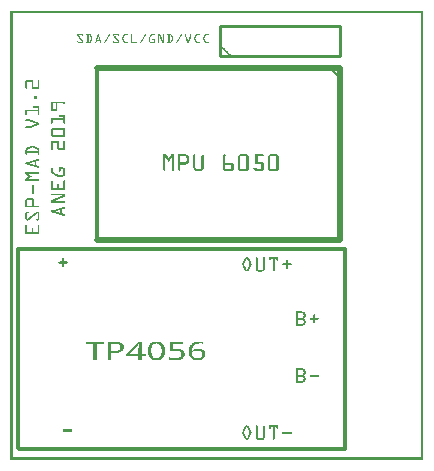
<source format=gto>
G04 MADE WITH FRITZING*
G04 WWW.FRITZING.ORG*
G04 DOUBLE SIDED*
G04 HOLES PLATED*
G04 CONTOUR ON CENTER OF CONTOUR VECTOR*
%ASAXBY*%
%FSLAX23Y23*%
%MOIN*%
%OFA0B0*%
%SFA1.0B1.0*%
%ADD10C,0.010000*%
%ADD11C,0.020011*%
%ADD12C,0.005768*%
%ADD13C,0.011923*%
%ADD14R,0.001000X0.001000*%
%LNSILK1*%
G90*
G70*
G54D10*
X698Y1348D02*
X1098Y1348D01*
D02*
X1098Y1348D02*
X1098Y1448D01*
D02*
X1098Y1448D02*
X698Y1448D01*
D02*
X698Y1448D02*
X698Y1348D01*
G54D11*
D02*
X1100Y1308D02*
X290Y1308D01*
D02*
X290Y734D02*
X1100Y734D01*
D02*
X1100Y734D02*
X1100Y1308D01*
G54D12*
D02*
X1066Y1308D02*
X1100Y1274D01*
G54D13*
D02*
X25Y698D02*
X25Y40D01*
D02*
X27Y38D02*
X1116Y38D01*
D02*
X1116Y40D02*
X1116Y698D01*
D02*
X1114Y703D02*
X26Y703D01*
G54D14*
X0Y1496D02*
X1376Y1496D01*
X0Y1495D02*
X1376Y1495D01*
X0Y1494D02*
X1376Y1494D01*
X0Y1493D02*
X1376Y1493D01*
X0Y1492D02*
X1376Y1492D01*
X0Y1491D02*
X1376Y1491D01*
X0Y1490D02*
X1376Y1490D01*
X0Y1489D02*
X1376Y1489D01*
X0Y1488D02*
X7Y1488D01*
X1369Y1488D02*
X1376Y1488D01*
X0Y1487D02*
X7Y1487D01*
X1369Y1487D02*
X1376Y1487D01*
X0Y1486D02*
X7Y1486D01*
X1369Y1486D02*
X1376Y1486D01*
X0Y1485D02*
X7Y1485D01*
X1369Y1485D02*
X1376Y1485D01*
X0Y1484D02*
X7Y1484D01*
X1369Y1484D02*
X1376Y1484D01*
X0Y1483D02*
X7Y1483D01*
X1369Y1483D02*
X1376Y1483D01*
X0Y1482D02*
X7Y1482D01*
X1369Y1482D02*
X1376Y1482D01*
X0Y1481D02*
X7Y1481D01*
X1369Y1481D02*
X1376Y1481D01*
X0Y1480D02*
X7Y1480D01*
X1369Y1480D02*
X1376Y1480D01*
X0Y1479D02*
X7Y1479D01*
X1369Y1479D02*
X1376Y1479D01*
X0Y1478D02*
X7Y1478D01*
X1369Y1478D02*
X1376Y1478D01*
X0Y1477D02*
X7Y1477D01*
X1369Y1477D02*
X1376Y1477D01*
X0Y1476D02*
X7Y1476D01*
X1369Y1476D02*
X1376Y1476D01*
X0Y1475D02*
X7Y1475D01*
X1369Y1475D02*
X1376Y1475D01*
X0Y1474D02*
X7Y1474D01*
X1369Y1474D02*
X1376Y1474D01*
X0Y1473D02*
X7Y1473D01*
X1369Y1473D02*
X1376Y1473D01*
X0Y1472D02*
X7Y1472D01*
X1369Y1472D02*
X1376Y1472D01*
X0Y1471D02*
X7Y1471D01*
X1369Y1471D02*
X1376Y1471D01*
X0Y1470D02*
X7Y1470D01*
X1369Y1470D02*
X1376Y1470D01*
X0Y1469D02*
X7Y1469D01*
X1369Y1469D02*
X1376Y1469D01*
X0Y1468D02*
X7Y1468D01*
X1369Y1468D02*
X1376Y1468D01*
X0Y1467D02*
X7Y1467D01*
X1369Y1467D02*
X1376Y1467D01*
X0Y1466D02*
X7Y1466D01*
X1369Y1466D02*
X1376Y1466D01*
X0Y1465D02*
X7Y1465D01*
X1369Y1465D02*
X1376Y1465D01*
X0Y1464D02*
X7Y1464D01*
X1369Y1464D02*
X1376Y1464D01*
X0Y1463D02*
X7Y1463D01*
X1369Y1463D02*
X1376Y1463D01*
X0Y1462D02*
X7Y1462D01*
X1369Y1462D02*
X1376Y1462D01*
X0Y1461D02*
X7Y1461D01*
X1369Y1461D02*
X1376Y1461D01*
X0Y1460D02*
X7Y1460D01*
X1369Y1460D02*
X1376Y1460D01*
X0Y1459D02*
X7Y1459D01*
X1369Y1459D02*
X1376Y1459D01*
X0Y1458D02*
X7Y1458D01*
X1369Y1458D02*
X1376Y1458D01*
X0Y1457D02*
X7Y1457D01*
X1369Y1457D02*
X1376Y1457D01*
X0Y1456D02*
X7Y1456D01*
X1369Y1456D02*
X1376Y1456D01*
X0Y1455D02*
X7Y1455D01*
X1369Y1455D02*
X1376Y1455D01*
X0Y1454D02*
X7Y1454D01*
X1369Y1454D02*
X1376Y1454D01*
X0Y1453D02*
X7Y1453D01*
X1369Y1453D02*
X1376Y1453D01*
X0Y1452D02*
X7Y1452D01*
X1369Y1452D02*
X1376Y1452D01*
X0Y1451D02*
X7Y1451D01*
X1369Y1451D02*
X1376Y1451D01*
X0Y1450D02*
X7Y1450D01*
X1369Y1450D02*
X1376Y1450D01*
X0Y1449D02*
X7Y1449D01*
X1369Y1449D02*
X1376Y1449D01*
X0Y1448D02*
X7Y1448D01*
X1369Y1448D02*
X1376Y1448D01*
X0Y1447D02*
X7Y1447D01*
X1369Y1447D02*
X1376Y1447D01*
X0Y1446D02*
X7Y1446D01*
X1369Y1446D02*
X1376Y1446D01*
X0Y1445D02*
X7Y1445D01*
X1369Y1445D02*
X1376Y1445D01*
X0Y1444D02*
X7Y1444D01*
X1369Y1444D02*
X1376Y1444D01*
X0Y1443D02*
X7Y1443D01*
X1369Y1443D02*
X1376Y1443D01*
X0Y1442D02*
X7Y1442D01*
X1369Y1442D02*
X1376Y1442D01*
X0Y1441D02*
X7Y1441D01*
X1369Y1441D02*
X1376Y1441D01*
X0Y1440D02*
X7Y1440D01*
X1369Y1440D02*
X1376Y1440D01*
X0Y1439D02*
X7Y1439D01*
X1369Y1439D02*
X1376Y1439D01*
X0Y1438D02*
X7Y1438D01*
X1369Y1438D02*
X1376Y1438D01*
X0Y1437D02*
X7Y1437D01*
X1369Y1437D02*
X1376Y1437D01*
X0Y1436D02*
X7Y1436D01*
X1369Y1436D02*
X1376Y1436D01*
X0Y1435D02*
X7Y1435D01*
X1369Y1435D02*
X1376Y1435D01*
X0Y1434D02*
X7Y1434D01*
X1369Y1434D02*
X1376Y1434D01*
X0Y1433D02*
X7Y1433D01*
X1369Y1433D02*
X1376Y1433D01*
X0Y1432D02*
X7Y1432D01*
X1369Y1432D02*
X1376Y1432D01*
X0Y1431D02*
X7Y1431D01*
X1369Y1431D02*
X1376Y1431D01*
X0Y1430D02*
X7Y1430D01*
X1369Y1430D02*
X1376Y1430D01*
X0Y1429D02*
X7Y1429D01*
X1369Y1429D02*
X1376Y1429D01*
X0Y1428D02*
X7Y1428D01*
X1369Y1428D02*
X1376Y1428D01*
X0Y1427D02*
X7Y1427D01*
X1369Y1427D02*
X1376Y1427D01*
X0Y1426D02*
X7Y1426D01*
X1369Y1426D02*
X1376Y1426D01*
X0Y1425D02*
X7Y1425D01*
X1369Y1425D02*
X1376Y1425D01*
X0Y1424D02*
X7Y1424D01*
X1369Y1424D02*
X1376Y1424D01*
X0Y1423D02*
X7Y1423D01*
X1369Y1423D02*
X1376Y1423D01*
X0Y1422D02*
X7Y1422D01*
X1369Y1422D02*
X1376Y1422D01*
X0Y1421D02*
X7Y1421D01*
X1369Y1421D02*
X1376Y1421D01*
X0Y1420D02*
X7Y1420D01*
X225Y1420D02*
X239Y1420D01*
X253Y1420D02*
X264Y1420D01*
X291Y1420D02*
X293Y1420D01*
X330Y1420D02*
X332Y1420D01*
X345Y1420D02*
X359Y1420D01*
X380Y1420D02*
X392Y1420D01*
X403Y1420D02*
X405Y1420D01*
X450Y1420D02*
X452Y1420D01*
X472Y1420D02*
X482Y1420D01*
X492Y1420D02*
X497Y1420D01*
X510Y1420D02*
X512Y1420D01*
X523Y1420D02*
X534Y1420D01*
X569Y1420D02*
X572Y1420D01*
X583Y1420D02*
X585Y1420D01*
X599Y1420D02*
X602Y1420D01*
X620Y1420D02*
X632Y1420D01*
X650Y1420D02*
X662Y1420D01*
X1369Y1420D02*
X1376Y1420D01*
X0Y1419D02*
X7Y1419D01*
X224Y1419D02*
X241Y1419D01*
X253Y1419D02*
X266Y1419D01*
X291Y1419D02*
X294Y1419D01*
X329Y1419D02*
X332Y1419D01*
X344Y1419D02*
X361Y1419D01*
X379Y1419D02*
X392Y1419D01*
X403Y1419D02*
X406Y1419D01*
X449Y1419D02*
X452Y1419D01*
X470Y1419D02*
X482Y1419D01*
X492Y1419D02*
X498Y1419D01*
X509Y1419D02*
X512Y1419D01*
X522Y1419D02*
X536Y1419D01*
X569Y1419D02*
X572Y1419D01*
X582Y1419D02*
X586Y1419D01*
X599Y1419D02*
X602Y1419D01*
X619Y1419D02*
X632Y1419D01*
X649Y1419D02*
X662Y1419D01*
X1369Y1419D02*
X1376Y1419D01*
X0Y1418D02*
X7Y1418D01*
X223Y1418D02*
X241Y1418D01*
X253Y1418D02*
X267Y1418D01*
X291Y1418D02*
X294Y1418D01*
X328Y1418D02*
X332Y1418D01*
X343Y1418D02*
X361Y1418D01*
X378Y1418D02*
X392Y1418D01*
X403Y1418D02*
X406Y1418D01*
X448Y1418D02*
X452Y1418D01*
X470Y1418D02*
X482Y1418D01*
X492Y1418D02*
X498Y1418D01*
X509Y1418D02*
X512Y1418D01*
X523Y1418D02*
X536Y1418D01*
X568Y1418D02*
X572Y1418D01*
X582Y1418D02*
X586Y1418D01*
X599Y1418D02*
X602Y1418D01*
X618Y1418D02*
X632Y1418D01*
X648Y1418D02*
X662Y1418D01*
X1369Y1418D02*
X1376Y1418D01*
X0Y1417D02*
X7Y1417D01*
X223Y1417D02*
X242Y1417D01*
X254Y1417D02*
X267Y1417D01*
X290Y1417D02*
X295Y1417D01*
X328Y1417D02*
X332Y1417D01*
X343Y1417D02*
X362Y1417D01*
X378Y1417D02*
X391Y1417D01*
X403Y1417D02*
X406Y1417D01*
X448Y1417D02*
X452Y1417D01*
X469Y1417D02*
X481Y1417D01*
X492Y1417D02*
X499Y1417D01*
X509Y1417D02*
X512Y1417D01*
X523Y1417D02*
X537Y1417D01*
X568Y1417D02*
X571Y1417D01*
X582Y1417D02*
X586Y1417D01*
X599Y1417D02*
X602Y1417D01*
X617Y1417D02*
X631Y1417D01*
X647Y1417D02*
X661Y1417D01*
X1369Y1417D02*
X1376Y1417D01*
X0Y1416D02*
X7Y1416D01*
X223Y1416D02*
X226Y1416D01*
X239Y1416D02*
X242Y1416D01*
X257Y1416D02*
X260Y1416D01*
X264Y1416D02*
X268Y1416D01*
X290Y1416D02*
X295Y1416D01*
X327Y1416D02*
X331Y1416D01*
X343Y1416D02*
X346Y1416D01*
X359Y1416D02*
X362Y1416D01*
X377Y1416D02*
X381Y1416D01*
X403Y1416D02*
X406Y1416D01*
X447Y1416D02*
X451Y1416D01*
X468Y1416D02*
X473Y1416D01*
X492Y1416D02*
X499Y1416D01*
X509Y1416D02*
X512Y1416D01*
X527Y1416D02*
X530Y1416D01*
X534Y1416D02*
X538Y1416D01*
X567Y1416D02*
X571Y1416D01*
X582Y1416D02*
X586Y1416D01*
X599Y1416D02*
X602Y1416D01*
X617Y1416D02*
X621Y1416D01*
X647Y1416D02*
X651Y1416D01*
X1369Y1416D02*
X1376Y1416D01*
X0Y1415D02*
X7Y1415D01*
X223Y1415D02*
X227Y1415D01*
X239Y1415D02*
X242Y1415D01*
X257Y1415D02*
X260Y1415D01*
X264Y1415D02*
X268Y1415D01*
X290Y1415D02*
X295Y1415D01*
X327Y1415D02*
X330Y1415D01*
X343Y1415D02*
X346Y1415D01*
X359Y1415D02*
X362Y1415D01*
X377Y1415D02*
X380Y1415D01*
X403Y1415D02*
X406Y1415D01*
X446Y1415D02*
X450Y1415D01*
X467Y1415D02*
X472Y1415D01*
X492Y1415D02*
X500Y1415D01*
X509Y1415D02*
X512Y1415D01*
X527Y1415D02*
X530Y1415D01*
X534Y1415D02*
X538Y1415D01*
X566Y1415D02*
X570Y1415D01*
X582Y1415D02*
X586Y1415D01*
X599Y1415D02*
X602Y1415D01*
X616Y1415D02*
X620Y1415D01*
X646Y1415D02*
X650Y1415D01*
X1369Y1415D02*
X1376Y1415D01*
X0Y1414D02*
X7Y1414D01*
X223Y1414D02*
X227Y1414D01*
X240Y1414D02*
X242Y1414D01*
X257Y1414D02*
X260Y1414D01*
X265Y1414D02*
X269Y1414D01*
X289Y1414D02*
X295Y1414D01*
X326Y1414D02*
X330Y1414D01*
X343Y1414D02*
X347Y1414D01*
X359Y1414D02*
X362Y1414D01*
X376Y1414D02*
X380Y1414D01*
X403Y1414D02*
X406Y1414D01*
X446Y1414D02*
X450Y1414D01*
X466Y1414D02*
X471Y1414D01*
X492Y1414D02*
X500Y1414D01*
X509Y1414D02*
X512Y1414D01*
X527Y1414D02*
X530Y1414D01*
X535Y1414D02*
X539Y1414D01*
X566Y1414D02*
X570Y1414D01*
X582Y1414D02*
X586Y1414D01*
X599Y1414D02*
X602Y1414D01*
X616Y1414D02*
X620Y1414D01*
X646Y1414D02*
X650Y1414D01*
X1369Y1414D02*
X1376Y1414D01*
X0Y1413D02*
X7Y1413D01*
X224Y1413D02*
X228Y1413D01*
X257Y1413D02*
X260Y1413D01*
X266Y1413D02*
X269Y1413D01*
X289Y1413D02*
X296Y1413D01*
X325Y1413D02*
X329Y1413D01*
X344Y1413D02*
X348Y1413D01*
X376Y1413D02*
X379Y1413D01*
X403Y1413D02*
X406Y1413D01*
X445Y1413D02*
X449Y1413D01*
X466Y1413D02*
X470Y1413D01*
X492Y1413D02*
X500Y1413D01*
X509Y1413D02*
X512Y1413D01*
X527Y1413D02*
X530Y1413D01*
X535Y1413D02*
X539Y1413D01*
X565Y1413D02*
X569Y1413D01*
X582Y1413D02*
X586Y1413D01*
X599Y1413D02*
X602Y1413D01*
X615Y1413D02*
X619Y1413D01*
X645Y1413D02*
X649Y1413D01*
X1369Y1413D02*
X1376Y1413D01*
X0Y1412D02*
X7Y1412D01*
X224Y1412D02*
X229Y1412D01*
X257Y1412D02*
X260Y1412D01*
X266Y1412D02*
X270Y1412D01*
X289Y1412D02*
X296Y1412D01*
X325Y1412D02*
X329Y1412D01*
X344Y1412D02*
X349Y1412D01*
X375Y1412D02*
X379Y1412D01*
X403Y1412D02*
X406Y1412D01*
X445Y1412D02*
X449Y1412D01*
X465Y1412D02*
X469Y1412D01*
X492Y1412D02*
X501Y1412D01*
X509Y1412D02*
X512Y1412D01*
X527Y1412D02*
X530Y1412D01*
X536Y1412D02*
X540Y1412D01*
X565Y1412D02*
X569Y1412D01*
X582Y1412D02*
X586Y1412D01*
X599Y1412D02*
X602Y1412D01*
X615Y1412D02*
X619Y1412D01*
X645Y1412D02*
X649Y1412D01*
X1369Y1412D02*
X1376Y1412D01*
X0Y1411D02*
X7Y1411D01*
X225Y1411D02*
X230Y1411D01*
X257Y1411D02*
X260Y1411D01*
X267Y1411D02*
X270Y1411D01*
X288Y1411D02*
X296Y1411D01*
X324Y1411D02*
X328Y1411D01*
X345Y1411D02*
X350Y1411D01*
X375Y1411D02*
X378Y1411D01*
X403Y1411D02*
X406Y1411D01*
X444Y1411D02*
X448Y1411D01*
X464Y1411D02*
X469Y1411D01*
X492Y1411D02*
X496Y1411D01*
X498Y1411D02*
X501Y1411D01*
X509Y1411D02*
X512Y1411D01*
X527Y1411D02*
X530Y1411D01*
X536Y1411D02*
X540Y1411D01*
X564Y1411D02*
X568Y1411D01*
X582Y1411D02*
X586Y1411D01*
X599Y1411D02*
X602Y1411D01*
X614Y1411D02*
X618Y1411D01*
X644Y1411D02*
X648Y1411D01*
X1369Y1411D02*
X1376Y1411D01*
X0Y1410D02*
X7Y1410D01*
X226Y1410D02*
X230Y1410D01*
X257Y1410D02*
X260Y1410D01*
X267Y1410D02*
X271Y1410D01*
X288Y1410D02*
X297Y1410D01*
X324Y1410D02*
X328Y1410D01*
X346Y1410D02*
X350Y1410D01*
X374Y1410D02*
X378Y1410D01*
X403Y1410D02*
X406Y1410D01*
X444Y1410D02*
X447Y1410D01*
X464Y1410D02*
X468Y1410D01*
X492Y1410D02*
X496Y1410D01*
X498Y1410D02*
X502Y1410D01*
X509Y1410D02*
X512Y1410D01*
X527Y1410D02*
X530Y1410D01*
X537Y1410D02*
X541Y1410D01*
X563Y1410D02*
X567Y1410D01*
X583Y1410D02*
X586Y1410D01*
X598Y1410D02*
X602Y1410D01*
X614Y1410D02*
X618Y1410D01*
X644Y1410D02*
X648Y1410D01*
X1369Y1410D02*
X1376Y1410D01*
X0Y1409D02*
X7Y1409D01*
X227Y1409D02*
X231Y1409D01*
X257Y1409D02*
X260Y1409D01*
X268Y1409D02*
X271Y1409D01*
X288Y1409D02*
X291Y1409D01*
X294Y1409D02*
X297Y1409D01*
X323Y1409D02*
X327Y1409D01*
X347Y1409D02*
X351Y1409D01*
X374Y1409D02*
X377Y1409D01*
X403Y1409D02*
X406Y1409D01*
X443Y1409D02*
X447Y1409D01*
X463Y1409D02*
X467Y1409D01*
X492Y1409D02*
X496Y1409D01*
X499Y1409D02*
X502Y1409D01*
X509Y1409D02*
X512Y1409D01*
X527Y1409D02*
X530Y1409D01*
X537Y1409D02*
X541Y1409D01*
X563Y1409D02*
X567Y1409D01*
X583Y1409D02*
X587Y1409D01*
X598Y1409D02*
X601Y1409D01*
X613Y1409D02*
X617Y1409D01*
X643Y1409D02*
X647Y1409D01*
X1369Y1409D02*
X1376Y1409D01*
X0Y1408D02*
X7Y1408D01*
X228Y1408D02*
X232Y1408D01*
X257Y1408D02*
X260Y1408D01*
X268Y1408D02*
X272Y1408D01*
X288Y1408D02*
X291Y1408D01*
X294Y1408D02*
X297Y1408D01*
X322Y1408D02*
X326Y1408D01*
X347Y1408D02*
X352Y1408D01*
X373Y1408D02*
X377Y1408D01*
X403Y1408D02*
X406Y1408D01*
X442Y1408D02*
X446Y1408D01*
X463Y1408D02*
X466Y1408D01*
X492Y1408D02*
X496Y1408D01*
X499Y1408D02*
X503Y1408D01*
X509Y1408D02*
X512Y1408D01*
X527Y1408D02*
X530Y1408D01*
X538Y1408D02*
X541Y1408D01*
X562Y1408D02*
X566Y1408D01*
X584Y1408D02*
X587Y1408D01*
X597Y1408D02*
X601Y1408D01*
X613Y1408D02*
X617Y1408D01*
X643Y1408D02*
X647Y1408D01*
X1369Y1408D02*
X1376Y1408D01*
X0Y1407D02*
X7Y1407D01*
X228Y1407D02*
X233Y1407D01*
X257Y1407D02*
X260Y1407D01*
X269Y1407D02*
X272Y1407D01*
X287Y1407D02*
X291Y1407D01*
X294Y1407D02*
X298Y1407D01*
X322Y1407D02*
X326Y1407D01*
X348Y1407D02*
X353Y1407D01*
X373Y1407D02*
X376Y1407D01*
X403Y1407D02*
X406Y1407D01*
X442Y1407D02*
X446Y1407D01*
X463Y1407D02*
X466Y1407D01*
X492Y1407D02*
X496Y1407D01*
X499Y1407D02*
X503Y1407D01*
X509Y1407D02*
X512Y1407D01*
X527Y1407D02*
X530Y1407D01*
X538Y1407D02*
X542Y1407D01*
X562Y1407D02*
X566Y1407D01*
X584Y1407D02*
X588Y1407D01*
X597Y1407D02*
X600Y1407D01*
X613Y1407D02*
X616Y1407D01*
X643Y1407D02*
X646Y1407D01*
X1369Y1407D02*
X1376Y1407D01*
X0Y1406D02*
X7Y1406D01*
X229Y1406D02*
X234Y1406D01*
X257Y1406D02*
X260Y1406D01*
X269Y1406D02*
X272Y1406D01*
X287Y1406D02*
X290Y1406D01*
X294Y1406D02*
X298Y1406D01*
X321Y1406D02*
X325Y1406D01*
X349Y1406D02*
X353Y1406D01*
X373Y1406D02*
X376Y1406D01*
X403Y1406D02*
X406Y1406D01*
X441Y1406D02*
X445Y1406D01*
X462Y1406D02*
X466Y1406D01*
X492Y1406D02*
X496Y1406D01*
X500Y1406D02*
X503Y1406D01*
X509Y1406D02*
X512Y1406D01*
X527Y1406D02*
X530Y1406D01*
X539Y1406D02*
X542Y1406D01*
X561Y1406D02*
X565Y1406D01*
X584Y1406D02*
X588Y1406D01*
X597Y1406D02*
X600Y1406D01*
X613Y1406D02*
X616Y1406D01*
X643Y1406D02*
X646Y1406D01*
X1369Y1406D02*
X1376Y1406D01*
X0Y1405D02*
X7Y1405D01*
X230Y1405D02*
X234Y1405D01*
X257Y1405D02*
X260Y1405D01*
X269Y1405D02*
X272Y1405D01*
X287Y1405D02*
X290Y1405D01*
X295Y1405D02*
X298Y1405D01*
X321Y1405D02*
X325Y1405D01*
X350Y1405D02*
X354Y1405D01*
X373Y1405D02*
X376Y1405D01*
X403Y1405D02*
X406Y1405D01*
X441Y1405D02*
X445Y1405D01*
X462Y1405D02*
X466Y1405D01*
X492Y1405D02*
X496Y1405D01*
X500Y1405D02*
X504Y1405D01*
X509Y1405D02*
X512Y1405D01*
X527Y1405D02*
X530Y1405D01*
X539Y1405D02*
X542Y1405D01*
X561Y1405D02*
X564Y1405D01*
X585Y1405D02*
X588Y1405D01*
X596Y1405D02*
X600Y1405D01*
X612Y1405D02*
X616Y1405D01*
X642Y1405D02*
X646Y1405D01*
X1369Y1405D02*
X1376Y1405D01*
X0Y1404D02*
X7Y1404D01*
X231Y1404D02*
X235Y1404D01*
X257Y1404D02*
X260Y1404D01*
X269Y1404D02*
X272Y1404D01*
X286Y1404D02*
X290Y1404D01*
X295Y1404D02*
X298Y1404D01*
X320Y1404D02*
X324Y1404D01*
X351Y1404D02*
X355Y1404D01*
X373Y1404D02*
X376Y1404D01*
X403Y1404D02*
X406Y1404D01*
X440Y1404D02*
X444Y1404D01*
X462Y1404D02*
X466Y1404D01*
X492Y1404D02*
X496Y1404D01*
X501Y1404D02*
X504Y1404D01*
X509Y1404D02*
X512Y1404D01*
X527Y1404D02*
X530Y1404D01*
X539Y1404D02*
X542Y1404D01*
X560Y1404D02*
X564Y1404D01*
X585Y1404D02*
X589Y1404D01*
X596Y1404D02*
X599Y1404D01*
X612Y1404D02*
X616Y1404D01*
X642Y1404D02*
X646Y1404D01*
X1369Y1404D02*
X1376Y1404D01*
X0Y1403D02*
X7Y1403D01*
X231Y1403D02*
X236Y1403D01*
X257Y1403D02*
X260Y1403D01*
X269Y1403D02*
X272Y1403D01*
X286Y1403D02*
X290Y1403D01*
X295Y1403D02*
X299Y1403D01*
X320Y1403D02*
X323Y1403D01*
X351Y1403D02*
X356Y1403D01*
X373Y1403D02*
X376Y1403D01*
X403Y1403D02*
X406Y1403D01*
X439Y1403D02*
X443Y1403D01*
X462Y1403D02*
X466Y1403D01*
X474Y1403D02*
X482Y1403D01*
X492Y1403D02*
X496Y1403D01*
X501Y1403D02*
X505Y1403D01*
X509Y1403D02*
X512Y1403D01*
X527Y1403D02*
X530Y1403D01*
X539Y1403D02*
X542Y1403D01*
X559Y1403D02*
X563Y1403D01*
X586Y1403D02*
X589Y1403D01*
X595Y1403D02*
X599Y1403D01*
X613Y1403D02*
X616Y1403D01*
X643Y1403D02*
X646Y1403D01*
X1369Y1403D02*
X1376Y1403D01*
X0Y1402D02*
X7Y1402D01*
X232Y1402D02*
X237Y1402D01*
X257Y1402D02*
X260Y1402D01*
X268Y1402D02*
X272Y1402D01*
X286Y1402D02*
X289Y1402D01*
X296Y1402D02*
X299Y1402D01*
X319Y1402D02*
X323Y1402D01*
X352Y1402D02*
X357Y1402D01*
X373Y1402D02*
X376Y1402D01*
X403Y1402D02*
X406Y1402D01*
X439Y1402D02*
X443Y1402D01*
X462Y1402D02*
X466Y1402D01*
X473Y1402D02*
X482Y1402D01*
X492Y1402D02*
X496Y1402D01*
X502Y1402D02*
X505Y1402D01*
X509Y1402D02*
X512Y1402D01*
X527Y1402D02*
X530Y1402D01*
X538Y1402D02*
X542Y1402D01*
X559Y1402D02*
X563Y1402D01*
X586Y1402D02*
X590Y1402D01*
X595Y1402D02*
X599Y1402D01*
X613Y1402D02*
X616Y1402D01*
X643Y1402D02*
X646Y1402D01*
X1369Y1402D02*
X1376Y1402D01*
X0Y1401D02*
X7Y1401D01*
X233Y1401D02*
X237Y1401D01*
X257Y1401D02*
X260Y1401D01*
X268Y1401D02*
X272Y1401D01*
X286Y1401D02*
X289Y1401D01*
X296Y1401D02*
X299Y1401D01*
X318Y1401D02*
X322Y1401D01*
X353Y1401D02*
X357Y1401D01*
X373Y1401D02*
X377Y1401D01*
X403Y1401D02*
X406Y1401D01*
X438Y1401D02*
X442Y1401D01*
X462Y1401D02*
X466Y1401D01*
X473Y1401D02*
X482Y1401D01*
X492Y1401D02*
X496Y1401D01*
X502Y1401D02*
X506Y1401D01*
X509Y1401D02*
X512Y1401D01*
X527Y1401D02*
X530Y1401D01*
X538Y1401D02*
X541Y1401D01*
X558Y1401D02*
X562Y1401D01*
X586Y1401D02*
X590Y1401D01*
X595Y1401D02*
X598Y1401D01*
X613Y1401D02*
X617Y1401D01*
X643Y1401D02*
X647Y1401D01*
X1369Y1401D02*
X1376Y1401D01*
X0Y1400D02*
X7Y1400D01*
X234Y1400D02*
X238Y1400D01*
X257Y1400D02*
X260Y1400D01*
X267Y1400D02*
X271Y1400D01*
X285Y1400D02*
X289Y1400D01*
X296Y1400D02*
X300Y1400D01*
X318Y1400D02*
X322Y1400D01*
X354Y1400D02*
X358Y1400D01*
X374Y1400D02*
X377Y1400D01*
X403Y1400D02*
X406Y1400D01*
X438Y1400D02*
X442Y1400D01*
X462Y1400D02*
X466Y1400D01*
X473Y1400D02*
X482Y1400D01*
X492Y1400D02*
X496Y1400D01*
X502Y1400D02*
X506Y1400D01*
X509Y1400D02*
X512Y1400D01*
X527Y1400D02*
X530Y1400D01*
X537Y1400D02*
X541Y1400D01*
X558Y1400D02*
X562Y1400D01*
X587Y1400D02*
X590Y1400D01*
X594Y1400D02*
X598Y1400D01*
X613Y1400D02*
X617Y1400D01*
X643Y1400D02*
X647Y1400D01*
X1369Y1400D02*
X1376Y1400D01*
X0Y1399D02*
X7Y1399D01*
X235Y1399D02*
X239Y1399D01*
X257Y1399D02*
X260Y1399D01*
X267Y1399D02*
X271Y1399D01*
X285Y1399D02*
X300Y1399D01*
X317Y1399D02*
X321Y1399D01*
X354Y1399D02*
X359Y1399D01*
X374Y1399D02*
X378Y1399D01*
X403Y1399D02*
X406Y1399D01*
X437Y1399D02*
X441Y1399D01*
X462Y1399D02*
X466Y1399D01*
X474Y1399D02*
X482Y1399D01*
X492Y1399D02*
X496Y1399D01*
X503Y1399D02*
X507Y1399D01*
X509Y1399D02*
X512Y1399D01*
X527Y1399D02*
X530Y1399D01*
X537Y1399D02*
X541Y1399D01*
X557Y1399D02*
X561Y1399D01*
X587Y1399D02*
X591Y1399D01*
X594Y1399D02*
X597Y1399D01*
X614Y1399D02*
X618Y1399D01*
X644Y1399D02*
X648Y1399D01*
X1369Y1399D02*
X1376Y1399D01*
X0Y1398D02*
X7Y1398D01*
X235Y1398D02*
X240Y1398D01*
X257Y1398D02*
X260Y1398D01*
X266Y1398D02*
X270Y1398D01*
X285Y1398D02*
X300Y1398D01*
X317Y1398D02*
X321Y1398D01*
X355Y1398D02*
X360Y1398D01*
X375Y1398D02*
X378Y1398D01*
X403Y1398D02*
X406Y1398D01*
X437Y1398D02*
X440Y1398D01*
X462Y1398D02*
X466Y1398D01*
X479Y1398D02*
X482Y1398D01*
X492Y1398D02*
X496Y1398D01*
X503Y1398D02*
X507Y1398D01*
X509Y1398D02*
X512Y1398D01*
X527Y1398D02*
X530Y1398D01*
X536Y1398D02*
X540Y1398D01*
X556Y1398D02*
X560Y1398D01*
X587Y1398D02*
X591Y1398D01*
X593Y1398D02*
X597Y1398D01*
X614Y1398D02*
X618Y1398D01*
X644Y1398D02*
X648Y1398D01*
X1369Y1398D02*
X1376Y1398D01*
X0Y1397D02*
X7Y1397D01*
X236Y1397D02*
X241Y1397D01*
X257Y1397D02*
X260Y1397D01*
X266Y1397D02*
X270Y1397D01*
X284Y1397D02*
X300Y1397D01*
X316Y1397D02*
X320Y1397D01*
X356Y1397D02*
X360Y1397D01*
X375Y1397D02*
X379Y1397D01*
X403Y1397D02*
X406Y1397D01*
X436Y1397D02*
X440Y1397D01*
X462Y1397D02*
X466Y1397D01*
X479Y1397D02*
X482Y1397D01*
X492Y1397D02*
X496Y1397D01*
X504Y1397D02*
X507Y1397D01*
X509Y1397D02*
X512Y1397D01*
X527Y1397D02*
X530Y1397D01*
X536Y1397D02*
X540Y1397D01*
X556Y1397D02*
X560Y1397D01*
X588Y1397D02*
X591Y1397D01*
X593Y1397D02*
X597Y1397D01*
X615Y1397D02*
X619Y1397D01*
X645Y1397D02*
X649Y1397D01*
X1369Y1397D02*
X1376Y1397D01*
X0Y1396D02*
X7Y1396D01*
X237Y1396D02*
X241Y1396D01*
X257Y1396D02*
X260Y1396D01*
X265Y1396D02*
X269Y1396D01*
X284Y1396D02*
X301Y1396D01*
X315Y1396D02*
X319Y1396D01*
X344Y1396D02*
X344Y1396D01*
X357Y1396D02*
X361Y1396D01*
X376Y1396D02*
X379Y1396D01*
X403Y1396D02*
X406Y1396D01*
X435Y1396D02*
X439Y1396D01*
X462Y1396D02*
X466Y1396D01*
X479Y1396D02*
X482Y1396D01*
X492Y1396D02*
X496Y1396D01*
X504Y1396D02*
X512Y1396D01*
X527Y1396D02*
X530Y1396D01*
X535Y1396D02*
X539Y1396D01*
X555Y1396D02*
X559Y1396D01*
X588Y1396D02*
X596Y1396D01*
X615Y1396D02*
X619Y1396D01*
X645Y1396D02*
X649Y1396D01*
X1369Y1396D02*
X1376Y1396D01*
X0Y1395D02*
X7Y1395D01*
X223Y1395D02*
X225Y1395D01*
X238Y1395D02*
X242Y1395D01*
X257Y1395D02*
X260Y1395D01*
X265Y1395D02*
X269Y1395D01*
X284Y1395D02*
X287Y1395D01*
X298Y1395D02*
X301Y1395D01*
X315Y1395D02*
X319Y1395D01*
X343Y1395D02*
X345Y1395D01*
X358Y1395D02*
X362Y1395D01*
X376Y1395D02*
X380Y1395D01*
X403Y1395D02*
X406Y1395D01*
X435Y1395D02*
X439Y1395D01*
X462Y1395D02*
X466Y1395D01*
X479Y1395D02*
X482Y1395D01*
X492Y1395D02*
X496Y1395D01*
X505Y1395D02*
X512Y1395D01*
X527Y1395D02*
X530Y1395D01*
X535Y1395D02*
X539Y1395D01*
X555Y1395D02*
X559Y1395D01*
X589Y1395D02*
X596Y1395D01*
X616Y1395D02*
X620Y1395D01*
X646Y1395D02*
X650Y1395D01*
X1369Y1395D02*
X1376Y1395D01*
X0Y1394D02*
X7Y1394D01*
X223Y1394D02*
X226Y1394D01*
X238Y1394D02*
X242Y1394D01*
X257Y1394D02*
X260Y1394D01*
X264Y1394D02*
X268Y1394D01*
X284Y1394D02*
X287Y1394D01*
X298Y1394D02*
X301Y1394D01*
X314Y1394D02*
X318Y1394D01*
X343Y1394D02*
X346Y1394D01*
X358Y1394D02*
X362Y1394D01*
X377Y1394D02*
X380Y1394D01*
X403Y1394D02*
X406Y1394D01*
X434Y1394D02*
X438Y1394D01*
X463Y1394D02*
X466Y1394D01*
X479Y1394D02*
X482Y1394D01*
X492Y1394D02*
X496Y1394D01*
X505Y1394D02*
X512Y1394D01*
X527Y1394D02*
X530Y1394D01*
X534Y1394D02*
X538Y1394D01*
X554Y1394D02*
X558Y1394D01*
X589Y1394D02*
X595Y1394D01*
X616Y1394D02*
X620Y1394D01*
X646Y1394D02*
X650Y1394D01*
X1369Y1394D02*
X1376Y1394D01*
X0Y1393D02*
X7Y1393D01*
X223Y1393D02*
X226Y1393D01*
X239Y1393D02*
X242Y1393D01*
X257Y1393D02*
X260Y1393D01*
X264Y1393D02*
X268Y1393D01*
X283Y1393D02*
X287Y1393D01*
X298Y1393D02*
X302Y1393D01*
X314Y1393D02*
X318Y1393D01*
X343Y1393D02*
X346Y1393D01*
X359Y1393D02*
X362Y1393D01*
X377Y1393D02*
X381Y1393D01*
X403Y1393D02*
X406Y1393D01*
X434Y1393D02*
X438Y1393D01*
X463Y1393D02*
X467Y1393D01*
X478Y1393D02*
X482Y1393D01*
X492Y1393D02*
X496Y1393D01*
X506Y1393D02*
X512Y1393D01*
X527Y1393D02*
X530Y1393D01*
X533Y1393D02*
X538Y1393D01*
X554Y1393D02*
X557Y1393D01*
X589Y1393D02*
X595Y1393D01*
X617Y1393D02*
X621Y1393D01*
X647Y1393D02*
X651Y1393D01*
X1369Y1393D02*
X1376Y1393D01*
X0Y1392D02*
X7Y1392D01*
X223Y1392D02*
X242Y1392D01*
X253Y1392D02*
X267Y1392D01*
X283Y1392D02*
X286Y1392D01*
X299Y1392D02*
X302Y1392D01*
X313Y1392D02*
X317Y1392D01*
X343Y1392D02*
X362Y1392D01*
X378Y1392D02*
X391Y1392D01*
X403Y1392D02*
X421Y1392D01*
X433Y1392D02*
X437Y1392D01*
X463Y1392D02*
X482Y1392D01*
X492Y1392D02*
X496Y1392D01*
X506Y1392D02*
X512Y1392D01*
X523Y1392D02*
X537Y1392D01*
X553Y1392D02*
X557Y1392D01*
X590Y1392D02*
X595Y1392D01*
X618Y1392D02*
X631Y1392D01*
X647Y1392D02*
X661Y1392D01*
X1369Y1392D02*
X1376Y1392D01*
X0Y1391D02*
X7Y1391D01*
X224Y1391D02*
X242Y1391D01*
X253Y1391D02*
X267Y1391D01*
X283Y1391D02*
X286Y1391D01*
X299Y1391D02*
X302Y1391D01*
X313Y1391D02*
X316Y1391D01*
X343Y1391D02*
X362Y1391D01*
X378Y1391D02*
X392Y1391D01*
X403Y1391D02*
X422Y1391D01*
X433Y1391D02*
X436Y1391D01*
X464Y1391D02*
X481Y1391D01*
X492Y1391D02*
X496Y1391D01*
X506Y1391D02*
X512Y1391D01*
X523Y1391D02*
X536Y1391D01*
X553Y1391D02*
X556Y1391D01*
X590Y1391D02*
X594Y1391D01*
X618Y1391D02*
X632Y1391D01*
X648Y1391D02*
X662Y1391D01*
X1369Y1391D02*
X1376Y1391D01*
X0Y1390D02*
X7Y1390D01*
X224Y1390D02*
X241Y1390D01*
X253Y1390D02*
X266Y1390D01*
X283Y1390D02*
X286Y1390D01*
X299Y1390D02*
X302Y1390D01*
X313Y1390D02*
X316Y1390D01*
X344Y1390D02*
X361Y1390D01*
X379Y1390D02*
X392Y1390D01*
X403Y1390D02*
X422Y1390D01*
X433Y1390D02*
X436Y1390D01*
X465Y1390D02*
X480Y1390D01*
X493Y1390D02*
X496Y1390D01*
X507Y1390D02*
X512Y1390D01*
X523Y1390D02*
X536Y1390D01*
X552Y1390D02*
X556Y1390D01*
X591Y1390D02*
X594Y1390D01*
X619Y1390D02*
X632Y1390D01*
X649Y1390D02*
X662Y1390D01*
X1369Y1390D02*
X1376Y1390D01*
X0Y1389D02*
X7Y1389D01*
X226Y1389D02*
X240Y1389D01*
X253Y1389D02*
X264Y1389D01*
X283Y1389D02*
X285Y1389D01*
X300Y1389D02*
X302Y1389D01*
X313Y1389D02*
X315Y1389D01*
X346Y1389D02*
X360Y1389D01*
X381Y1389D02*
X392Y1389D01*
X403Y1389D02*
X422Y1389D01*
X433Y1389D02*
X435Y1389D01*
X466Y1389D02*
X479Y1389D01*
X493Y1389D02*
X495Y1389D01*
X507Y1389D02*
X512Y1389D01*
X523Y1389D02*
X534Y1389D01*
X553Y1389D02*
X555Y1389D01*
X591Y1389D02*
X593Y1389D01*
X621Y1389D02*
X631Y1389D01*
X650Y1389D02*
X661Y1389D01*
X1369Y1389D02*
X1376Y1389D01*
X0Y1388D02*
X7Y1388D01*
X1369Y1388D02*
X1376Y1388D01*
X0Y1387D02*
X7Y1387D01*
X1369Y1387D02*
X1376Y1387D01*
X0Y1386D02*
X7Y1386D01*
X1369Y1386D02*
X1376Y1386D01*
X0Y1385D02*
X7Y1385D01*
X699Y1385D02*
X699Y1385D01*
X1369Y1385D02*
X1376Y1385D01*
X0Y1384D02*
X7Y1384D01*
X698Y1384D02*
X700Y1384D01*
X1369Y1384D02*
X1376Y1384D01*
X0Y1383D02*
X7Y1383D01*
X697Y1383D02*
X701Y1383D01*
X1369Y1383D02*
X1376Y1383D01*
X0Y1382D02*
X7Y1382D01*
X696Y1382D02*
X702Y1382D01*
X1369Y1382D02*
X1376Y1382D01*
X0Y1381D02*
X7Y1381D01*
X697Y1381D02*
X703Y1381D01*
X1369Y1381D02*
X1376Y1381D01*
X0Y1380D02*
X7Y1380D01*
X698Y1380D02*
X704Y1380D01*
X1369Y1380D02*
X1376Y1380D01*
X0Y1379D02*
X7Y1379D01*
X699Y1379D02*
X705Y1379D01*
X1369Y1379D02*
X1376Y1379D01*
X0Y1378D02*
X7Y1378D01*
X700Y1378D02*
X706Y1378D01*
X1369Y1378D02*
X1376Y1378D01*
X0Y1377D02*
X7Y1377D01*
X701Y1377D02*
X707Y1377D01*
X1369Y1377D02*
X1376Y1377D01*
X0Y1376D02*
X7Y1376D01*
X702Y1376D02*
X708Y1376D01*
X1369Y1376D02*
X1376Y1376D01*
X0Y1375D02*
X7Y1375D01*
X703Y1375D02*
X709Y1375D01*
X1369Y1375D02*
X1376Y1375D01*
X0Y1374D02*
X7Y1374D01*
X704Y1374D02*
X710Y1374D01*
X1369Y1374D02*
X1376Y1374D01*
X0Y1373D02*
X7Y1373D01*
X705Y1373D02*
X711Y1373D01*
X1369Y1373D02*
X1376Y1373D01*
X0Y1372D02*
X7Y1372D01*
X706Y1372D02*
X712Y1372D01*
X1369Y1372D02*
X1376Y1372D01*
X0Y1371D02*
X7Y1371D01*
X707Y1371D02*
X713Y1371D01*
X1369Y1371D02*
X1376Y1371D01*
X0Y1370D02*
X7Y1370D01*
X708Y1370D02*
X714Y1370D01*
X1369Y1370D02*
X1376Y1370D01*
X0Y1369D02*
X7Y1369D01*
X709Y1369D02*
X715Y1369D01*
X1369Y1369D02*
X1376Y1369D01*
X0Y1368D02*
X7Y1368D01*
X710Y1368D02*
X715Y1368D01*
X1369Y1368D02*
X1376Y1368D01*
X0Y1367D02*
X7Y1367D01*
X711Y1367D02*
X716Y1367D01*
X1369Y1367D02*
X1376Y1367D01*
X0Y1366D02*
X7Y1366D01*
X712Y1366D02*
X718Y1366D01*
X1369Y1366D02*
X1376Y1366D01*
X0Y1365D02*
X7Y1365D01*
X713Y1365D02*
X719Y1365D01*
X1369Y1365D02*
X1376Y1365D01*
X0Y1364D02*
X7Y1364D01*
X714Y1364D02*
X720Y1364D01*
X1369Y1364D02*
X1376Y1364D01*
X0Y1363D02*
X7Y1363D01*
X715Y1363D02*
X721Y1363D01*
X1369Y1363D02*
X1376Y1363D01*
X0Y1362D02*
X7Y1362D01*
X716Y1362D02*
X722Y1362D01*
X1369Y1362D02*
X1376Y1362D01*
X0Y1361D02*
X7Y1361D01*
X717Y1361D02*
X723Y1361D01*
X1369Y1361D02*
X1376Y1361D01*
X0Y1360D02*
X7Y1360D01*
X718Y1360D02*
X724Y1360D01*
X1369Y1360D02*
X1376Y1360D01*
X0Y1359D02*
X7Y1359D01*
X719Y1359D02*
X725Y1359D01*
X1369Y1359D02*
X1376Y1359D01*
X0Y1358D02*
X7Y1358D01*
X720Y1358D02*
X726Y1358D01*
X1369Y1358D02*
X1376Y1358D01*
X0Y1357D02*
X7Y1357D01*
X721Y1357D02*
X727Y1357D01*
X1369Y1357D02*
X1376Y1357D01*
X0Y1356D02*
X7Y1356D01*
X722Y1356D02*
X728Y1356D01*
X1369Y1356D02*
X1376Y1356D01*
X0Y1355D02*
X7Y1355D01*
X723Y1355D02*
X729Y1355D01*
X1369Y1355D02*
X1376Y1355D01*
X0Y1354D02*
X7Y1354D01*
X724Y1354D02*
X730Y1354D01*
X1369Y1354D02*
X1376Y1354D01*
X0Y1353D02*
X7Y1353D01*
X725Y1353D02*
X731Y1353D01*
X1369Y1353D02*
X1376Y1353D01*
X0Y1352D02*
X7Y1352D01*
X726Y1352D02*
X732Y1352D01*
X1369Y1352D02*
X1376Y1352D01*
X0Y1351D02*
X7Y1351D01*
X727Y1351D02*
X733Y1351D01*
X1369Y1351D02*
X1376Y1351D01*
X0Y1350D02*
X7Y1350D01*
X728Y1350D02*
X733Y1350D01*
X1369Y1350D02*
X1376Y1350D01*
X0Y1349D02*
X7Y1349D01*
X729Y1349D02*
X732Y1349D01*
X1369Y1349D02*
X1376Y1349D01*
X0Y1348D02*
X7Y1348D01*
X730Y1348D02*
X731Y1348D01*
X1369Y1348D02*
X1376Y1348D01*
X0Y1347D02*
X7Y1347D01*
X1369Y1347D02*
X1376Y1347D01*
X0Y1346D02*
X7Y1346D01*
X1369Y1346D02*
X1376Y1346D01*
X0Y1345D02*
X7Y1345D01*
X1369Y1345D02*
X1376Y1345D01*
X0Y1344D02*
X7Y1344D01*
X1369Y1344D02*
X1376Y1344D01*
X0Y1343D02*
X7Y1343D01*
X1369Y1343D02*
X1376Y1343D01*
X0Y1342D02*
X7Y1342D01*
X1369Y1342D02*
X1376Y1342D01*
X0Y1341D02*
X7Y1341D01*
X1369Y1341D02*
X1376Y1341D01*
X0Y1340D02*
X7Y1340D01*
X1369Y1340D02*
X1376Y1340D01*
X0Y1339D02*
X7Y1339D01*
X1369Y1339D02*
X1376Y1339D01*
X0Y1338D02*
X7Y1338D01*
X1369Y1338D02*
X1376Y1338D01*
X0Y1337D02*
X7Y1337D01*
X1369Y1337D02*
X1376Y1337D01*
X0Y1336D02*
X7Y1336D01*
X1369Y1336D02*
X1376Y1336D01*
X0Y1335D02*
X7Y1335D01*
X1369Y1335D02*
X1376Y1335D01*
X0Y1334D02*
X7Y1334D01*
X1369Y1334D02*
X1376Y1334D01*
X0Y1333D02*
X7Y1333D01*
X1369Y1333D02*
X1376Y1333D01*
X0Y1332D02*
X7Y1332D01*
X1369Y1332D02*
X1376Y1332D01*
X0Y1331D02*
X7Y1331D01*
X1369Y1331D02*
X1376Y1331D01*
X0Y1330D02*
X7Y1330D01*
X1369Y1330D02*
X1376Y1330D01*
X0Y1329D02*
X7Y1329D01*
X1369Y1329D02*
X1376Y1329D01*
X0Y1328D02*
X7Y1328D01*
X1369Y1328D02*
X1376Y1328D01*
X0Y1327D02*
X7Y1327D01*
X1369Y1327D02*
X1376Y1327D01*
X0Y1326D02*
X7Y1326D01*
X1369Y1326D02*
X1376Y1326D01*
X0Y1325D02*
X7Y1325D01*
X1369Y1325D02*
X1376Y1325D01*
X0Y1324D02*
X7Y1324D01*
X1369Y1324D02*
X1376Y1324D01*
X0Y1323D02*
X7Y1323D01*
X1369Y1323D02*
X1376Y1323D01*
X0Y1322D02*
X7Y1322D01*
X1369Y1322D02*
X1376Y1322D01*
X0Y1321D02*
X7Y1321D01*
X1369Y1321D02*
X1376Y1321D01*
X0Y1320D02*
X7Y1320D01*
X1369Y1320D02*
X1376Y1320D01*
X0Y1319D02*
X7Y1319D01*
X1369Y1319D02*
X1376Y1319D01*
X0Y1318D02*
X7Y1318D01*
X1369Y1318D02*
X1376Y1318D01*
X0Y1317D02*
X7Y1317D01*
X1369Y1317D02*
X1376Y1317D01*
X0Y1316D02*
X7Y1316D01*
X1369Y1316D02*
X1376Y1316D01*
X0Y1315D02*
X7Y1315D01*
X1369Y1315D02*
X1376Y1315D01*
X0Y1314D02*
X7Y1314D01*
X1369Y1314D02*
X1376Y1314D01*
X0Y1313D02*
X7Y1313D01*
X1369Y1313D02*
X1376Y1313D01*
X0Y1312D02*
X7Y1312D01*
X1369Y1312D02*
X1376Y1312D01*
X0Y1311D02*
X7Y1311D01*
X1369Y1311D02*
X1376Y1311D01*
X0Y1310D02*
X7Y1310D01*
X1369Y1310D02*
X1376Y1310D01*
X0Y1309D02*
X7Y1309D01*
X1369Y1309D02*
X1376Y1309D01*
X0Y1308D02*
X7Y1308D01*
X283Y1308D02*
X296Y1308D01*
X1369Y1308D02*
X1376Y1308D01*
X0Y1307D02*
X7Y1307D01*
X283Y1307D02*
X296Y1307D01*
X1369Y1307D02*
X1376Y1307D01*
X0Y1306D02*
X7Y1306D01*
X283Y1306D02*
X296Y1306D01*
X1369Y1306D02*
X1376Y1306D01*
X0Y1305D02*
X7Y1305D01*
X283Y1305D02*
X296Y1305D01*
X1369Y1305D02*
X1376Y1305D01*
X0Y1304D02*
X7Y1304D01*
X283Y1304D02*
X296Y1304D01*
X1369Y1304D02*
X1376Y1304D01*
X0Y1303D02*
X7Y1303D01*
X283Y1303D02*
X296Y1303D01*
X1369Y1303D02*
X1376Y1303D01*
X0Y1302D02*
X7Y1302D01*
X283Y1302D02*
X296Y1302D01*
X1369Y1302D02*
X1376Y1302D01*
X0Y1301D02*
X7Y1301D01*
X283Y1301D02*
X296Y1301D01*
X1369Y1301D02*
X1376Y1301D01*
X0Y1300D02*
X7Y1300D01*
X283Y1300D02*
X296Y1300D01*
X1369Y1300D02*
X1376Y1300D01*
X0Y1299D02*
X7Y1299D01*
X283Y1299D02*
X296Y1299D01*
X1369Y1299D02*
X1376Y1299D01*
X0Y1298D02*
X7Y1298D01*
X283Y1298D02*
X296Y1298D01*
X1369Y1298D02*
X1376Y1298D01*
X0Y1297D02*
X7Y1297D01*
X283Y1297D02*
X296Y1297D01*
X1369Y1297D02*
X1376Y1297D01*
X0Y1296D02*
X7Y1296D01*
X283Y1296D02*
X296Y1296D01*
X1369Y1296D02*
X1376Y1296D01*
X0Y1295D02*
X7Y1295D01*
X283Y1295D02*
X296Y1295D01*
X1369Y1295D02*
X1376Y1295D01*
X0Y1294D02*
X7Y1294D01*
X283Y1294D02*
X296Y1294D01*
X1369Y1294D02*
X1376Y1294D01*
X0Y1293D02*
X7Y1293D01*
X283Y1293D02*
X296Y1293D01*
X1369Y1293D02*
X1376Y1293D01*
X0Y1292D02*
X7Y1292D01*
X283Y1292D02*
X296Y1292D01*
X1369Y1292D02*
X1376Y1292D01*
X0Y1291D02*
X7Y1291D01*
X283Y1291D02*
X296Y1291D01*
X1369Y1291D02*
X1376Y1291D01*
X0Y1290D02*
X7Y1290D01*
X283Y1290D02*
X296Y1290D01*
X1369Y1290D02*
X1376Y1290D01*
X0Y1289D02*
X7Y1289D01*
X283Y1289D02*
X296Y1289D01*
X1369Y1289D02*
X1376Y1289D01*
X0Y1288D02*
X7Y1288D01*
X283Y1288D02*
X296Y1288D01*
X1369Y1288D02*
X1376Y1288D01*
X0Y1287D02*
X7Y1287D01*
X283Y1287D02*
X296Y1287D01*
X1369Y1287D02*
X1376Y1287D01*
X0Y1286D02*
X7Y1286D01*
X283Y1286D02*
X296Y1286D01*
X1369Y1286D02*
X1376Y1286D01*
X0Y1285D02*
X7Y1285D01*
X283Y1285D02*
X296Y1285D01*
X1369Y1285D02*
X1376Y1285D01*
X0Y1284D02*
X7Y1284D01*
X283Y1284D02*
X296Y1284D01*
X1369Y1284D02*
X1376Y1284D01*
X0Y1283D02*
X7Y1283D01*
X283Y1283D02*
X296Y1283D01*
X1369Y1283D02*
X1376Y1283D01*
X0Y1282D02*
X7Y1282D01*
X283Y1282D02*
X296Y1282D01*
X1369Y1282D02*
X1376Y1282D01*
X0Y1281D02*
X7Y1281D01*
X283Y1281D02*
X296Y1281D01*
X1369Y1281D02*
X1376Y1281D01*
X0Y1280D02*
X7Y1280D01*
X283Y1280D02*
X296Y1280D01*
X1369Y1280D02*
X1376Y1280D01*
X0Y1279D02*
X7Y1279D01*
X283Y1279D02*
X296Y1279D01*
X1369Y1279D02*
X1376Y1279D01*
X0Y1278D02*
X7Y1278D01*
X283Y1278D02*
X296Y1278D01*
X1369Y1278D02*
X1376Y1278D01*
X0Y1277D02*
X7Y1277D01*
X283Y1277D02*
X296Y1277D01*
X1369Y1277D02*
X1376Y1277D01*
X0Y1276D02*
X7Y1276D01*
X283Y1276D02*
X296Y1276D01*
X1369Y1276D02*
X1376Y1276D01*
X0Y1275D02*
X7Y1275D01*
X283Y1275D02*
X296Y1275D01*
X1369Y1275D02*
X1376Y1275D01*
X0Y1274D02*
X7Y1274D01*
X283Y1274D02*
X296Y1274D01*
X1369Y1274D02*
X1376Y1274D01*
X0Y1273D02*
X7Y1273D01*
X283Y1273D02*
X296Y1273D01*
X1369Y1273D02*
X1376Y1273D01*
X0Y1272D02*
X7Y1272D01*
X283Y1272D02*
X296Y1272D01*
X1369Y1272D02*
X1376Y1272D01*
X0Y1271D02*
X7Y1271D01*
X283Y1271D02*
X296Y1271D01*
X1369Y1271D02*
X1376Y1271D01*
X0Y1270D02*
X7Y1270D01*
X283Y1270D02*
X296Y1270D01*
X1369Y1270D02*
X1376Y1270D01*
X0Y1269D02*
X7Y1269D01*
X283Y1269D02*
X296Y1269D01*
X1369Y1269D02*
X1376Y1269D01*
X0Y1268D02*
X7Y1268D01*
X283Y1268D02*
X296Y1268D01*
X1369Y1268D02*
X1376Y1268D01*
X0Y1267D02*
X7Y1267D01*
X55Y1267D02*
X71Y1267D01*
X94Y1267D02*
X94Y1267D01*
X283Y1267D02*
X296Y1267D01*
X1369Y1267D02*
X1376Y1267D01*
X0Y1266D02*
X7Y1266D01*
X53Y1266D02*
X73Y1266D01*
X92Y1266D02*
X96Y1266D01*
X283Y1266D02*
X296Y1266D01*
X1369Y1266D02*
X1376Y1266D01*
X0Y1265D02*
X7Y1265D01*
X52Y1265D02*
X74Y1265D01*
X91Y1265D02*
X96Y1265D01*
X283Y1265D02*
X296Y1265D01*
X1369Y1265D02*
X1376Y1265D01*
X0Y1264D02*
X7Y1264D01*
X51Y1264D02*
X75Y1264D01*
X91Y1264D02*
X96Y1264D01*
X283Y1264D02*
X296Y1264D01*
X1369Y1264D02*
X1376Y1264D01*
X0Y1263D02*
X7Y1263D01*
X50Y1263D02*
X75Y1263D01*
X91Y1263D02*
X96Y1263D01*
X283Y1263D02*
X296Y1263D01*
X1369Y1263D02*
X1376Y1263D01*
X0Y1262D02*
X7Y1262D01*
X50Y1262D02*
X76Y1262D01*
X91Y1262D02*
X96Y1262D01*
X283Y1262D02*
X296Y1262D01*
X1369Y1262D02*
X1376Y1262D01*
X0Y1261D02*
X7Y1261D01*
X50Y1261D02*
X76Y1261D01*
X91Y1261D02*
X96Y1261D01*
X283Y1261D02*
X296Y1261D01*
X1369Y1261D02*
X1376Y1261D01*
X0Y1260D02*
X7Y1260D01*
X50Y1260D02*
X55Y1260D01*
X71Y1260D02*
X76Y1260D01*
X91Y1260D02*
X96Y1260D01*
X283Y1260D02*
X295Y1260D01*
X1369Y1260D02*
X1376Y1260D01*
X0Y1259D02*
X7Y1259D01*
X50Y1259D02*
X55Y1259D01*
X71Y1259D02*
X76Y1259D01*
X91Y1259D02*
X96Y1259D01*
X283Y1259D02*
X295Y1259D01*
X1369Y1259D02*
X1376Y1259D01*
X0Y1258D02*
X7Y1258D01*
X50Y1258D02*
X55Y1258D01*
X71Y1258D02*
X76Y1258D01*
X91Y1258D02*
X96Y1258D01*
X283Y1258D02*
X295Y1258D01*
X1369Y1258D02*
X1376Y1258D01*
X0Y1257D02*
X7Y1257D01*
X50Y1257D02*
X55Y1257D01*
X71Y1257D02*
X76Y1257D01*
X91Y1257D02*
X96Y1257D01*
X283Y1257D02*
X295Y1257D01*
X1369Y1257D02*
X1376Y1257D01*
X0Y1256D02*
X7Y1256D01*
X50Y1256D02*
X55Y1256D01*
X71Y1256D02*
X76Y1256D01*
X91Y1256D02*
X96Y1256D01*
X283Y1256D02*
X294Y1256D01*
X1369Y1256D02*
X1376Y1256D01*
X0Y1255D02*
X7Y1255D01*
X50Y1255D02*
X55Y1255D01*
X71Y1255D02*
X76Y1255D01*
X91Y1255D02*
X96Y1255D01*
X283Y1255D02*
X294Y1255D01*
X1369Y1255D02*
X1376Y1255D01*
X0Y1254D02*
X7Y1254D01*
X50Y1254D02*
X55Y1254D01*
X71Y1254D02*
X76Y1254D01*
X91Y1254D02*
X96Y1254D01*
X283Y1254D02*
X294Y1254D01*
X1369Y1254D02*
X1376Y1254D01*
X0Y1253D02*
X7Y1253D01*
X50Y1253D02*
X55Y1253D01*
X71Y1253D02*
X76Y1253D01*
X91Y1253D02*
X96Y1253D01*
X283Y1253D02*
X294Y1253D01*
X1369Y1253D02*
X1376Y1253D01*
X0Y1252D02*
X7Y1252D01*
X50Y1252D02*
X55Y1252D01*
X71Y1252D02*
X76Y1252D01*
X91Y1252D02*
X96Y1252D01*
X283Y1252D02*
X294Y1252D01*
X1369Y1252D02*
X1376Y1252D01*
X0Y1251D02*
X7Y1251D01*
X50Y1251D02*
X55Y1251D01*
X71Y1251D02*
X76Y1251D01*
X91Y1251D02*
X96Y1251D01*
X283Y1251D02*
X294Y1251D01*
X1369Y1251D02*
X1376Y1251D01*
X0Y1250D02*
X7Y1250D01*
X50Y1250D02*
X55Y1250D01*
X71Y1250D02*
X76Y1250D01*
X91Y1250D02*
X96Y1250D01*
X283Y1250D02*
X294Y1250D01*
X1369Y1250D02*
X1376Y1250D01*
X0Y1249D02*
X7Y1249D01*
X50Y1249D02*
X55Y1249D01*
X71Y1249D02*
X76Y1249D01*
X91Y1249D02*
X96Y1249D01*
X283Y1249D02*
X294Y1249D01*
X1369Y1249D02*
X1376Y1249D01*
X0Y1248D02*
X7Y1248D01*
X50Y1248D02*
X55Y1248D01*
X71Y1248D02*
X76Y1248D01*
X91Y1248D02*
X96Y1248D01*
X283Y1248D02*
X294Y1248D01*
X1369Y1248D02*
X1376Y1248D01*
X0Y1247D02*
X7Y1247D01*
X50Y1247D02*
X55Y1247D01*
X71Y1247D02*
X76Y1247D01*
X91Y1247D02*
X96Y1247D01*
X283Y1247D02*
X294Y1247D01*
X1369Y1247D02*
X1376Y1247D01*
X0Y1246D02*
X7Y1246D01*
X50Y1246D02*
X55Y1246D01*
X71Y1246D02*
X76Y1246D01*
X91Y1246D02*
X96Y1246D01*
X283Y1246D02*
X294Y1246D01*
X1369Y1246D02*
X1376Y1246D01*
X0Y1245D02*
X7Y1245D01*
X50Y1245D02*
X55Y1245D01*
X71Y1245D02*
X76Y1245D01*
X91Y1245D02*
X96Y1245D01*
X283Y1245D02*
X294Y1245D01*
X1369Y1245D02*
X1376Y1245D01*
X0Y1244D02*
X7Y1244D01*
X50Y1244D02*
X55Y1244D01*
X71Y1244D02*
X76Y1244D01*
X91Y1244D02*
X96Y1244D01*
X283Y1244D02*
X294Y1244D01*
X1369Y1244D02*
X1376Y1244D01*
X0Y1243D02*
X7Y1243D01*
X50Y1243D02*
X55Y1243D01*
X71Y1243D02*
X76Y1243D01*
X91Y1243D02*
X96Y1243D01*
X283Y1243D02*
X294Y1243D01*
X1369Y1243D02*
X1376Y1243D01*
X0Y1242D02*
X7Y1242D01*
X50Y1242D02*
X55Y1242D01*
X71Y1242D02*
X96Y1242D01*
X283Y1242D02*
X294Y1242D01*
X1369Y1242D02*
X1376Y1242D01*
X0Y1241D02*
X7Y1241D01*
X50Y1241D02*
X55Y1241D01*
X71Y1241D02*
X96Y1241D01*
X283Y1241D02*
X295Y1241D01*
X1369Y1241D02*
X1376Y1241D01*
X0Y1240D02*
X7Y1240D01*
X50Y1240D02*
X55Y1240D01*
X71Y1240D02*
X96Y1240D01*
X283Y1240D02*
X295Y1240D01*
X1369Y1240D02*
X1376Y1240D01*
X0Y1239D02*
X7Y1239D01*
X50Y1239D02*
X55Y1239D01*
X72Y1239D02*
X96Y1239D01*
X283Y1239D02*
X295Y1239D01*
X1369Y1239D02*
X1376Y1239D01*
X0Y1238D02*
X7Y1238D01*
X51Y1238D02*
X54Y1238D01*
X73Y1238D02*
X96Y1238D01*
X283Y1238D02*
X295Y1238D01*
X1369Y1238D02*
X1376Y1238D01*
X0Y1237D02*
X7Y1237D01*
X52Y1237D02*
X53Y1237D01*
X75Y1237D02*
X96Y1237D01*
X283Y1237D02*
X295Y1237D01*
X1369Y1237D02*
X1376Y1237D01*
X0Y1236D02*
X7Y1236D01*
X283Y1236D02*
X296Y1236D01*
X1369Y1236D02*
X1376Y1236D01*
X0Y1235D02*
X7Y1235D01*
X283Y1235D02*
X296Y1235D01*
X1369Y1235D02*
X1376Y1235D01*
X0Y1234D02*
X7Y1234D01*
X283Y1234D02*
X296Y1234D01*
X1369Y1234D02*
X1376Y1234D01*
X0Y1233D02*
X7Y1233D01*
X283Y1233D02*
X296Y1233D01*
X1369Y1233D02*
X1376Y1233D01*
X0Y1232D02*
X7Y1232D01*
X283Y1232D02*
X296Y1232D01*
X1369Y1232D02*
X1376Y1232D01*
X0Y1231D02*
X7Y1231D01*
X283Y1231D02*
X296Y1231D01*
X1369Y1231D02*
X1376Y1231D01*
X0Y1230D02*
X7Y1230D01*
X283Y1230D02*
X296Y1230D01*
X1369Y1230D02*
X1376Y1230D01*
X0Y1229D02*
X7Y1229D01*
X283Y1229D02*
X296Y1229D01*
X1369Y1229D02*
X1376Y1229D01*
X0Y1228D02*
X7Y1228D01*
X283Y1228D02*
X296Y1228D01*
X1369Y1228D02*
X1376Y1228D01*
X0Y1227D02*
X7Y1227D01*
X283Y1227D02*
X296Y1227D01*
X1369Y1227D02*
X1376Y1227D01*
X0Y1226D02*
X7Y1226D01*
X283Y1226D02*
X296Y1226D01*
X1369Y1226D02*
X1376Y1226D01*
X0Y1225D02*
X7Y1225D01*
X283Y1225D02*
X296Y1225D01*
X1369Y1225D02*
X1376Y1225D01*
X0Y1224D02*
X7Y1224D01*
X283Y1224D02*
X296Y1224D01*
X1369Y1224D02*
X1376Y1224D01*
X0Y1223D02*
X7Y1223D01*
X283Y1223D02*
X296Y1223D01*
X1369Y1223D02*
X1376Y1223D01*
X0Y1222D02*
X7Y1222D01*
X283Y1222D02*
X296Y1222D01*
X1369Y1222D02*
X1376Y1222D01*
X0Y1221D02*
X7Y1221D01*
X283Y1221D02*
X296Y1221D01*
X1369Y1221D02*
X1376Y1221D01*
X0Y1220D02*
X7Y1220D01*
X283Y1220D02*
X296Y1220D01*
X1369Y1220D02*
X1376Y1220D01*
X0Y1219D02*
X7Y1219D01*
X283Y1219D02*
X296Y1219D01*
X1369Y1219D02*
X1376Y1219D01*
X0Y1218D02*
X7Y1218D01*
X283Y1218D02*
X296Y1218D01*
X1369Y1218D02*
X1376Y1218D01*
X0Y1217D02*
X7Y1217D01*
X283Y1217D02*
X296Y1217D01*
X1369Y1217D02*
X1376Y1217D01*
X0Y1216D02*
X7Y1216D01*
X283Y1216D02*
X296Y1216D01*
X1369Y1216D02*
X1376Y1216D01*
X0Y1215D02*
X7Y1215D01*
X283Y1215D02*
X296Y1215D01*
X1369Y1215D02*
X1376Y1215D01*
X0Y1214D02*
X7Y1214D01*
X81Y1214D02*
X86Y1214D01*
X283Y1214D02*
X296Y1214D01*
X1369Y1214D02*
X1376Y1214D01*
X0Y1213D02*
X7Y1213D01*
X79Y1213D02*
X88Y1213D01*
X283Y1213D02*
X296Y1213D01*
X1369Y1213D02*
X1376Y1213D01*
X0Y1212D02*
X7Y1212D01*
X79Y1212D02*
X88Y1212D01*
X283Y1212D02*
X296Y1212D01*
X1369Y1212D02*
X1376Y1212D01*
X0Y1211D02*
X7Y1211D01*
X78Y1211D02*
X89Y1211D01*
X283Y1211D02*
X296Y1211D01*
X1369Y1211D02*
X1376Y1211D01*
X0Y1210D02*
X7Y1210D01*
X78Y1210D02*
X89Y1210D01*
X283Y1210D02*
X296Y1210D01*
X1369Y1210D02*
X1376Y1210D01*
X0Y1209D02*
X7Y1209D01*
X78Y1209D02*
X89Y1209D01*
X283Y1209D02*
X296Y1209D01*
X1369Y1209D02*
X1376Y1209D01*
X0Y1208D02*
X7Y1208D01*
X78Y1208D02*
X89Y1208D01*
X283Y1208D02*
X296Y1208D01*
X1369Y1208D02*
X1376Y1208D01*
X0Y1207D02*
X7Y1207D01*
X78Y1207D02*
X89Y1207D01*
X283Y1207D02*
X296Y1207D01*
X1369Y1207D02*
X1376Y1207D01*
X0Y1206D02*
X7Y1206D01*
X78Y1206D02*
X89Y1206D01*
X283Y1206D02*
X296Y1206D01*
X1369Y1206D02*
X1376Y1206D01*
X0Y1205D02*
X7Y1205D01*
X78Y1205D02*
X89Y1205D01*
X283Y1205D02*
X296Y1205D01*
X1369Y1205D02*
X1376Y1205D01*
X0Y1204D02*
X7Y1204D01*
X79Y1204D02*
X88Y1204D01*
X283Y1204D02*
X296Y1204D01*
X1369Y1204D02*
X1376Y1204D01*
X0Y1203D02*
X7Y1203D01*
X79Y1203D02*
X88Y1203D01*
X283Y1203D02*
X296Y1203D01*
X1369Y1203D02*
X1376Y1203D01*
X0Y1202D02*
X7Y1202D01*
X81Y1202D02*
X86Y1202D01*
X283Y1202D02*
X296Y1202D01*
X1369Y1202D02*
X1376Y1202D01*
X0Y1201D02*
X7Y1201D01*
X283Y1201D02*
X296Y1201D01*
X1369Y1201D02*
X1376Y1201D01*
X0Y1200D02*
X7Y1200D01*
X283Y1200D02*
X296Y1200D01*
X1369Y1200D02*
X1376Y1200D01*
X0Y1199D02*
X7Y1199D01*
X283Y1199D02*
X296Y1199D01*
X1369Y1199D02*
X1376Y1199D01*
X0Y1198D02*
X7Y1198D01*
X283Y1198D02*
X296Y1198D01*
X1369Y1198D02*
X1376Y1198D01*
X0Y1197D02*
X7Y1197D01*
X283Y1197D02*
X296Y1197D01*
X1369Y1197D02*
X1376Y1197D01*
X0Y1196D02*
X7Y1196D01*
X283Y1196D02*
X296Y1196D01*
X1369Y1196D02*
X1376Y1196D01*
X0Y1195D02*
X7Y1195D01*
X283Y1195D02*
X296Y1195D01*
X1369Y1195D02*
X1376Y1195D01*
X0Y1194D02*
X7Y1194D01*
X137Y1194D02*
X181Y1194D01*
X283Y1194D02*
X296Y1194D01*
X1369Y1194D02*
X1376Y1194D01*
X0Y1193D02*
X7Y1193D01*
X136Y1193D02*
X182Y1193D01*
X283Y1193D02*
X296Y1193D01*
X1369Y1193D02*
X1376Y1193D01*
X0Y1192D02*
X7Y1192D01*
X136Y1192D02*
X182Y1192D01*
X283Y1192D02*
X296Y1192D01*
X1369Y1192D02*
X1376Y1192D01*
X0Y1191D02*
X7Y1191D01*
X136Y1191D02*
X182Y1191D01*
X283Y1191D02*
X296Y1191D01*
X1369Y1191D02*
X1376Y1191D01*
X0Y1190D02*
X7Y1190D01*
X136Y1190D02*
X182Y1190D01*
X283Y1190D02*
X296Y1190D01*
X1369Y1190D02*
X1376Y1190D01*
X0Y1189D02*
X7Y1189D01*
X136Y1189D02*
X182Y1189D01*
X283Y1189D02*
X296Y1189D01*
X1369Y1189D02*
X1376Y1189D01*
X0Y1188D02*
X7Y1188D01*
X136Y1188D02*
X141Y1188D01*
X151Y1188D02*
X156Y1188D01*
X177Y1188D02*
X182Y1188D01*
X283Y1188D02*
X296Y1188D01*
X1369Y1188D02*
X1376Y1188D01*
X0Y1187D02*
X7Y1187D01*
X136Y1187D02*
X141Y1187D01*
X151Y1187D02*
X156Y1187D01*
X178Y1187D02*
X182Y1187D01*
X283Y1187D02*
X296Y1187D01*
X1369Y1187D02*
X1376Y1187D01*
X0Y1186D02*
X7Y1186D01*
X136Y1186D02*
X141Y1186D01*
X151Y1186D02*
X156Y1186D01*
X179Y1186D02*
X181Y1186D01*
X283Y1186D02*
X296Y1186D01*
X1369Y1186D02*
X1376Y1186D01*
X0Y1185D02*
X7Y1185D01*
X136Y1185D02*
X141Y1185D01*
X151Y1185D02*
X156Y1185D01*
X283Y1185D02*
X296Y1185D01*
X1369Y1185D02*
X1376Y1185D01*
X0Y1184D02*
X7Y1184D01*
X136Y1184D02*
X141Y1184D01*
X151Y1184D02*
X156Y1184D01*
X283Y1184D02*
X296Y1184D01*
X1369Y1184D02*
X1376Y1184D01*
X0Y1183D02*
X7Y1183D01*
X136Y1183D02*
X141Y1183D01*
X151Y1183D02*
X156Y1183D01*
X283Y1183D02*
X296Y1183D01*
X1369Y1183D02*
X1376Y1183D01*
X0Y1182D02*
X7Y1182D01*
X136Y1182D02*
X141Y1182D01*
X151Y1182D02*
X156Y1182D01*
X283Y1182D02*
X296Y1182D01*
X1369Y1182D02*
X1376Y1182D01*
X0Y1181D02*
X7Y1181D01*
X136Y1181D02*
X141Y1181D01*
X151Y1181D02*
X156Y1181D01*
X283Y1181D02*
X296Y1181D01*
X1369Y1181D02*
X1376Y1181D01*
X0Y1180D02*
X7Y1180D01*
X136Y1180D02*
X141Y1180D01*
X151Y1180D02*
X156Y1180D01*
X283Y1180D02*
X296Y1180D01*
X1369Y1180D02*
X1376Y1180D01*
X0Y1179D02*
X7Y1179D01*
X78Y1179D02*
X95Y1179D01*
X136Y1179D02*
X141Y1179D01*
X151Y1179D02*
X156Y1179D01*
X283Y1179D02*
X296Y1179D01*
X1369Y1179D02*
X1376Y1179D01*
X0Y1178D02*
X7Y1178D01*
X76Y1178D02*
X96Y1178D01*
X136Y1178D02*
X141Y1178D01*
X151Y1178D02*
X156Y1178D01*
X283Y1178D02*
X296Y1178D01*
X1369Y1178D02*
X1376Y1178D01*
X0Y1177D02*
X7Y1177D01*
X76Y1177D02*
X96Y1177D01*
X136Y1177D02*
X141Y1177D01*
X151Y1177D02*
X156Y1177D01*
X283Y1177D02*
X296Y1177D01*
X1369Y1177D02*
X1376Y1177D01*
X0Y1176D02*
X7Y1176D01*
X76Y1176D02*
X96Y1176D01*
X136Y1176D02*
X141Y1176D01*
X151Y1176D02*
X156Y1176D01*
X283Y1176D02*
X296Y1176D01*
X1369Y1176D02*
X1376Y1176D01*
X0Y1175D02*
X7Y1175D01*
X76Y1175D02*
X96Y1175D01*
X136Y1175D02*
X141Y1175D01*
X151Y1175D02*
X156Y1175D01*
X283Y1175D02*
X296Y1175D01*
X1369Y1175D02*
X1376Y1175D01*
X0Y1174D02*
X7Y1174D01*
X77Y1174D02*
X96Y1174D01*
X136Y1174D02*
X141Y1174D01*
X151Y1174D02*
X156Y1174D01*
X283Y1174D02*
X296Y1174D01*
X1369Y1174D02*
X1376Y1174D01*
X0Y1173D02*
X7Y1173D01*
X91Y1173D02*
X96Y1173D01*
X136Y1173D02*
X141Y1173D01*
X151Y1173D02*
X156Y1173D01*
X283Y1173D02*
X296Y1173D01*
X1369Y1173D02*
X1376Y1173D01*
X0Y1172D02*
X7Y1172D01*
X91Y1172D02*
X96Y1172D01*
X136Y1172D02*
X141Y1172D01*
X151Y1172D02*
X156Y1172D01*
X283Y1172D02*
X296Y1172D01*
X1369Y1172D02*
X1376Y1172D01*
X0Y1171D02*
X7Y1171D01*
X91Y1171D02*
X96Y1171D01*
X136Y1171D02*
X141Y1171D01*
X151Y1171D02*
X156Y1171D01*
X283Y1171D02*
X296Y1171D01*
X1369Y1171D02*
X1376Y1171D01*
X0Y1170D02*
X7Y1170D01*
X91Y1170D02*
X96Y1170D01*
X136Y1170D02*
X156Y1170D01*
X283Y1170D02*
X296Y1170D01*
X1369Y1170D02*
X1376Y1170D01*
X0Y1169D02*
X7Y1169D01*
X91Y1169D02*
X96Y1169D01*
X136Y1169D02*
X156Y1169D01*
X283Y1169D02*
X296Y1169D01*
X1369Y1169D02*
X1376Y1169D01*
X0Y1168D02*
X7Y1168D01*
X91Y1168D02*
X96Y1168D01*
X136Y1168D02*
X156Y1168D01*
X283Y1168D02*
X296Y1168D01*
X1369Y1168D02*
X1376Y1168D01*
X0Y1167D02*
X7Y1167D01*
X50Y1167D02*
X96Y1167D01*
X136Y1167D02*
X156Y1167D01*
X283Y1167D02*
X296Y1167D01*
X1369Y1167D02*
X1376Y1167D01*
X0Y1166D02*
X7Y1166D01*
X50Y1166D02*
X96Y1166D01*
X136Y1166D02*
X156Y1166D01*
X283Y1166D02*
X296Y1166D01*
X1369Y1166D02*
X1376Y1166D01*
X0Y1165D02*
X7Y1165D01*
X50Y1165D02*
X96Y1165D01*
X137Y1165D02*
X155Y1165D01*
X283Y1165D02*
X296Y1165D01*
X1369Y1165D02*
X1376Y1165D01*
X0Y1164D02*
X7Y1164D01*
X50Y1164D02*
X96Y1164D01*
X283Y1164D02*
X296Y1164D01*
X1369Y1164D02*
X1376Y1164D01*
X0Y1163D02*
X7Y1163D01*
X50Y1163D02*
X96Y1163D01*
X283Y1163D02*
X296Y1163D01*
X1369Y1163D02*
X1376Y1163D01*
X0Y1162D02*
X7Y1162D01*
X50Y1162D02*
X96Y1162D01*
X283Y1162D02*
X296Y1162D01*
X1369Y1162D02*
X1376Y1162D01*
X0Y1161D02*
X7Y1161D01*
X50Y1161D02*
X56Y1161D01*
X91Y1161D02*
X96Y1161D01*
X283Y1161D02*
X296Y1161D01*
X1369Y1161D02*
X1376Y1161D01*
X0Y1160D02*
X7Y1160D01*
X50Y1160D02*
X55Y1160D01*
X91Y1160D02*
X96Y1160D01*
X283Y1160D02*
X296Y1160D01*
X1369Y1160D02*
X1376Y1160D01*
X0Y1159D02*
X7Y1159D01*
X50Y1159D02*
X55Y1159D01*
X91Y1159D02*
X96Y1159D01*
X283Y1159D02*
X296Y1159D01*
X1369Y1159D02*
X1376Y1159D01*
X0Y1158D02*
X7Y1158D01*
X50Y1158D02*
X55Y1158D01*
X91Y1158D02*
X96Y1158D01*
X283Y1158D02*
X296Y1158D01*
X1369Y1158D02*
X1376Y1158D01*
X0Y1157D02*
X7Y1157D01*
X50Y1157D02*
X55Y1157D01*
X91Y1157D02*
X96Y1157D01*
X283Y1157D02*
X296Y1157D01*
X1369Y1157D02*
X1376Y1157D01*
X0Y1156D02*
X7Y1156D01*
X50Y1156D02*
X55Y1156D01*
X91Y1156D02*
X96Y1156D01*
X283Y1156D02*
X296Y1156D01*
X1369Y1156D02*
X1376Y1156D01*
X0Y1155D02*
X7Y1155D01*
X50Y1155D02*
X55Y1155D01*
X91Y1155D02*
X96Y1155D01*
X283Y1155D02*
X296Y1155D01*
X1369Y1155D02*
X1376Y1155D01*
X0Y1154D02*
X7Y1154D01*
X50Y1154D02*
X55Y1154D01*
X91Y1154D02*
X96Y1154D01*
X283Y1154D02*
X296Y1154D01*
X1369Y1154D02*
X1376Y1154D01*
X0Y1153D02*
X7Y1153D01*
X50Y1153D02*
X55Y1153D01*
X91Y1153D02*
X96Y1153D01*
X283Y1153D02*
X296Y1153D01*
X1369Y1153D02*
X1376Y1153D01*
X0Y1152D02*
X7Y1152D01*
X50Y1152D02*
X55Y1152D01*
X91Y1152D02*
X96Y1152D01*
X283Y1152D02*
X296Y1152D01*
X1369Y1152D02*
X1376Y1152D01*
X0Y1151D02*
X7Y1151D01*
X50Y1151D02*
X55Y1151D01*
X91Y1151D02*
X96Y1151D01*
X283Y1151D02*
X296Y1151D01*
X1369Y1151D02*
X1376Y1151D01*
X0Y1150D02*
X7Y1150D01*
X51Y1150D02*
X54Y1150D01*
X92Y1150D02*
X96Y1150D01*
X163Y1150D02*
X181Y1150D01*
X283Y1150D02*
X296Y1150D01*
X1369Y1150D02*
X1376Y1150D01*
X0Y1149D02*
X7Y1149D01*
X94Y1149D02*
X94Y1149D01*
X162Y1149D02*
X182Y1149D01*
X283Y1149D02*
X296Y1149D01*
X1369Y1149D02*
X1376Y1149D01*
X0Y1148D02*
X7Y1148D01*
X162Y1148D02*
X182Y1148D01*
X283Y1148D02*
X296Y1148D01*
X1369Y1148D02*
X1376Y1148D01*
X0Y1147D02*
X7Y1147D01*
X162Y1147D02*
X182Y1147D01*
X283Y1147D02*
X296Y1147D01*
X1369Y1147D02*
X1376Y1147D01*
X0Y1146D02*
X7Y1146D01*
X162Y1146D02*
X182Y1146D01*
X283Y1146D02*
X296Y1146D01*
X1369Y1146D02*
X1376Y1146D01*
X0Y1145D02*
X7Y1145D01*
X163Y1145D02*
X182Y1145D01*
X283Y1145D02*
X296Y1145D01*
X1369Y1145D02*
X1376Y1145D01*
X0Y1144D02*
X7Y1144D01*
X177Y1144D02*
X182Y1144D01*
X283Y1144D02*
X296Y1144D01*
X1369Y1144D02*
X1376Y1144D01*
X0Y1143D02*
X7Y1143D01*
X177Y1143D02*
X182Y1143D01*
X283Y1143D02*
X296Y1143D01*
X1369Y1143D02*
X1376Y1143D01*
X0Y1142D02*
X7Y1142D01*
X177Y1142D02*
X182Y1142D01*
X283Y1142D02*
X296Y1142D01*
X1369Y1142D02*
X1376Y1142D01*
X0Y1141D02*
X7Y1141D01*
X177Y1141D02*
X182Y1141D01*
X283Y1141D02*
X296Y1141D01*
X1369Y1141D02*
X1376Y1141D01*
X0Y1140D02*
X7Y1140D01*
X177Y1140D02*
X182Y1140D01*
X283Y1140D02*
X296Y1140D01*
X1369Y1140D02*
X1376Y1140D01*
X0Y1139D02*
X7Y1139D01*
X177Y1139D02*
X182Y1139D01*
X283Y1139D02*
X296Y1139D01*
X1369Y1139D02*
X1376Y1139D01*
X0Y1138D02*
X7Y1138D01*
X136Y1138D02*
X182Y1138D01*
X283Y1138D02*
X296Y1138D01*
X1369Y1138D02*
X1376Y1138D01*
X0Y1137D02*
X7Y1137D01*
X136Y1137D02*
X182Y1137D01*
X283Y1137D02*
X296Y1137D01*
X1369Y1137D02*
X1376Y1137D01*
X0Y1136D02*
X7Y1136D01*
X136Y1136D02*
X182Y1136D01*
X283Y1136D02*
X296Y1136D01*
X1369Y1136D02*
X1376Y1136D01*
X0Y1135D02*
X7Y1135D01*
X52Y1135D02*
X64Y1135D01*
X136Y1135D02*
X182Y1135D01*
X283Y1135D02*
X296Y1135D01*
X1369Y1135D02*
X1376Y1135D01*
X0Y1134D02*
X7Y1134D01*
X50Y1134D02*
X66Y1134D01*
X136Y1134D02*
X182Y1134D01*
X283Y1134D02*
X296Y1134D01*
X1369Y1134D02*
X1376Y1134D01*
X0Y1133D02*
X7Y1133D01*
X50Y1133D02*
X69Y1133D01*
X136Y1133D02*
X182Y1133D01*
X283Y1133D02*
X296Y1133D01*
X1369Y1133D02*
X1376Y1133D01*
X0Y1132D02*
X7Y1132D01*
X50Y1132D02*
X72Y1132D01*
X136Y1132D02*
X141Y1132D01*
X177Y1132D02*
X182Y1132D01*
X283Y1132D02*
X296Y1132D01*
X1369Y1132D02*
X1376Y1132D01*
X0Y1131D02*
X7Y1131D01*
X50Y1131D02*
X74Y1131D01*
X136Y1131D02*
X141Y1131D01*
X177Y1131D02*
X182Y1131D01*
X283Y1131D02*
X296Y1131D01*
X1369Y1131D02*
X1376Y1131D01*
X0Y1130D02*
X7Y1130D01*
X51Y1130D02*
X77Y1130D01*
X136Y1130D02*
X141Y1130D01*
X177Y1130D02*
X182Y1130D01*
X283Y1130D02*
X296Y1130D01*
X1369Y1130D02*
X1376Y1130D01*
X0Y1129D02*
X7Y1129D01*
X63Y1129D02*
X79Y1129D01*
X136Y1129D02*
X141Y1129D01*
X177Y1129D02*
X182Y1129D01*
X283Y1129D02*
X296Y1129D01*
X1369Y1129D02*
X1376Y1129D01*
X0Y1128D02*
X7Y1128D01*
X66Y1128D02*
X82Y1128D01*
X136Y1128D02*
X141Y1128D01*
X177Y1128D02*
X182Y1128D01*
X283Y1128D02*
X296Y1128D01*
X1369Y1128D02*
X1376Y1128D01*
X0Y1127D02*
X7Y1127D01*
X68Y1127D02*
X84Y1127D01*
X136Y1127D02*
X141Y1127D01*
X177Y1127D02*
X182Y1127D01*
X283Y1127D02*
X296Y1127D01*
X1369Y1127D02*
X1376Y1127D01*
X0Y1126D02*
X7Y1126D01*
X71Y1126D02*
X87Y1126D01*
X136Y1126D02*
X141Y1126D01*
X177Y1126D02*
X182Y1126D01*
X283Y1126D02*
X296Y1126D01*
X1369Y1126D02*
X1376Y1126D01*
X0Y1125D02*
X7Y1125D01*
X74Y1125D02*
X90Y1125D01*
X136Y1125D02*
X141Y1125D01*
X177Y1125D02*
X182Y1125D01*
X283Y1125D02*
X296Y1125D01*
X1369Y1125D02*
X1376Y1125D01*
X0Y1124D02*
X7Y1124D01*
X76Y1124D02*
X92Y1124D01*
X136Y1124D02*
X141Y1124D01*
X177Y1124D02*
X182Y1124D01*
X283Y1124D02*
X296Y1124D01*
X1369Y1124D02*
X1376Y1124D01*
X0Y1123D02*
X7Y1123D01*
X79Y1123D02*
X95Y1123D01*
X136Y1123D02*
X141Y1123D01*
X177Y1123D02*
X182Y1123D01*
X283Y1123D02*
X296Y1123D01*
X1369Y1123D02*
X1376Y1123D01*
X0Y1122D02*
X7Y1122D01*
X81Y1122D02*
X96Y1122D01*
X136Y1122D02*
X140Y1122D01*
X178Y1122D02*
X182Y1122D01*
X283Y1122D02*
X296Y1122D01*
X1369Y1122D02*
X1376Y1122D01*
X0Y1121D02*
X7Y1121D01*
X84Y1121D02*
X96Y1121D01*
X137Y1121D02*
X139Y1121D01*
X179Y1121D02*
X181Y1121D01*
X283Y1121D02*
X296Y1121D01*
X1369Y1121D02*
X1376Y1121D01*
X0Y1120D02*
X7Y1120D01*
X85Y1120D02*
X96Y1120D01*
X283Y1120D02*
X296Y1120D01*
X1369Y1120D02*
X1376Y1120D01*
X0Y1119D02*
X7Y1119D01*
X83Y1119D02*
X96Y1119D01*
X283Y1119D02*
X296Y1119D01*
X1369Y1119D02*
X1376Y1119D01*
X0Y1118D02*
X7Y1118D01*
X80Y1118D02*
X96Y1118D01*
X283Y1118D02*
X296Y1118D01*
X1369Y1118D02*
X1376Y1118D01*
X0Y1117D02*
X7Y1117D01*
X78Y1117D02*
X94Y1117D01*
X283Y1117D02*
X296Y1117D01*
X1369Y1117D02*
X1376Y1117D01*
X0Y1116D02*
X7Y1116D01*
X75Y1116D02*
X91Y1116D01*
X283Y1116D02*
X296Y1116D01*
X1369Y1116D02*
X1376Y1116D01*
X0Y1115D02*
X7Y1115D01*
X72Y1115D02*
X89Y1115D01*
X283Y1115D02*
X296Y1115D01*
X1369Y1115D02*
X1376Y1115D01*
X0Y1114D02*
X7Y1114D01*
X70Y1114D02*
X86Y1114D01*
X283Y1114D02*
X296Y1114D01*
X1369Y1114D02*
X1376Y1114D01*
X0Y1113D02*
X7Y1113D01*
X67Y1113D02*
X83Y1113D01*
X283Y1113D02*
X296Y1113D01*
X1369Y1113D02*
X1376Y1113D01*
X0Y1112D02*
X7Y1112D01*
X65Y1112D02*
X81Y1112D01*
X283Y1112D02*
X296Y1112D01*
X1369Y1112D02*
X1376Y1112D01*
X0Y1111D02*
X7Y1111D01*
X52Y1111D02*
X78Y1111D01*
X283Y1111D02*
X296Y1111D01*
X1369Y1111D02*
X1376Y1111D01*
X0Y1110D02*
X7Y1110D01*
X51Y1110D02*
X76Y1110D01*
X283Y1110D02*
X296Y1110D01*
X1369Y1110D02*
X1376Y1110D01*
X0Y1109D02*
X7Y1109D01*
X50Y1109D02*
X73Y1109D01*
X283Y1109D02*
X296Y1109D01*
X1369Y1109D02*
X1376Y1109D01*
X0Y1108D02*
X7Y1108D01*
X50Y1108D02*
X71Y1108D01*
X283Y1108D02*
X296Y1108D01*
X1369Y1108D02*
X1376Y1108D01*
X0Y1107D02*
X7Y1107D01*
X50Y1107D02*
X68Y1107D01*
X283Y1107D02*
X296Y1107D01*
X1369Y1107D02*
X1376Y1107D01*
X0Y1106D02*
X7Y1106D01*
X51Y1106D02*
X65Y1106D01*
X139Y1106D02*
X179Y1106D01*
X283Y1106D02*
X296Y1106D01*
X1369Y1106D02*
X1376Y1106D01*
X0Y1105D02*
X7Y1105D01*
X138Y1105D02*
X180Y1105D01*
X283Y1105D02*
X296Y1105D01*
X1369Y1105D02*
X1376Y1105D01*
X0Y1104D02*
X7Y1104D01*
X137Y1104D02*
X181Y1104D01*
X283Y1104D02*
X296Y1104D01*
X1369Y1104D02*
X1376Y1104D01*
X0Y1103D02*
X7Y1103D01*
X136Y1103D02*
X182Y1103D01*
X283Y1103D02*
X296Y1103D01*
X1369Y1103D02*
X1376Y1103D01*
X0Y1102D02*
X7Y1102D01*
X136Y1102D02*
X182Y1102D01*
X283Y1102D02*
X296Y1102D01*
X1369Y1102D02*
X1376Y1102D01*
X0Y1101D02*
X7Y1101D01*
X136Y1101D02*
X182Y1101D01*
X283Y1101D02*
X296Y1101D01*
X1369Y1101D02*
X1376Y1101D01*
X0Y1100D02*
X7Y1100D01*
X136Y1100D02*
X141Y1100D01*
X177Y1100D02*
X182Y1100D01*
X283Y1100D02*
X296Y1100D01*
X1369Y1100D02*
X1376Y1100D01*
X0Y1099D02*
X7Y1099D01*
X136Y1099D02*
X141Y1099D01*
X177Y1099D02*
X182Y1099D01*
X283Y1099D02*
X296Y1099D01*
X1369Y1099D02*
X1376Y1099D01*
X0Y1098D02*
X7Y1098D01*
X136Y1098D02*
X141Y1098D01*
X177Y1098D02*
X182Y1098D01*
X283Y1098D02*
X296Y1098D01*
X1369Y1098D02*
X1376Y1098D01*
X0Y1097D02*
X7Y1097D01*
X136Y1097D02*
X141Y1097D01*
X177Y1097D02*
X182Y1097D01*
X283Y1097D02*
X296Y1097D01*
X1369Y1097D02*
X1376Y1097D01*
X0Y1096D02*
X7Y1096D01*
X136Y1096D02*
X141Y1096D01*
X177Y1096D02*
X182Y1096D01*
X283Y1096D02*
X296Y1096D01*
X1369Y1096D02*
X1376Y1096D01*
X0Y1095D02*
X7Y1095D01*
X136Y1095D02*
X141Y1095D01*
X177Y1095D02*
X182Y1095D01*
X283Y1095D02*
X296Y1095D01*
X1369Y1095D02*
X1376Y1095D01*
X0Y1094D02*
X7Y1094D01*
X136Y1094D02*
X141Y1094D01*
X177Y1094D02*
X182Y1094D01*
X283Y1094D02*
X296Y1094D01*
X1369Y1094D02*
X1376Y1094D01*
X0Y1093D02*
X7Y1093D01*
X136Y1093D02*
X141Y1093D01*
X177Y1093D02*
X182Y1093D01*
X283Y1093D02*
X296Y1093D01*
X1369Y1093D02*
X1376Y1093D01*
X0Y1092D02*
X7Y1092D01*
X136Y1092D02*
X141Y1092D01*
X177Y1092D02*
X182Y1092D01*
X283Y1092D02*
X296Y1092D01*
X1369Y1092D02*
X1376Y1092D01*
X0Y1091D02*
X7Y1091D01*
X136Y1091D02*
X141Y1091D01*
X177Y1091D02*
X182Y1091D01*
X283Y1091D02*
X296Y1091D01*
X1369Y1091D02*
X1376Y1091D01*
X0Y1090D02*
X7Y1090D01*
X136Y1090D02*
X141Y1090D01*
X177Y1090D02*
X182Y1090D01*
X283Y1090D02*
X296Y1090D01*
X1369Y1090D02*
X1376Y1090D01*
X0Y1089D02*
X7Y1089D01*
X136Y1089D02*
X141Y1089D01*
X177Y1089D02*
X182Y1089D01*
X283Y1089D02*
X296Y1089D01*
X1369Y1089D02*
X1376Y1089D01*
X0Y1088D02*
X7Y1088D01*
X136Y1088D02*
X141Y1088D01*
X177Y1088D02*
X182Y1088D01*
X283Y1088D02*
X296Y1088D01*
X1369Y1088D02*
X1376Y1088D01*
X0Y1087D02*
X7Y1087D01*
X136Y1087D02*
X141Y1087D01*
X177Y1087D02*
X182Y1087D01*
X283Y1087D02*
X296Y1087D01*
X1369Y1087D02*
X1376Y1087D01*
X0Y1086D02*
X7Y1086D01*
X136Y1086D02*
X141Y1086D01*
X177Y1086D02*
X182Y1086D01*
X283Y1086D02*
X296Y1086D01*
X1369Y1086D02*
X1376Y1086D01*
X0Y1085D02*
X7Y1085D01*
X136Y1085D02*
X141Y1085D01*
X177Y1085D02*
X182Y1085D01*
X283Y1085D02*
X296Y1085D01*
X1369Y1085D02*
X1376Y1085D01*
X0Y1084D02*
X7Y1084D01*
X136Y1084D02*
X141Y1084D01*
X177Y1084D02*
X182Y1084D01*
X283Y1084D02*
X296Y1084D01*
X1369Y1084D02*
X1376Y1084D01*
X0Y1083D02*
X7Y1083D01*
X136Y1083D02*
X141Y1083D01*
X177Y1083D02*
X182Y1083D01*
X283Y1083D02*
X296Y1083D01*
X1369Y1083D02*
X1376Y1083D01*
X0Y1082D02*
X7Y1082D01*
X136Y1082D02*
X182Y1082D01*
X283Y1082D02*
X296Y1082D01*
X1369Y1082D02*
X1376Y1082D01*
X0Y1081D02*
X7Y1081D01*
X136Y1081D02*
X182Y1081D01*
X283Y1081D02*
X296Y1081D01*
X1369Y1081D02*
X1376Y1081D01*
X0Y1080D02*
X7Y1080D01*
X136Y1080D02*
X182Y1080D01*
X283Y1080D02*
X296Y1080D01*
X1369Y1080D02*
X1376Y1080D01*
X0Y1079D02*
X7Y1079D01*
X137Y1079D02*
X181Y1079D01*
X283Y1079D02*
X296Y1079D01*
X1369Y1079D02*
X1376Y1079D01*
X0Y1078D02*
X7Y1078D01*
X138Y1078D02*
X180Y1078D01*
X283Y1078D02*
X296Y1078D01*
X1369Y1078D02*
X1376Y1078D01*
X0Y1077D02*
X7Y1077D01*
X140Y1077D02*
X178Y1077D01*
X283Y1077D02*
X296Y1077D01*
X1369Y1077D02*
X1376Y1077D01*
X0Y1076D02*
X7Y1076D01*
X283Y1076D02*
X296Y1076D01*
X1369Y1076D02*
X1376Y1076D01*
X0Y1075D02*
X7Y1075D01*
X283Y1075D02*
X296Y1075D01*
X1369Y1075D02*
X1376Y1075D01*
X0Y1074D02*
X7Y1074D01*
X283Y1074D02*
X296Y1074D01*
X1369Y1074D02*
X1376Y1074D01*
X0Y1073D02*
X7Y1073D01*
X283Y1073D02*
X296Y1073D01*
X1369Y1073D02*
X1376Y1073D01*
X0Y1072D02*
X7Y1072D01*
X283Y1072D02*
X296Y1072D01*
X1369Y1072D02*
X1376Y1072D01*
X0Y1071D02*
X7Y1071D01*
X283Y1071D02*
X296Y1071D01*
X1369Y1071D02*
X1376Y1071D01*
X0Y1070D02*
X7Y1070D01*
X283Y1070D02*
X296Y1070D01*
X1369Y1070D02*
X1376Y1070D01*
X0Y1069D02*
X7Y1069D01*
X283Y1069D02*
X296Y1069D01*
X1369Y1069D02*
X1376Y1069D01*
X0Y1068D02*
X7Y1068D01*
X283Y1068D02*
X296Y1068D01*
X1369Y1068D02*
X1376Y1068D01*
X0Y1067D02*
X7Y1067D01*
X283Y1067D02*
X296Y1067D01*
X1369Y1067D02*
X1376Y1067D01*
X0Y1066D02*
X7Y1066D01*
X283Y1066D02*
X296Y1066D01*
X1369Y1066D02*
X1376Y1066D01*
X0Y1065D02*
X7Y1065D01*
X283Y1065D02*
X296Y1065D01*
X1369Y1065D02*
X1376Y1065D01*
X0Y1064D02*
X7Y1064D01*
X283Y1064D02*
X296Y1064D01*
X1369Y1064D02*
X1376Y1064D01*
X0Y1063D02*
X7Y1063D01*
X142Y1063D02*
X156Y1063D01*
X283Y1063D02*
X296Y1063D01*
X1369Y1063D02*
X1376Y1063D01*
X0Y1062D02*
X7Y1062D01*
X139Y1062D02*
X159Y1062D01*
X178Y1062D02*
X181Y1062D01*
X283Y1062D02*
X296Y1062D01*
X1369Y1062D02*
X1376Y1062D01*
X0Y1061D02*
X7Y1061D01*
X137Y1061D02*
X160Y1061D01*
X177Y1061D02*
X182Y1061D01*
X283Y1061D02*
X296Y1061D01*
X1369Y1061D02*
X1376Y1061D01*
X0Y1060D02*
X7Y1060D01*
X137Y1060D02*
X161Y1060D01*
X177Y1060D02*
X182Y1060D01*
X283Y1060D02*
X296Y1060D01*
X1369Y1060D02*
X1376Y1060D01*
X0Y1059D02*
X7Y1059D01*
X136Y1059D02*
X161Y1059D01*
X177Y1059D02*
X182Y1059D01*
X283Y1059D02*
X296Y1059D01*
X1369Y1059D02*
X1376Y1059D01*
X0Y1058D02*
X7Y1058D01*
X136Y1058D02*
X161Y1058D01*
X177Y1058D02*
X182Y1058D01*
X283Y1058D02*
X296Y1058D01*
X1369Y1058D02*
X1376Y1058D01*
X0Y1057D02*
X7Y1057D01*
X136Y1057D02*
X162Y1057D01*
X177Y1057D02*
X182Y1057D01*
X283Y1057D02*
X296Y1057D01*
X1369Y1057D02*
X1376Y1057D01*
X0Y1056D02*
X7Y1056D01*
X136Y1056D02*
X141Y1056D01*
X156Y1056D02*
X162Y1056D01*
X177Y1056D02*
X182Y1056D01*
X283Y1056D02*
X296Y1056D01*
X1369Y1056D02*
X1376Y1056D01*
X0Y1055D02*
X7Y1055D01*
X136Y1055D02*
X141Y1055D01*
X156Y1055D02*
X162Y1055D01*
X177Y1055D02*
X182Y1055D01*
X283Y1055D02*
X296Y1055D01*
X1369Y1055D02*
X1376Y1055D01*
X0Y1054D02*
X7Y1054D01*
X136Y1054D02*
X141Y1054D01*
X156Y1054D02*
X162Y1054D01*
X177Y1054D02*
X182Y1054D01*
X283Y1054D02*
X296Y1054D01*
X1369Y1054D02*
X1376Y1054D01*
X0Y1053D02*
X7Y1053D01*
X136Y1053D02*
X141Y1053D01*
X156Y1053D02*
X162Y1053D01*
X177Y1053D02*
X182Y1053D01*
X283Y1053D02*
X296Y1053D01*
X1369Y1053D02*
X1376Y1053D01*
X0Y1052D02*
X7Y1052D01*
X136Y1052D02*
X141Y1052D01*
X156Y1052D02*
X162Y1052D01*
X177Y1052D02*
X182Y1052D01*
X283Y1052D02*
X296Y1052D01*
X1369Y1052D02*
X1376Y1052D01*
X0Y1051D02*
X7Y1051D01*
X136Y1051D02*
X141Y1051D01*
X156Y1051D02*
X162Y1051D01*
X177Y1051D02*
X182Y1051D01*
X283Y1051D02*
X296Y1051D01*
X1369Y1051D02*
X1376Y1051D01*
X0Y1050D02*
X7Y1050D01*
X136Y1050D02*
X141Y1050D01*
X156Y1050D02*
X162Y1050D01*
X177Y1050D02*
X182Y1050D01*
X283Y1050D02*
X296Y1050D01*
X1369Y1050D02*
X1376Y1050D01*
X0Y1049D02*
X7Y1049D01*
X136Y1049D02*
X141Y1049D01*
X156Y1049D02*
X162Y1049D01*
X177Y1049D02*
X182Y1049D01*
X283Y1049D02*
X296Y1049D01*
X1369Y1049D02*
X1376Y1049D01*
X0Y1048D02*
X7Y1048D01*
X136Y1048D02*
X141Y1048D01*
X156Y1048D02*
X162Y1048D01*
X177Y1048D02*
X182Y1048D01*
X283Y1048D02*
X296Y1048D01*
X1369Y1048D02*
X1376Y1048D01*
X0Y1047D02*
X7Y1047D01*
X70Y1047D02*
X76Y1047D01*
X136Y1047D02*
X141Y1047D01*
X156Y1047D02*
X162Y1047D01*
X177Y1047D02*
X182Y1047D01*
X283Y1047D02*
X296Y1047D01*
X1369Y1047D02*
X1376Y1047D01*
X0Y1046D02*
X7Y1046D01*
X67Y1046D02*
X79Y1046D01*
X136Y1046D02*
X141Y1046D01*
X156Y1046D02*
X162Y1046D01*
X177Y1046D02*
X182Y1046D01*
X283Y1046D02*
X296Y1046D01*
X1369Y1046D02*
X1376Y1046D01*
X0Y1045D02*
X7Y1045D01*
X65Y1045D02*
X81Y1045D01*
X136Y1045D02*
X141Y1045D01*
X156Y1045D02*
X162Y1045D01*
X177Y1045D02*
X182Y1045D01*
X283Y1045D02*
X296Y1045D01*
X1369Y1045D02*
X1376Y1045D01*
X0Y1044D02*
X7Y1044D01*
X63Y1044D02*
X83Y1044D01*
X136Y1044D02*
X141Y1044D01*
X156Y1044D02*
X162Y1044D01*
X177Y1044D02*
X182Y1044D01*
X283Y1044D02*
X296Y1044D01*
X1369Y1044D02*
X1376Y1044D01*
X0Y1043D02*
X7Y1043D01*
X61Y1043D02*
X85Y1043D01*
X136Y1043D02*
X141Y1043D01*
X156Y1043D02*
X162Y1043D01*
X177Y1043D02*
X182Y1043D01*
X283Y1043D02*
X296Y1043D01*
X1369Y1043D02*
X1376Y1043D01*
X0Y1042D02*
X7Y1042D01*
X59Y1042D02*
X87Y1042D01*
X136Y1042D02*
X141Y1042D01*
X156Y1042D02*
X162Y1042D01*
X177Y1042D02*
X182Y1042D01*
X283Y1042D02*
X296Y1042D01*
X1369Y1042D02*
X1376Y1042D01*
X0Y1041D02*
X7Y1041D01*
X57Y1041D02*
X70Y1041D01*
X76Y1041D02*
X89Y1041D01*
X136Y1041D02*
X141Y1041D01*
X156Y1041D02*
X162Y1041D01*
X177Y1041D02*
X182Y1041D01*
X283Y1041D02*
X296Y1041D01*
X1369Y1041D02*
X1376Y1041D01*
X0Y1040D02*
X7Y1040D01*
X55Y1040D02*
X68Y1040D01*
X78Y1040D02*
X91Y1040D01*
X136Y1040D02*
X141Y1040D01*
X156Y1040D02*
X162Y1040D01*
X177Y1040D02*
X182Y1040D01*
X283Y1040D02*
X296Y1040D01*
X1369Y1040D02*
X1376Y1040D01*
X0Y1039D02*
X7Y1039D01*
X54Y1039D02*
X66Y1039D01*
X80Y1039D02*
X93Y1039D01*
X136Y1039D02*
X141Y1039D01*
X156Y1039D02*
X162Y1039D01*
X177Y1039D02*
X182Y1039D01*
X283Y1039D02*
X296Y1039D01*
X1369Y1039D02*
X1376Y1039D01*
X0Y1038D02*
X7Y1038D01*
X53Y1038D02*
X64Y1038D01*
X82Y1038D02*
X94Y1038D01*
X136Y1038D02*
X141Y1038D01*
X157Y1038D02*
X182Y1038D01*
X283Y1038D02*
X296Y1038D01*
X1369Y1038D02*
X1376Y1038D01*
X0Y1037D02*
X7Y1037D01*
X52Y1037D02*
X62Y1037D01*
X84Y1037D02*
X95Y1037D01*
X136Y1037D02*
X141Y1037D01*
X157Y1037D02*
X182Y1037D01*
X283Y1037D02*
X296Y1037D01*
X1369Y1037D02*
X1376Y1037D01*
X0Y1036D02*
X7Y1036D01*
X51Y1036D02*
X60Y1036D01*
X86Y1036D02*
X95Y1036D01*
X136Y1036D02*
X141Y1036D01*
X157Y1036D02*
X182Y1036D01*
X283Y1036D02*
X296Y1036D01*
X1369Y1036D02*
X1376Y1036D01*
X0Y1035D02*
X7Y1035D01*
X51Y1035D02*
X58Y1035D01*
X88Y1035D02*
X96Y1035D01*
X136Y1035D02*
X141Y1035D01*
X158Y1035D02*
X182Y1035D01*
X283Y1035D02*
X296Y1035D01*
X1369Y1035D02*
X1376Y1035D01*
X0Y1034D02*
X7Y1034D01*
X50Y1034D02*
X56Y1034D01*
X90Y1034D02*
X96Y1034D01*
X136Y1034D02*
X140Y1034D01*
X159Y1034D02*
X182Y1034D01*
X283Y1034D02*
X296Y1034D01*
X1369Y1034D02*
X1376Y1034D01*
X0Y1033D02*
X7Y1033D01*
X50Y1033D02*
X55Y1033D01*
X91Y1033D02*
X96Y1033D01*
X137Y1033D02*
X139Y1033D01*
X161Y1033D02*
X182Y1033D01*
X283Y1033D02*
X296Y1033D01*
X1369Y1033D02*
X1376Y1033D01*
X0Y1032D02*
X7Y1032D01*
X50Y1032D02*
X55Y1032D01*
X91Y1032D02*
X96Y1032D01*
X283Y1032D02*
X296Y1032D01*
X1369Y1032D02*
X1376Y1032D01*
X0Y1031D02*
X7Y1031D01*
X50Y1031D02*
X55Y1031D01*
X91Y1031D02*
X96Y1031D01*
X283Y1031D02*
X296Y1031D01*
X1369Y1031D02*
X1376Y1031D01*
X0Y1030D02*
X7Y1030D01*
X50Y1030D02*
X55Y1030D01*
X91Y1030D02*
X96Y1030D01*
X283Y1030D02*
X296Y1030D01*
X1369Y1030D02*
X1376Y1030D01*
X0Y1029D02*
X7Y1029D01*
X50Y1029D02*
X96Y1029D01*
X283Y1029D02*
X296Y1029D01*
X1369Y1029D02*
X1376Y1029D01*
X0Y1028D02*
X7Y1028D01*
X50Y1028D02*
X96Y1028D01*
X283Y1028D02*
X296Y1028D01*
X1369Y1028D02*
X1376Y1028D01*
X0Y1027D02*
X7Y1027D01*
X50Y1027D02*
X96Y1027D01*
X283Y1027D02*
X296Y1027D01*
X1369Y1027D02*
X1376Y1027D01*
X0Y1026D02*
X7Y1026D01*
X50Y1026D02*
X96Y1026D01*
X283Y1026D02*
X296Y1026D01*
X1369Y1026D02*
X1376Y1026D01*
X0Y1025D02*
X7Y1025D01*
X50Y1025D02*
X96Y1025D01*
X283Y1025D02*
X296Y1025D01*
X1369Y1025D02*
X1376Y1025D01*
X0Y1024D02*
X7Y1024D01*
X50Y1024D02*
X96Y1024D01*
X283Y1024D02*
X296Y1024D01*
X1369Y1024D02*
X1376Y1024D01*
X0Y1023D02*
X7Y1023D01*
X50Y1023D02*
X55Y1023D01*
X91Y1023D02*
X96Y1023D01*
X283Y1023D02*
X296Y1023D01*
X1369Y1023D02*
X1376Y1023D01*
X0Y1022D02*
X7Y1022D01*
X50Y1022D02*
X55Y1022D01*
X91Y1022D02*
X96Y1022D01*
X283Y1022D02*
X296Y1022D01*
X1369Y1022D02*
X1376Y1022D01*
X0Y1021D02*
X7Y1021D01*
X50Y1021D02*
X55Y1021D01*
X91Y1021D02*
X96Y1021D01*
X283Y1021D02*
X296Y1021D01*
X1369Y1021D02*
X1376Y1021D01*
X0Y1020D02*
X7Y1020D01*
X50Y1020D02*
X55Y1020D01*
X91Y1020D02*
X96Y1020D01*
X283Y1020D02*
X296Y1020D01*
X1369Y1020D02*
X1376Y1020D01*
X0Y1019D02*
X7Y1019D01*
X50Y1019D02*
X55Y1019D01*
X92Y1019D02*
X96Y1019D01*
X283Y1019D02*
X296Y1019D01*
X1369Y1019D02*
X1376Y1019D01*
X0Y1018D02*
X7Y1018D01*
X51Y1018D02*
X54Y1018D01*
X92Y1018D02*
X95Y1018D01*
X283Y1018D02*
X296Y1018D01*
X510Y1018D02*
X518Y1018D01*
X536Y1018D02*
X543Y1018D01*
X560Y1018D02*
X584Y1018D01*
X613Y1018D02*
X613Y1018D01*
X713Y1018D02*
X716Y1018D01*
X766Y1018D02*
X787Y1018D01*
X817Y1018D02*
X840Y1018D01*
X866Y1018D02*
X887Y1018D01*
X1369Y1018D02*
X1376Y1018D01*
X0Y1017D02*
X7Y1017D01*
X283Y1017D02*
X296Y1017D01*
X510Y1017D02*
X518Y1017D01*
X535Y1017D02*
X544Y1017D01*
X560Y1017D02*
X588Y1017D01*
X611Y1017D02*
X615Y1017D01*
X639Y1017D02*
X642Y1017D01*
X711Y1017D02*
X718Y1017D01*
X763Y1017D02*
X790Y1017D01*
X817Y1017D02*
X842Y1017D01*
X863Y1017D02*
X890Y1017D01*
X1369Y1017D02*
X1376Y1017D01*
X0Y1016D02*
X7Y1016D01*
X283Y1016D02*
X296Y1016D01*
X510Y1016D02*
X519Y1016D01*
X534Y1016D02*
X544Y1016D01*
X560Y1016D02*
X589Y1016D01*
X610Y1016D02*
X616Y1016D01*
X638Y1016D02*
X643Y1016D01*
X710Y1016D02*
X719Y1016D01*
X762Y1016D02*
X791Y1016D01*
X817Y1016D02*
X843Y1016D01*
X862Y1016D02*
X891Y1016D01*
X1369Y1016D02*
X1376Y1016D01*
X0Y1015D02*
X7Y1015D01*
X283Y1015D02*
X296Y1015D01*
X510Y1015D02*
X520Y1015D01*
X534Y1015D02*
X544Y1015D01*
X560Y1015D02*
X590Y1015D01*
X610Y1015D02*
X616Y1015D01*
X638Y1015D02*
X643Y1015D01*
X710Y1015D02*
X719Y1015D01*
X761Y1015D02*
X792Y1015D01*
X817Y1015D02*
X843Y1015D01*
X861Y1015D02*
X892Y1015D01*
X1369Y1015D02*
X1376Y1015D01*
X0Y1014D02*
X7Y1014D01*
X283Y1014D02*
X296Y1014D01*
X510Y1014D02*
X521Y1014D01*
X533Y1014D02*
X544Y1014D01*
X560Y1014D02*
X591Y1014D01*
X610Y1014D02*
X616Y1014D01*
X637Y1014D02*
X644Y1014D01*
X710Y1014D02*
X719Y1014D01*
X761Y1014D02*
X793Y1014D01*
X817Y1014D02*
X843Y1014D01*
X860Y1014D02*
X893Y1014D01*
X1369Y1014D02*
X1376Y1014D01*
X0Y1013D02*
X7Y1013D01*
X283Y1013D02*
X296Y1013D01*
X510Y1013D02*
X521Y1013D01*
X532Y1013D02*
X544Y1013D01*
X560Y1013D02*
X592Y1013D01*
X610Y1013D02*
X616Y1013D01*
X637Y1013D02*
X644Y1013D01*
X710Y1013D02*
X719Y1013D01*
X760Y1013D02*
X793Y1013D01*
X817Y1013D02*
X843Y1013D01*
X860Y1013D02*
X893Y1013D01*
X1369Y1013D02*
X1376Y1013D01*
X0Y1012D02*
X7Y1012D01*
X283Y1012D02*
X296Y1012D01*
X510Y1012D02*
X522Y1012D01*
X532Y1012D02*
X544Y1012D01*
X560Y1012D02*
X593Y1012D01*
X610Y1012D02*
X616Y1012D01*
X637Y1012D02*
X644Y1012D01*
X710Y1012D02*
X718Y1012D01*
X760Y1012D02*
X793Y1012D01*
X817Y1012D02*
X842Y1012D01*
X860Y1012D02*
X893Y1012D01*
X1369Y1012D02*
X1376Y1012D01*
X0Y1011D02*
X7Y1011D01*
X283Y1011D02*
X296Y1011D01*
X510Y1011D02*
X523Y1011D01*
X531Y1011D02*
X544Y1011D01*
X560Y1011D02*
X566Y1011D01*
X584Y1011D02*
X593Y1011D01*
X610Y1011D02*
X616Y1011D01*
X637Y1011D02*
X644Y1011D01*
X710Y1011D02*
X716Y1011D01*
X760Y1011D02*
X766Y1011D01*
X787Y1011D02*
X793Y1011D01*
X817Y1011D02*
X823Y1011D01*
X860Y1011D02*
X866Y1011D01*
X887Y1011D02*
X893Y1011D01*
X1369Y1011D02*
X1376Y1011D01*
X0Y1010D02*
X7Y1010D01*
X283Y1010D02*
X296Y1010D01*
X510Y1010D02*
X523Y1010D01*
X530Y1010D02*
X544Y1010D01*
X560Y1010D02*
X566Y1010D01*
X586Y1010D02*
X593Y1010D01*
X610Y1010D02*
X616Y1010D01*
X637Y1010D02*
X644Y1010D01*
X710Y1010D02*
X716Y1010D01*
X760Y1010D02*
X766Y1010D01*
X787Y1010D02*
X793Y1010D01*
X817Y1010D02*
X823Y1010D01*
X860Y1010D02*
X866Y1010D01*
X887Y1010D02*
X893Y1010D01*
X1369Y1010D02*
X1376Y1010D01*
X0Y1009D02*
X7Y1009D01*
X283Y1009D02*
X296Y1009D01*
X510Y1009D02*
X524Y1009D01*
X529Y1009D02*
X544Y1009D01*
X560Y1009D02*
X566Y1009D01*
X587Y1009D02*
X593Y1009D01*
X610Y1009D02*
X616Y1009D01*
X637Y1009D02*
X644Y1009D01*
X710Y1009D02*
X716Y1009D01*
X760Y1009D02*
X766Y1009D01*
X787Y1009D02*
X793Y1009D01*
X817Y1009D02*
X823Y1009D01*
X860Y1009D02*
X866Y1009D01*
X887Y1009D02*
X893Y1009D01*
X1369Y1009D02*
X1376Y1009D01*
X0Y1008D02*
X7Y1008D01*
X283Y1008D02*
X296Y1008D01*
X510Y1008D02*
X525Y1008D01*
X529Y1008D02*
X544Y1008D01*
X560Y1008D02*
X566Y1008D01*
X587Y1008D02*
X593Y1008D01*
X610Y1008D02*
X616Y1008D01*
X637Y1008D02*
X644Y1008D01*
X710Y1008D02*
X716Y1008D01*
X760Y1008D02*
X766Y1008D01*
X787Y1008D02*
X793Y1008D01*
X817Y1008D02*
X823Y1008D01*
X860Y1008D02*
X866Y1008D01*
X887Y1008D02*
X893Y1008D01*
X1369Y1008D02*
X1376Y1008D01*
X0Y1007D02*
X7Y1007D01*
X283Y1007D02*
X296Y1007D01*
X510Y1007D02*
X516Y1007D01*
X518Y1007D02*
X526Y1007D01*
X528Y1007D02*
X536Y1007D01*
X538Y1007D02*
X544Y1007D01*
X560Y1007D02*
X566Y1007D01*
X588Y1007D02*
X594Y1007D01*
X610Y1007D02*
X616Y1007D01*
X637Y1007D02*
X644Y1007D01*
X710Y1007D02*
X716Y1007D01*
X760Y1007D02*
X766Y1007D01*
X787Y1007D02*
X793Y1007D01*
X817Y1007D02*
X823Y1007D01*
X860Y1007D02*
X866Y1007D01*
X887Y1007D02*
X893Y1007D01*
X1369Y1007D02*
X1376Y1007D01*
X0Y1006D02*
X7Y1006D01*
X283Y1006D02*
X296Y1006D01*
X510Y1006D02*
X516Y1006D01*
X519Y1006D02*
X535Y1006D01*
X538Y1006D02*
X544Y1006D01*
X560Y1006D02*
X566Y1006D01*
X588Y1006D02*
X594Y1006D01*
X610Y1006D02*
X616Y1006D01*
X637Y1006D02*
X644Y1006D01*
X710Y1006D02*
X716Y1006D01*
X760Y1006D02*
X766Y1006D01*
X787Y1006D02*
X793Y1006D01*
X817Y1006D02*
X823Y1006D01*
X860Y1006D02*
X866Y1006D01*
X887Y1006D02*
X893Y1006D01*
X1369Y1006D02*
X1376Y1006D01*
X0Y1005D02*
X7Y1005D01*
X283Y1005D02*
X296Y1005D01*
X510Y1005D02*
X516Y1005D01*
X519Y1005D02*
X534Y1005D01*
X538Y1005D02*
X544Y1005D01*
X560Y1005D02*
X566Y1005D01*
X588Y1005D02*
X594Y1005D01*
X610Y1005D02*
X616Y1005D01*
X637Y1005D02*
X644Y1005D01*
X710Y1005D02*
X716Y1005D01*
X760Y1005D02*
X766Y1005D01*
X787Y1005D02*
X793Y1005D01*
X817Y1005D02*
X823Y1005D01*
X860Y1005D02*
X866Y1005D01*
X887Y1005D02*
X893Y1005D01*
X1369Y1005D02*
X1376Y1005D01*
X0Y1004D02*
X7Y1004D01*
X283Y1004D02*
X296Y1004D01*
X510Y1004D02*
X516Y1004D01*
X520Y1004D02*
X533Y1004D01*
X538Y1004D02*
X544Y1004D01*
X560Y1004D02*
X566Y1004D01*
X588Y1004D02*
X594Y1004D01*
X610Y1004D02*
X616Y1004D01*
X637Y1004D02*
X644Y1004D01*
X710Y1004D02*
X716Y1004D01*
X760Y1004D02*
X766Y1004D01*
X787Y1004D02*
X793Y1004D01*
X817Y1004D02*
X823Y1004D01*
X860Y1004D02*
X866Y1004D01*
X887Y1004D02*
X893Y1004D01*
X1369Y1004D02*
X1376Y1004D01*
X0Y1003D02*
X7Y1003D01*
X92Y1003D02*
X95Y1003D01*
X283Y1003D02*
X296Y1003D01*
X510Y1003D02*
X516Y1003D01*
X521Y1003D02*
X533Y1003D01*
X538Y1003D02*
X544Y1003D01*
X560Y1003D02*
X566Y1003D01*
X588Y1003D02*
X594Y1003D01*
X610Y1003D02*
X616Y1003D01*
X637Y1003D02*
X644Y1003D01*
X710Y1003D02*
X716Y1003D01*
X760Y1003D02*
X766Y1003D01*
X787Y1003D02*
X793Y1003D01*
X817Y1003D02*
X823Y1003D01*
X860Y1003D02*
X866Y1003D01*
X887Y1003D02*
X893Y1003D01*
X1369Y1003D02*
X1376Y1003D01*
X0Y1002D02*
X7Y1002D01*
X88Y1002D02*
X96Y1002D01*
X283Y1002D02*
X296Y1002D01*
X510Y1002D02*
X516Y1002D01*
X521Y1002D02*
X532Y1002D01*
X538Y1002D02*
X544Y1002D01*
X560Y1002D02*
X566Y1002D01*
X588Y1002D02*
X594Y1002D01*
X610Y1002D02*
X616Y1002D01*
X637Y1002D02*
X644Y1002D01*
X710Y1002D02*
X716Y1002D01*
X760Y1002D02*
X766Y1002D01*
X787Y1002D02*
X793Y1002D01*
X817Y1002D02*
X823Y1002D01*
X860Y1002D02*
X866Y1002D01*
X887Y1002D02*
X893Y1002D01*
X1369Y1002D02*
X1376Y1002D01*
X0Y1001D02*
X7Y1001D01*
X85Y1001D02*
X96Y1001D01*
X283Y1001D02*
X296Y1001D01*
X510Y1001D02*
X516Y1001D01*
X522Y1001D02*
X531Y1001D01*
X538Y1001D02*
X544Y1001D01*
X560Y1001D02*
X566Y1001D01*
X588Y1001D02*
X594Y1001D01*
X610Y1001D02*
X616Y1001D01*
X637Y1001D02*
X644Y1001D01*
X710Y1001D02*
X716Y1001D01*
X760Y1001D02*
X766Y1001D01*
X787Y1001D02*
X793Y1001D01*
X817Y1001D02*
X823Y1001D01*
X860Y1001D02*
X866Y1001D01*
X887Y1001D02*
X893Y1001D01*
X1369Y1001D02*
X1376Y1001D01*
X0Y1000D02*
X7Y1000D01*
X82Y1000D02*
X96Y1000D01*
X283Y1000D02*
X296Y1000D01*
X510Y1000D02*
X516Y1000D01*
X523Y1000D02*
X531Y1000D01*
X538Y1000D02*
X544Y1000D01*
X560Y1000D02*
X566Y1000D01*
X588Y1000D02*
X594Y1000D01*
X610Y1000D02*
X616Y1000D01*
X637Y1000D02*
X644Y1000D01*
X710Y1000D02*
X716Y1000D01*
X760Y1000D02*
X766Y1000D01*
X787Y1000D02*
X793Y1000D01*
X817Y1000D02*
X823Y1000D01*
X860Y1000D02*
X866Y1000D01*
X887Y1000D02*
X893Y1000D01*
X1369Y1000D02*
X1376Y1000D01*
X0Y999D02*
X7Y999D01*
X78Y999D02*
X96Y999D01*
X283Y999D02*
X296Y999D01*
X510Y999D02*
X516Y999D01*
X524Y999D02*
X530Y999D01*
X538Y999D02*
X544Y999D01*
X560Y999D02*
X566Y999D01*
X588Y999D02*
X594Y999D01*
X610Y999D02*
X616Y999D01*
X637Y999D02*
X644Y999D01*
X710Y999D02*
X716Y999D01*
X760Y999D02*
X766Y999D01*
X787Y999D02*
X793Y999D01*
X817Y999D02*
X823Y999D01*
X860Y999D02*
X866Y999D01*
X887Y999D02*
X893Y999D01*
X1369Y999D02*
X1376Y999D01*
X0Y998D02*
X7Y998D01*
X75Y998D02*
X95Y998D01*
X283Y998D02*
X296Y998D01*
X510Y998D02*
X516Y998D01*
X524Y998D02*
X530Y998D01*
X538Y998D02*
X544Y998D01*
X560Y998D02*
X566Y998D01*
X588Y998D02*
X594Y998D01*
X610Y998D02*
X616Y998D01*
X637Y998D02*
X644Y998D01*
X710Y998D02*
X716Y998D01*
X760Y998D02*
X766Y998D01*
X787Y998D02*
X793Y998D01*
X817Y998D02*
X823Y998D01*
X860Y998D02*
X866Y998D01*
X887Y998D02*
X893Y998D01*
X1369Y998D02*
X1376Y998D01*
X0Y997D02*
X7Y997D01*
X71Y997D02*
X92Y997D01*
X283Y997D02*
X296Y997D01*
X510Y997D02*
X516Y997D01*
X524Y997D02*
X530Y997D01*
X538Y997D02*
X544Y997D01*
X560Y997D02*
X566Y997D01*
X588Y997D02*
X594Y997D01*
X610Y997D02*
X616Y997D01*
X637Y997D02*
X644Y997D01*
X710Y997D02*
X716Y997D01*
X760Y997D02*
X766Y997D01*
X787Y997D02*
X793Y997D01*
X817Y997D02*
X823Y997D01*
X860Y997D02*
X866Y997D01*
X887Y997D02*
X893Y997D01*
X1369Y997D02*
X1376Y997D01*
X0Y996D02*
X7Y996D01*
X68Y996D02*
X89Y996D01*
X283Y996D02*
X296Y996D01*
X510Y996D02*
X516Y996D01*
X524Y996D02*
X530Y996D01*
X538Y996D02*
X544Y996D01*
X560Y996D02*
X566Y996D01*
X588Y996D02*
X594Y996D01*
X610Y996D02*
X616Y996D01*
X637Y996D02*
X644Y996D01*
X710Y996D02*
X716Y996D01*
X760Y996D02*
X766Y996D01*
X787Y996D02*
X793Y996D01*
X817Y996D02*
X823Y996D01*
X860Y996D02*
X866Y996D01*
X887Y996D02*
X893Y996D01*
X1369Y996D02*
X1376Y996D01*
X0Y995D02*
X7Y995D01*
X64Y995D02*
X86Y995D01*
X283Y995D02*
X296Y995D01*
X510Y995D02*
X516Y995D01*
X524Y995D02*
X529Y995D01*
X538Y995D02*
X544Y995D01*
X560Y995D02*
X566Y995D01*
X587Y995D02*
X594Y995D01*
X610Y995D02*
X616Y995D01*
X637Y995D02*
X644Y995D01*
X710Y995D02*
X716Y995D01*
X760Y995D02*
X766Y995D01*
X787Y995D02*
X793Y995D01*
X817Y995D02*
X823Y995D01*
X860Y995D02*
X866Y995D01*
X887Y995D02*
X893Y995D01*
X1369Y995D02*
X1376Y995D01*
X0Y994D02*
X7Y994D01*
X61Y994D02*
X86Y994D01*
X283Y994D02*
X296Y994D01*
X510Y994D02*
X516Y994D01*
X525Y994D02*
X528Y994D01*
X538Y994D02*
X544Y994D01*
X560Y994D02*
X566Y994D01*
X587Y994D02*
X593Y994D01*
X610Y994D02*
X616Y994D01*
X637Y994D02*
X644Y994D01*
X710Y994D02*
X716Y994D01*
X760Y994D02*
X766Y994D01*
X787Y994D02*
X793Y994D01*
X817Y994D02*
X839Y994D01*
X860Y994D02*
X866Y994D01*
X887Y994D02*
X893Y994D01*
X1369Y994D02*
X1376Y994D01*
X0Y993D02*
X7Y993D01*
X58Y993D02*
X78Y993D01*
X81Y993D02*
X86Y993D01*
X283Y993D02*
X296Y993D01*
X510Y993D02*
X516Y993D01*
X538Y993D02*
X544Y993D01*
X560Y993D02*
X566Y993D01*
X587Y993D02*
X593Y993D01*
X610Y993D02*
X616Y993D01*
X637Y993D02*
X644Y993D01*
X710Y993D02*
X716Y993D01*
X760Y993D02*
X766Y993D01*
X787Y993D02*
X793Y993D01*
X817Y993D02*
X841Y993D01*
X860Y993D02*
X866Y993D01*
X887Y993D02*
X893Y993D01*
X1369Y993D02*
X1376Y993D01*
X0Y992D02*
X7Y992D01*
X54Y992D02*
X75Y992D01*
X81Y992D02*
X86Y992D01*
X283Y992D02*
X296Y992D01*
X510Y992D02*
X516Y992D01*
X538Y992D02*
X544Y992D01*
X560Y992D02*
X566Y992D01*
X586Y992D02*
X593Y992D01*
X610Y992D02*
X616Y992D01*
X637Y992D02*
X644Y992D01*
X710Y992D02*
X716Y992D01*
X760Y992D02*
X766Y992D01*
X787Y992D02*
X793Y992D01*
X817Y992D02*
X842Y992D01*
X860Y992D02*
X866Y992D01*
X887Y992D02*
X893Y992D01*
X1369Y992D02*
X1376Y992D01*
X0Y991D02*
X7Y991D01*
X51Y991D02*
X72Y991D01*
X81Y991D02*
X86Y991D01*
X283Y991D02*
X296Y991D01*
X510Y991D02*
X516Y991D01*
X538Y991D02*
X544Y991D01*
X560Y991D02*
X593Y991D01*
X610Y991D02*
X616Y991D01*
X637Y991D02*
X644Y991D01*
X710Y991D02*
X716Y991D01*
X760Y991D02*
X766Y991D01*
X787Y991D02*
X793Y991D01*
X817Y991D02*
X842Y991D01*
X860Y991D02*
X866Y991D01*
X887Y991D02*
X893Y991D01*
X1369Y991D02*
X1376Y991D01*
X0Y990D02*
X7Y990D01*
X50Y990D02*
X68Y990D01*
X81Y990D02*
X86Y990D01*
X283Y990D02*
X296Y990D01*
X510Y990D02*
X516Y990D01*
X538Y990D02*
X544Y990D01*
X560Y990D02*
X592Y990D01*
X610Y990D02*
X616Y990D01*
X637Y990D02*
X644Y990D01*
X710Y990D02*
X716Y990D01*
X760Y990D02*
X766Y990D01*
X787Y990D02*
X793Y990D01*
X817Y990D02*
X843Y990D01*
X860Y990D02*
X866Y990D01*
X887Y990D02*
X893Y990D01*
X1369Y990D02*
X1376Y990D01*
X0Y989D02*
X7Y989D01*
X50Y989D02*
X65Y989D01*
X81Y989D02*
X86Y989D01*
X283Y989D02*
X296Y989D01*
X510Y989D02*
X516Y989D01*
X538Y989D02*
X544Y989D01*
X560Y989D02*
X592Y989D01*
X610Y989D02*
X616Y989D01*
X637Y989D02*
X644Y989D01*
X710Y989D02*
X716Y989D01*
X760Y989D02*
X766Y989D01*
X787Y989D02*
X793Y989D01*
X817Y989D02*
X843Y989D01*
X860Y989D02*
X866Y989D01*
X887Y989D02*
X893Y989D01*
X1369Y989D02*
X1376Y989D01*
X0Y988D02*
X7Y988D01*
X50Y988D02*
X64Y988D01*
X81Y988D02*
X86Y988D01*
X283Y988D02*
X296Y988D01*
X510Y988D02*
X516Y988D01*
X538Y988D02*
X544Y988D01*
X560Y988D02*
X591Y988D01*
X610Y988D02*
X616Y988D01*
X637Y988D02*
X644Y988D01*
X710Y988D02*
X742Y988D01*
X760Y988D02*
X766Y988D01*
X787Y988D02*
X793Y988D01*
X817Y988D02*
X843Y988D01*
X860Y988D02*
X866Y988D01*
X887Y988D02*
X893Y988D01*
X1369Y988D02*
X1376Y988D01*
X0Y987D02*
X7Y987D01*
X50Y987D02*
X68Y987D01*
X81Y987D02*
X86Y987D01*
X283Y987D02*
X296Y987D01*
X510Y987D02*
X516Y987D01*
X538Y987D02*
X544Y987D01*
X560Y987D02*
X590Y987D01*
X610Y987D02*
X616Y987D01*
X637Y987D02*
X644Y987D01*
X710Y987D02*
X743Y987D01*
X760Y987D02*
X766Y987D01*
X787Y987D02*
X793Y987D01*
X837Y987D02*
X843Y987D01*
X860Y987D02*
X866Y987D01*
X887Y987D02*
X893Y987D01*
X1369Y987D02*
X1376Y987D01*
X0Y986D02*
X7Y986D01*
X51Y986D02*
X71Y986D01*
X81Y986D02*
X86Y986D01*
X283Y986D02*
X296Y986D01*
X510Y986D02*
X516Y986D01*
X538Y986D02*
X544Y986D01*
X560Y986D02*
X588Y986D01*
X610Y986D02*
X616Y986D01*
X637Y986D02*
X644Y986D01*
X710Y986D02*
X743Y986D01*
X760Y986D02*
X766Y986D01*
X787Y986D02*
X793Y986D01*
X837Y986D02*
X843Y986D01*
X860Y986D02*
X866Y986D01*
X887Y986D02*
X893Y986D01*
X1369Y986D02*
X1376Y986D01*
X0Y985D02*
X7Y985D01*
X54Y985D02*
X75Y985D01*
X81Y985D02*
X86Y985D01*
X283Y985D02*
X296Y985D01*
X510Y985D02*
X516Y985D01*
X538Y985D02*
X544Y985D01*
X560Y985D02*
X586Y985D01*
X610Y985D02*
X616Y985D01*
X637Y985D02*
X644Y985D01*
X710Y985D02*
X743Y985D01*
X760Y985D02*
X766Y985D01*
X787Y985D02*
X793Y985D01*
X837Y985D02*
X843Y985D01*
X860Y985D02*
X866Y985D01*
X887Y985D02*
X893Y985D01*
X1369Y985D02*
X1376Y985D01*
X0Y984D02*
X7Y984D01*
X57Y984D02*
X78Y984D01*
X81Y984D02*
X86Y984D01*
X283Y984D02*
X296Y984D01*
X510Y984D02*
X516Y984D01*
X538Y984D02*
X544Y984D01*
X560Y984D02*
X566Y984D01*
X610Y984D02*
X616Y984D01*
X637Y984D02*
X644Y984D01*
X710Y984D02*
X743Y984D01*
X760Y984D02*
X766Y984D01*
X787Y984D02*
X793Y984D01*
X837Y984D02*
X843Y984D01*
X860Y984D02*
X866Y984D01*
X887Y984D02*
X893Y984D01*
X1369Y984D02*
X1376Y984D01*
X0Y983D02*
X7Y983D01*
X61Y983D02*
X86Y983D01*
X283Y983D02*
X296Y983D01*
X510Y983D02*
X516Y983D01*
X538Y983D02*
X544Y983D01*
X560Y983D02*
X566Y983D01*
X610Y983D02*
X616Y983D01*
X637Y983D02*
X644Y983D01*
X710Y983D02*
X743Y983D01*
X760Y983D02*
X766Y983D01*
X787Y983D02*
X793Y983D01*
X837Y983D02*
X843Y983D01*
X860Y983D02*
X866Y983D01*
X887Y983D02*
X893Y983D01*
X1369Y983D02*
X1376Y983D01*
X0Y982D02*
X7Y982D01*
X64Y982D02*
X86Y982D01*
X283Y982D02*
X296Y982D01*
X510Y982D02*
X516Y982D01*
X538Y982D02*
X544Y982D01*
X560Y982D02*
X566Y982D01*
X610Y982D02*
X616Y982D01*
X637Y982D02*
X644Y982D01*
X710Y982D02*
X743Y982D01*
X760Y982D02*
X766Y982D01*
X787Y982D02*
X793Y982D01*
X837Y982D02*
X843Y982D01*
X860Y982D02*
X866Y982D01*
X887Y982D02*
X893Y982D01*
X1369Y982D02*
X1376Y982D01*
X0Y981D02*
X7Y981D01*
X67Y981D02*
X88Y981D01*
X283Y981D02*
X296Y981D01*
X510Y981D02*
X516Y981D01*
X538Y981D02*
X544Y981D01*
X560Y981D02*
X566Y981D01*
X610Y981D02*
X616Y981D01*
X637Y981D02*
X644Y981D01*
X710Y981D02*
X716Y981D01*
X737Y981D02*
X743Y981D01*
X760Y981D02*
X766Y981D01*
X787Y981D02*
X793Y981D01*
X837Y981D02*
X843Y981D01*
X860Y981D02*
X866Y981D01*
X887Y981D02*
X893Y981D01*
X1369Y981D02*
X1376Y981D01*
X0Y980D02*
X7Y980D01*
X71Y980D02*
X92Y980D01*
X283Y980D02*
X296Y980D01*
X510Y980D02*
X516Y980D01*
X538Y980D02*
X544Y980D01*
X560Y980D02*
X566Y980D01*
X610Y980D02*
X616Y980D01*
X637Y980D02*
X644Y980D01*
X710Y980D02*
X716Y980D01*
X737Y980D02*
X743Y980D01*
X760Y980D02*
X766Y980D01*
X787Y980D02*
X793Y980D01*
X837Y980D02*
X843Y980D01*
X860Y980D02*
X866Y980D01*
X887Y980D02*
X893Y980D01*
X1369Y980D02*
X1376Y980D01*
X0Y979D02*
X7Y979D01*
X74Y979D02*
X95Y979D01*
X283Y979D02*
X296Y979D01*
X510Y979D02*
X516Y979D01*
X538Y979D02*
X544Y979D01*
X560Y979D02*
X566Y979D01*
X610Y979D02*
X616Y979D01*
X637Y979D02*
X644Y979D01*
X710Y979D02*
X716Y979D01*
X737Y979D02*
X743Y979D01*
X760Y979D02*
X766Y979D01*
X787Y979D02*
X793Y979D01*
X837Y979D02*
X843Y979D01*
X860Y979D02*
X866Y979D01*
X887Y979D02*
X893Y979D01*
X1369Y979D02*
X1376Y979D01*
X0Y978D02*
X7Y978D01*
X78Y978D02*
X96Y978D01*
X283Y978D02*
X296Y978D01*
X510Y978D02*
X516Y978D01*
X538Y978D02*
X544Y978D01*
X560Y978D02*
X566Y978D01*
X610Y978D02*
X616Y978D01*
X637Y978D02*
X644Y978D01*
X710Y978D02*
X716Y978D01*
X737Y978D02*
X743Y978D01*
X760Y978D02*
X766Y978D01*
X787Y978D02*
X793Y978D01*
X837Y978D02*
X843Y978D01*
X860Y978D02*
X866Y978D01*
X887Y978D02*
X893Y978D01*
X1369Y978D02*
X1376Y978D01*
X0Y977D02*
X7Y977D01*
X81Y977D02*
X96Y977D01*
X283Y977D02*
X296Y977D01*
X510Y977D02*
X516Y977D01*
X538Y977D02*
X544Y977D01*
X560Y977D02*
X566Y977D01*
X610Y977D02*
X616Y977D01*
X637Y977D02*
X644Y977D01*
X710Y977D02*
X716Y977D01*
X737Y977D02*
X743Y977D01*
X760Y977D02*
X766Y977D01*
X787Y977D02*
X793Y977D01*
X837Y977D02*
X843Y977D01*
X860Y977D02*
X866Y977D01*
X887Y977D02*
X893Y977D01*
X1369Y977D02*
X1376Y977D01*
X0Y976D02*
X7Y976D01*
X84Y976D02*
X96Y976D01*
X283Y976D02*
X296Y976D01*
X510Y976D02*
X516Y976D01*
X538Y976D02*
X544Y976D01*
X560Y976D02*
X566Y976D01*
X610Y976D02*
X616Y976D01*
X637Y976D02*
X644Y976D01*
X710Y976D02*
X716Y976D01*
X737Y976D02*
X743Y976D01*
X760Y976D02*
X766Y976D01*
X787Y976D02*
X793Y976D01*
X837Y976D02*
X843Y976D01*
X860Y976D02*
X866Y976D01*
X887Y976D02*
X893Y976D01*
X1369Y976D02*
X1376Y976D01*
X0Y975D02*
X7Y975D01*
X88Y975D02*
X96Y975D01*
X138Y975D02*
X139Y975D01*
X162Y975D02*
X175Y975D01*
X283Y975D02*
X296Y975D01*
X510Y975D02*
X516Y975D01*
X538Y975D02*
X544Y975D01*
X560Y975D02*
X566Y975D01*
X610Y975D02*
X616Y975D01*
X637Y975D02*
X644Y975D01*
X710Y975D02*
X716Y975D01*
X737Y975D02*
X743Y975D01*
X760Y975D02*
X766Y975D01*
X787Y975D02*
X793Y975D01*
X837Y975D02*
X843Y975D01*
X860Y975D02*
X866Y975D01*
X887Y975D02*
X893Y975D01*
X1369Y975D02*
X1376Y975D01*
X0Y974D02*
X7Y974D01*
X91Y974D02*
X95Y974D01*
X136Y974D02*
X140Y974D01*
X162Y974D02*
X177Y974D01*
X283Y974D02*
X296Y974D01*
X510Y974D02*
X516Y974D01*
X538Y974D02*
X544Y974D01*
X560Y974D02*
X566Y974D01*
X610Y974D02*
X616Y974D01*
X637Y974D02*
X643Y974D01*
X710Y974D02*
X716Y974D01*
X737Y974D02*
X743Y974D01*
X760Y974D02*
X766Y974D01*
X787Y974D02*
X793Y974D01*
X837Y974D02*
X843Y974D01*
X860Y974D02*
X866Y974D01*
X887Y974D02*
X893Y974D01*
X1369Y974D02*
X1376Y974D01*
X0Y973D02*
X7Y973D01*
X136Y973D02*
X141Y973D01*
X162Y973D02*
X179Y973D01*
X283Y973D02*
X296Y973D01*
X510Y973D02*
X516Y973D01*
X538Y973D02*
X544Y973D01*
X560Y973D02*
X566Y973D01*
X610Y973D02*
X616Y973D01*
X637Y973D02*
X643Y973D01*
X710Y973D02*
X716Y973D01*
X737Y973D02*
X743Y973D01*
X760Y973D02*
X766Y973D01*
X787Y973D02*
X793Y973D01*
X811Y973D02*
X815Y973D01*
X837Y973D02*
X843Y973D01*
X860Y973D02*
X866Y973D01*
X887Y973D02*
X893Y973D01*
X1369Y973D02*
X1376Y973D01*
X0Y972D02*
X7Y972D01*
X136Y972D02*
X141Y972D01*
X162Y972D02*
X180Y972D01*
X283Y972D02*
X296Y972D01*
X510Y972D02*
X516Y972D01*
X538Y972D02*
X544Y972D01*
X560Y972D02*
X566Y972D01*
X610Y972D02*
X617Y972D01*
X636Y972D02*
X643Y972D01*
X710Y972D02*
X716Y972D01*
X737Y972D02*
X743Y972D01*
X760Y972D02*
X766Y972D01*
X787Y972D02*
X793Y972D01*
X810Y972D02*
X817Y972D01*
X837Y972D02*
X843Y972D01*
X860Y972D02*
X866Y972D01*
X887Y972D02*
X893Y972D01*
X1369Y972D02*
X1376Y972D01*
X0Y971D02*
X7Y971D01*
X136Y971D02*
X141Y971D01*
X162Y971D02*
X181Y971D01*
X283Y971D02*
X296Y971D01*
X510Y971D02*
X516Y971D01*
X538Y971D02*
X544Y971D01*
X560Y971D02*
X566Y971D01*
X611Y971D02*
X619Y971D01*
X634Y971D02*
X643Y971D01*
X710Y971D02*
X716Y971D01*
X737Y971D02*
X743Y971D01*
X760Y971D02*
X766Y971D01*
X787Y971D02*
X793Y971D01*
X810Y971D02*
X820Y971D01*
X837Y971D02*
X843Y971D01*
X860Y971D02*
X866Y971D01*
X887Y971D02*
X893Y971D01*
X1369Y971D02*
X1376Y971D01*
X0Y970D02*
X7Y970D01*
X136Y970D02*
X141Y970D01*
X162Y970D02*
X181Y970D01*
X283Y970D02*
X296Y970D01*
X510Y970D02*
X516Y970D01*
X538Y970D02*
X544Y970D01*
X560Y970D02*
X566Y970D01*
X611Y970D02*
X643Y970D01*
X710Y970D02*
X743Y970D01*
X760Y970D02*
X793Y970D01*
X810Y970D02*
X843Y970D01*
X860Y970D02*
X893Y970D01*
X1369Y970D02*
X1376Y970D01*
X0Y969D02*
X7Y969D01*
X136Y969D02*
X141Y969D01*
X162Y969D02*
X167Y969D01*
X174Y969D02*
X182Y969D01*
X283Y969D02*
X296Y969D01*
X510Y969D02*
X516Y969D01*
X538Y969D02*
X544Y969D01*
X560Y969D02*
X566Y969D01*
X611Y969D02*
X642Y969D01*
X710Y969D02*
X743Y969D01*
X760Y969D02*
X793Y969D01*
X810Y969D02*
X843Y969D01*
X860Y969D02*
X893Y969D01*
X1369Y969D02*
X1376Y969D01*
X0Y968D02*
X7Y968D01*
X136Y968D02*
X141Y968D01*
X162Y968D02*
X167Y968D01*
X176Y968D02*
X182Y968D01*
X283Y968D02*
X296Y968D01*
X510Y968D02*
X516Y968D01*
X538Y968D02*
X544Y968D01*
X560Y968D02*
X566Y968D01*
X612Y968D02*
X641Y968D01*
X710Y968D02*
X743Y968D01*
X760Y968D02*
X793Y968D01*
X811Y968D02*
X843Y968D01*
X860Y968D02*
X893Y968D01*
X1369Y968D02*
X1376Y968D01*
X0Y967D02*
X7Y967D01*
X136Y967D02*
X141Y967D01*
X162Y967D02*
X167Y967D01*
X177Y967D02*
X182Y967D01*
X283Y967D02*
X296Y967D01*
X510Y967D02*
X516Y967D01*
X538Y967D02*
X543Y967D01*
X560Y967D02*
X566Y967D01*
X613Y967D02*
X640Y967D01*
X710Y967D02*
X743Y967D01*
X761Y967D02*
X792Y967D01*
X812Y967D02*
X842Y967D01*
X861Y967D02*
X892Y967D01*
X1369Y967D02*
X1376Y967D01*
X0Y966D02*
X7Y966D01*
X136Y966D02*
X141Y966D01*
X162Y966D02*
X167Y966D01*
X177Y966D02*
X182Y966D01*
X283Y966D02*
X296Y966D01*
X510Y966D02*
X516Y966D01*
X538Y966D02*
X543Y966D01*
X560Y966D02*
X566Y966D01*
X614Y966D02*
X639Y966D01*
X710Y966D02*
X743Y966D01*
X762Y966D02*
X791Y966D01*
X814Y966D02*
X841Y966D01*
X862Y966D02*
X891Y966D01*
X1369Y966D02*
X1376Y966D01*
X0Y965D02*
X7Y965D01*
X136Y965D02*
X141Y965D01*
X162Y965D02*
X167Y965D01*
X177Y965D02*
X182Y965D01*
X283Y965D02*
X296Y965D01*
X511Y965D02*
X515Y965D01*
X539Y965D02*
X543Y965D01*
X561Y965D02*
X565Y965D01*
X616Y965D02*
X638Y965D01*
X711Y965D02*
X742Y965D01*
X763Y965D02*
X790Y965D01*
X816Y965D02*
X840Y965D01*
X863Y965D02*
X890Y965D01*
X1369Y965D02*
X1376Y965D01*
X0Y964D02*
X7Y964D01*
X136Y964D02*
X141Y964D01*
X162Y964D02*
X167Y964D01*
X177Y964D02*
X182Y964D01*
X283Y964D02*
X296Y964D01*
X513Y964D02*
X513Y964D01*
X540Y964D02*
X541Y964D01*
X563Y964D02*
X563Y964D01*
X619Y964D02*
X634Y964D01*
X713Y964D02*
X740Y964D01*
X766Y964D02*
X788Y964D01*
X821Y964D02*
X837Y964D01*
X866Y964D02*
X887Y964D01*
X1369Y964D02*
X1376Y964D01*
X0Y963D02*
X7Y963D01*
X136Y963D02*
X141Y963D01*
X162Y963D02*
X167Y963D01*
X177Y963D02*
X182Y963D01*
X283Y963D02*
X296Y963D01*
X1369Y963D02*
X1376Y963D01*
X0Y962D02*
X7Y962D01*
X136Y962D02*
X141Y962D01*
X162Y962D02*
X167Y962D01*
X177Y962D02*
X182Y962D01*
X283Y962D02*
X296Y962D01*
X1369Y962D02*
X1376Y962D01*
X0Y961D02*
X7Y961D01*
X136Y961D02*
X142Y961D01*
X162Y961D02*
X166Y961D01*
X177Y961D02*
X182Y961D01*
X283Y961D02*
X296Y961D01*
X1369Y961D02*
X1376Y961D01*
X0Y960D02*
X7Y960D01*
X136Y960D02*
X143Y960D01*
X177Y960D02*
X182Y960D01*
X283Y960D02*
X296Y960D01*
X1369Y960D02*
X1376Y960D01*
X0Y959D02*
X7Y959D01*
X50Y959D02*
X95Y959D01*
X137Y959D02*
X144Y959D01*
X177Y959D02*
X182Y959D01*
X283Y959D02*
X296Y959D01*
X1369Y959D02*
X1376Y959D01*
X0Y958D02*
X7Y958D01*
X50Y958D02*
X96Y958D01*
X137Y958D02*
X145Y958D01*
X177Y958D02*
X182Y958D01*
X283Y958D02*
X296Y958D01*
X1369Y958D02*
X1376Y958D01*
X0Y957D02*
X7Y957D01*
X50Y957D02*
X96Y957D01*
X138Y957D02*
X147Y957D01*
X177Y957D02*
X182Y957D01*
X283Y957D02*
X296Y957D01*
X1369Y957D02*
X1376Y957D01*
X0Y956D02*
X7Y956D01*
X50Y956D02*
X96Y956D01*
X139Y956D02*
X148Y956D01*
X177Y956D02*
X182Y956D01*
X283Y956D02*
X296Y956D01*
X1369Y956D02*
X1376Y956D01*
X0Y955D02*
X7Y955D01*
X50Y955D02*
X96Y955D01*
X140Y955D02*
X149Y955D01*
X177Y955D02*
X182Y955D01*
X283Y955D02*
X296Y955D01*
X1369Y955D02*
X1376Y955D01*
X0Y954D02*
X7Y954D01*
X50Y954D02*
X95Y954D01*
X141Y954D02*
X150Y954D01*
X177Y954D02*
X182Y954D01*
X283Y954D02*
X296Y954D01*
X1369Y954D02*
X1376Y954D01*
X0Y953D02*
X7Y953D01*
X50Y953D02*
X58Y953D01*
X143Y953D02*
X152Y953D01*
X177Y953D02*
X182Y953D01*
X283Y953D02*
X296Y953D01*
X1369Y953D02*
X1376Y953D01*
X0Y952D02*
X7Y952D01*
X50Y952D02*
X60Y952D01*
X144Y952D02*
X153Y952D01*
X176Y952D02*
X182Y952D01*
X283Y952D02*
X296Y952D01*
X1369Y952D02*
X1376Y952D01*
X0Y951D02*
X7Y951D01*
X51Y951D02*
X61Y951D01*
X145Y951D02*
X157Y951D01*
X174Y951D02*
X182Y951D01*
X283Y951D02*
X296Y951D01*
X1369Y951D02*
X1376Y951D01*
X0Y950D02*
X7Y950D01*
X53Y950D02*
X62Y950D01*
X147Y950D02*
X181Y950D01*
X283Y950D02*
X296Y950D01*
X1369Y950D02*
X1376Y950D01*
X0Y949D02*
X7Y949D01*
X54Y949D02*
X64Y949D01*
X148Y949D02*
X181Y949D01*
X283Y949D02*
X296Y949D01*
X1369Y949D02*
X1376Y949D01*
X0Y948D02*
X7Y948D01*
X56Y948D02*
X65Y948D01*
X149Y948D02*
X180Y948D01*
X283Y948D02*
X296Y948D01*
X1369Y948D02*
X1376Y948D01*
X0Y947D02*
X7Y947D01*
X57Y947D02*
X69Y947D01*
X151Y947D02*
X179Y947D01*
X283Y947D02*
X296Y947D01*
X1369Y947D02*
X1376Y947D01*
X0Y946D02*
X7Y946D01*
X58Y946D02*
X70Y946D01*
X152Y946D02*
X178Y946D01*
X283Y946D02*
X296Y946D01*
X1369Y946D02*
X1376Y946D01*
X0Y945D02*
X7Y945D01*
X60Y945D02*
X71Y945D01*
X155Y945D02*
X175Y945D01*
X283Y945D02*
X296Y945D01*
X1369Y945D02*
X1376Y945D01*
X0Y944D02*
X7Y944D01*
X60Y944D02*
X70Y944D01*
X283Y944D02*
X296Y944D01*
X1369Y944D02*
X1376Y944D01*
X0Y943D02*
X7Y943D01*
X58Y943D02*
X70Y943D01*
X283Y943D02*
X296Y943D01*
X1369Y943D02*
X1376Y943D01*
X0Y942D02*
X7Y942D01*
X57Y942D02*
X69Y942D01*
X283Y942D02*
X296Y942D01*
X1369Y942D02*
X1376Y942D01*
X0Y941D02*
X7Y941D01*
X55Y941D02*
X65Y941D01*
X283Y941D02*
X296Y941D01*
X1369Y941D02*
X1376Y941D01*
X0Y940D02*
X7Y940D01*
X54Y940D02*
X64Y940D01*
X283Y940D02*
X296Y940D01*
X1369Y940D02*
X1376Y940D01*
X0Y939D02*
X7Y939D01*
X53Y939D02*
X62Y939D01*
X283Y939D02*
X296Y939D01*
X1369Y939D02*
X1376Y939D01*
X0Y938D02*
X7Y938D01*
X51Y938D02*
X61Y938D01*
X283Y938D02*
X296Y938D01*
X1369Y938D02*
X1376Y938D01*
X0Y937D02*
X7Y937D01*
X50Y937D02*
X60Y937D01*
X283Y937D02*
X296Y937D01*
X1369Y937D02*
X1376Y937D01*
X0Y936D02*
X7Y936D01*
X50Y936D02*
X58Y936D01*
X283Y936D02*
X296Y936D01*
X1369Y936D02*
X1376Y936D01*
X0Y935D02*
X7Y935D01*
X50Y935D02*
X95Y935D01*
X283Y935D02*
X296Y935D01*
X1369Y935D02*
X1376Y935D01*
X0Y934D02*
X7Y934D01*
X50Y934D02*
X96Y934D01*
X283Y934D02*
X296Y934D01*
X1369Y934D02*
X1376Y934D01*
X0Y933D02*
X7Y933D01*
X50Y933D02*
X96Y933D01*
X283Y933D02*
X296Y933D01*
X1369Y933D02*
X1376Y933D01*
X0Y932D02*
X7Y932D01*
X50Y932D02*
X96Y932D01*
X283Y932D02*
X296Y932D01*
X1369Y932D02*
X1376Y932D01*
X0Y931D02*
X7Y931D01*
X50Y931D02*
X96Y931D01*
X138Y931D02*
X139Y931D01*
X179Y931D02*
X180Y931D01*
X283Y931D02*
X296Y931D01*
X1369Y931D02*
X1376Y931D01*
X0Y930D02*
X7Y930D01*
X50Y930D02*
X95Y930D01*
X136Y930D02*
X140Y930D01*
X178Y930D02*
X182Y930D01*
X283Y930D02*
X296Y930D01*
X1369Y930D02*
X1376Y930D01*
X0Y929D02*
X7Y929D01*
X136Y929D02*
X141Y929D01*
X177Y929D02*
X182Y929D01*
X283Y929D02*
X296Y929D01*
X1369Y929D02*
X1376Y929D01*
X0Y928D02*
X7Y928D01*
X136Y928D02*
X141Y928D01*
X177Y928D02*
X182Y928D01*
X283Y928D02*
X296Y928D01*
X1369Y928D02*
X1376Y928D01*
X0Y927D02*
X7Y927D01*
X136Y927D02*
X141Y927D01*
X177Y927D02*
X182Y927D01*
X283Y927D02*
X296Y927D01*
X1369Y927D02*
X1376Y927D01*
X0Y926D02*
X7Y926D01*
X136Y926D02*
X141Y926D01*
X177Y926D02*
X182Y926D01*
X283Y926D02*
X296Y926D01*
X1369Y926D02*
X1376Y926D01*
X0Y925D02*
X7Y925D01*
X136Y925D02*
X141Y925D01*
X177Y925D02*
X182Y925D01*
X283Y925D02*
X296Y925D01*
X1369Y925D02*
X1376Y925D01*
X0Y924D02*
X7Y924D01*
X136Y924D02*
X141Y924D01*
X177Y924D02*
X182Y924D01*
X283Y924D02*
X296Y924D01*
X1369Y924D02*
X1376Y924D01*
X0Y923D02*
X7Y923D01*
X136Y923D02*
X141Y923D01*
X177Y923D02*
X182Y923D01*
X283Y923D02*
X296Y923D01*
X1369Y923D02*
X1376Y923D01*
X0Y922D02*
X7Y922D01*
X136Y922D02*
X141Y922D01*
X177Y922D02*
X182Y922D01*
X283Y922D02*
X296Y922D01*
X1369Y922D02*
X1376Y922D01*
X0Y921D02*
X7Y921D01*
X136Y921D02*
X141Y921D01*
X177Y921D02*
X182Y921D01*
X283Y921D02*
X296Y921D01*
X1369Y921D02*
X1376Y921D01*
X0Y920D02*
X7Y920D01*
X136Y920D02*
X141Y920D01*
X177Y920D02*
X182Y920D01*
X283Y920D02*
X296Y920D01*
X1369Y920D02*
X1376Y920D01*
X0Y919D02*
X7Y919D01*
X136Y919D02*
X141Y919D01*
X159Y919D02*
X159Y919D01*
X177Y919D02*
X182Y919D01*
X283Y919D02*
X296Y919D01*
X1369Y919D02*
X1376Y919D01*
X0Y918D02*
X7Y918D01*
X136Y918D02*
X141Y918D01*
X157Y918D02*
X161Y918D01*
X177Y918D02*
X182Y918D01*
X283Y918D02*
X296Y918D01*
X1369Y918D02*
X1376Y918D01*
X0Y917D02*
X7Y917D01*
X136Y917D02*
X141Y917D01*
X157Y917D02*
X161Y917D01*
X177Y917D02*
X182Y917D01*
X283Y917D02*
X296Y917D01*
X1369Y917D02*
X1376Y917D01*
X0Y916D02*
X7Y916D01*
X136Y916D02*
X141Y916D01*
X156Y916D02*
X162Y916D01*
X177Y916D02*
X182Y916D01*
X283Y916D02*
X296Y916D01*
X1369Y916D02*
X1376Y916D01*
X0Y915D02*
X7Y915D01*
X72Y915D02*
X77Y915D01*
X136Y915D02*
X141Y915D01*
X156Y915D02*
X162Y915D01*
X177Y915D02*
X182Y915D01*
X283Y915D02*
X296Y915D01*
X1369Y915D02*
X1376Y915D01*
X0Y914D02*
X7Y914D01*
X71Y914D02*
X78Y914D01*
X136Y914D02*
X141Y914D01*
X156Y914D02*
X162Y914D01*
X177Y914D02*
X182Y914D01*
X283Y914D02*
X296Y914D01*
X1369Y914D02*
X1376Y914D01*
X0Y913D02*
X7Y913D01*
X71Y913D02*
X78Y913D01*
X136Y913D02*
X141Y913D01*
X156Y913D02*
X162Y913D01*
X177Y913D02*
X182Y913D01*
X283Y913D02*
X296Y913D01*
X1369Y913D02*
X1376Y913D01*
X0Y912D02*
X7Y912D01*
X71Y912D02*
X78Y912D01*
X136Y912D02*
X141Y912D01*
X156Y912D02*
X162Y912D01*
X177Y912D02*
X182Y912D01*
X283Y912D02*
X296Y912D01*
X1369Y912D02*
X1376Y912D01*
X0Y911D02*
X7Y911D01*
X71Y911D02*
X78Y911D01*
X136Y911D02*
X141Y911D01*
X156Y911D02*
X162Y911D01*
X177Y911D02*
X182Y911D01*
X283Y911D02*
X296Y911D01*
X1369Y911D02*
X1376Y911D01*
X0Y910D02*
X7Y910D01*
X71Y910D02*
X78Y910D01*
X136Y910D02*
X141Y910D01*
X156Y910D02*
X162Y910D01*
X177Y910D02*
X182Y910D01*
X283Y910D02*
X296Y910D01*
X1369Y910D02*
X1376Y910D01*
X0Y909D02*
X7Y909D01*
X71Y909D02*
X78Y909D01*
X136Y909D02*
X141Y909D01*
X156Y909D02*
X162Y909D01*
X177Y909D02*
X182Y909D01*
X283Y909D02*
X296Y909D01*
X1369Y909D02*
X1376Y909D01*
X0Y908D02*
X7Y908D01*
X71Y908D02*
X78Y908D01*
X136Y908D02*
X141Y908D01*
X156Y908D02*
X162Y908D01*
X177Y908D02*
X182Y908D01*
X283Y908D02*
X296Y908D01*
X1369Y908D02*
X1376Y908D01*
X0Y907D02*
X7Y907D01*
X71Y907D02*
X78Y907D01*
X136Y907D02*
X182Y907D01*
X283Y907D02*
X296Y907D01*
X1369Y907D02*
X1376Y907D01*
X0Y906D02*
X7Y906D01*
X71Y906D02*
X78Y906D01*
X136Y906D02*
X182Y906D01*
X283Y906D02*
X296Y906D01*
X1369Y906D02*
X1376Y906D01*
X0Y905D02*
X7Y905D01*
X71Y905D02*
X78Y905D01*
X136Y905D02*
X182Y905D01*
X283Y905D02*
X296Y905D01*
X1369Y905D02*
X1376Y905D01*
X0Y904D02*
X7Y904D01*
X71Y904D02*
X78Y904D01*
X136Y904D02*
X182Y904D01*
X283Y904D02*
X296Y904D01*
X1369Y904D02*
X1376Y904D01*
X0Y903D02*
X7Y903D01*
X71Y903D02*
X78Y903D01*
X136Y903D02*
X182Y903D01*
X283Y903D02*
X296Y903D01*
X1369Y903D02*
X1376Y903D01*
X0Y902D02*
X7Y902D01*
X71Y902D02*
X78Y902D01*
X136Y902D02*
X182Y902D01*
X283Y902D02*
X296Y902D01*
X1369Y902D02*
X1376Y902D01*
X0Y901D02*
X7Y901D01*
X71Y901D02*
X78Y901D01*
X136Y901D02*
X182Y901D01*
X283Y901D02*
X296Y901D01*
X1369Y901D02*
X1376Y901D01*
X0Y900D02*
X7Y900D01*
X71Y900D02*
X78Y900D01*
X283Y900D02*
X296Y900D01*
X1369Y900D02*
X1376Y900D01*
X0Y899D02*
X7Y899D01*
X71Y899D02*
X78Y899D01*
X283Y899D02*
X296Y899D01*
X1369Y899D02*
X1376Y899D01*
X0Y898D02*
X7Y898D01*
X71Y898D02*
X78Y898D01*
X283Y898D02*
X296Y898D01*
X1369Y898D02*
X1376Y898D01*
X0Y897D02*
X7Y897D01*
X71Y897D02*
X78Y897D01*
X283Y897D02*
X296Y897D01*
X1369Y897D02*
X1376Y897D01*
X0Y896D02*
X7Y896D01*
X71Y896D02*
X78Y896D01*
X283Y896D02*
X296Y896D01*
X1369Y896D02*
X1376Y896D01*
X0Y895D02*
X7Y895D01*
X71Y895D02*
X78Y895D01*
X283Y895D02*
X296Y895D01*
X1369Y895D02*
X1376Y895D01*
X0Y894D02*
X7Y894D01*
X71Y894D02*
X78Y894D01*
X283Y894D02*
X296Y894D01*
X1369Y894D02*
X1376Y894D01*
X0Y893D02*
X7Y893D01*
X71Y893D02*
X78Y893D01*
X283Y893D02*
X296Y893D01*
X1369Y893D02*
X1376Y893D01*
X0Y892D02*
X7Y892D01*
X71Y892D02*
X78Y892D01*
X283Y892D02*
X296Y892D01*
X1369Y892D02*
X1376Y892D01*
X0Y891D02*
X7Y891D01*
X71Y891D02*
X78Y891D01*
X283Y891D02*
X296Y891D01*
X1369Y891D02*
X1376Y891D01*
X0Y890D02*
X7Y890D01*
X71Y890D02*
X78Y890D01*
X283Y890D02*
X296Y890D01*
X1369Y890D02*
X1376Y890D01*
X0Y889D02*
X7Y889D01*
X71Y889D02*
X78Y889D01*
X283Y889D02*
X296Y889D01*
X1369Y889D02*
X1376Y889D01*
X0Y888D02*
X7Y888D01*
X71Y888D02*
X78Y888D01*
X283Y888D02*
X296Y888D01*
X1369Y888D02*
X1376Y888D01*
X0Y887D02*
X7Y887D01*
X71Y887D02*
X78Y887D01*
X137Y887D02*
X182Y887D01*
X283Y887D02*
X296Y887D01*
X1369Y887D02*
X1376Y887D01*
X0Y886D02*
X7Y886D01*
X72Y886D02*
X77Y886D01*
X136Y886D02*
X182Y886D01*
X283Y886D02*
X296Y886D01*
X1369Y886D02*
X1376Y886D01*
X0Y885D02*
X7Y885D01*
X136Y885D02*
X182Y885D01*
X283Y885D02*
X296Y885D01*
X1369Y885D02*
X1376Y885D01*
X0Y884D02*
X7Y884D01*
X136Y884D02*
X182Y884D01*
X283Y884D02*
X296Y884D01*
X1369Y884D02*
X1376Y884D01*
X0Y883D02*
X7Y883D01*
X136Y883D02*
X182Y883D01*
X283Y883D02*
X296Y883D01*
X1369Y883D02*
X1376Y883D01*
X0Y882D02*
X7Y882D01*
X137Y882D02*
X182Y882D01*
X283Y882D02*
X296Y882D01*
X1369Y882D02*
X1376Y882D01*
X0Y881D02*
X7Y881D01*
X171Y881D02*
X182Y881D01*
X283Y881D02*
X296Y881D01*
X1369Y881D02*
X1376Y881D01*
X0Y880D02*
X7Y880D01*
X170Y880D02*
X182Y880D01*
X283Y880D02*
X296Y880D01*
X1369Y880D02*
X1376Y880D01*
X0Y879D02*
X7Y879D01*
X167Y879D02*
X182Y879D01*
X283Y879D02*
X296Y879D01*
X1369Y879D02*
X1376Y879D01*
X0Y878D02*
X7Y878D01*
X165Y878D02*
X180Y878D01*
X283Y878D02*
X296Y878D01*
X1369Y878D02*
X1376Y878D01*
X0Y877D02*
X7Y877D01*
X163Y877D02*
X177Y877D01*
X283Y877D02*
X296Y877D01*
X1369Y877D02*
X1376Y877D01*
X0Y876D02*
X7Y876D01*
X161Y876D02*
X175Y876D01*
X283Y876D02*
X296Y876D01*
X1369Y876D02*
X1376Y876D01*
X0Y875D02*
X7Y875D01*
X158Y875D02*
X173Y875D01*
X283Y875D02*
X296Y875D01*
X1369Y875D02*
X1376Y875D01*
X0Y874D02*
X7Y874D01*
X156Y874D02*
X170Y874D01*
X283Y874D02*
X296Y874D01*
X1369Y874D02*
X1376Y874D01*
X0Y873D02*
X7Y873D01*
X154Y873D02*
X168Y873D01*
X283Y873D02*
X296Y873D01*
X1369Y873D02*
X1376Y873D01*
X0Y872D02*
X7Y872D01*
X151Y872D02*
X166Y872D01*
X283Y872D02*
X296Y872D01*
X1369Y872D02*
X1376Y872D01*
X0Y871D02*
X7Y871D01*
X55Y871D02*
X73Y871D01*
X149Y871D02*
X164Y871D01*
X283Y871D02*
X296Y871D01*
X1369Y871D02*
X1376Y871D01*
X0Y870D02*
X7Y870D01*
X54Y870D02*
X75Y870D01*
X147Y870D02*
X161Y870D01*
X283Y870D02*
X296Y870D01*
X1369Y870D02*
X1376Y870D01*
X0Y869D02*
X7Y869D01*
X52Y869D02*
X76Y869D01*
X145Y869D02*
X159Y869D01*
X283Y869D02*
X296Y869D01*
X1369Y869D02*
X1376Y869D01*
X0Y868D02*
X7Y868D01*
X52Y868D02*
X77Y868D01*
X142Y868D02*
X157Y868D01*
X283Y868D02*
X296Y868D01*
X1369Y868D02*
X1376Y868D01*
X0Y867D02*
X7Y867D01*
X51Y867D02*
X77Y867D01*
X140Y867D02*
X154Y867D01*
X283Y867D02*
X296Y867D01*
X1369Y867D02*
X1376Y867D01*
X0Y866D02*
X7Y866D01*
X51Y866D02*
X78Y866D01*
X138Y866D02*
X152Y866D01*
X283Y866D02*
X296Y866D01*
X1369Y866D02*
X1376Y866D01*
X0Y865D02*
X7Y865D01*
X50Y865D02*
X56Y865D01*
X72Y865D02*
X78Y865D01*
X136Y865D02*
X150Y865D01*
X283Y865D02*
X296Y865D01*
X1369Y865D02*
X1376Y865D01*
X0Y864D02*
X7Y864D01*
X50Y864D02*
X55Y864D01*
X73Y864D02*
X78Y864D01*
X136Y864D02*
X148Y864D01*
X283Y864D02*
X296Y864D01*
X1369Y864D02*
X1376Y864D01*
X0Y863D02*
X7Y863D01*
X50Y863D02*
X55Y863D01*
X73Y863D02*
X78Y863D01*
X136Y863D02*
X180Y863D01*
X283Y863D02*
X296Y863D01*
X1369Y863D02*
X1376Y863D01*
X0Y862D02*
X7Y862D01*
X50Y862D02*
X55Y862D01*
X73Y862D02*
X78Y862D01*
X136Y862D02*
X182Y862D01*
X283Y862D02*
X296Y862D01*
X1369Y862D02*
X1376Y862D01*
X0Y861D02*
X7Y861D01*
X50Y861D02*
X55Y861D01*
X73Y861D02*
X78Y861D01*
X136Y861D02*
X182Y861D01*
X283Y861D02*
X296Y861D01*
X1369Y861D02*
X1376Y861D01*
X0Y860D02*
X7Y860D01*
X50Y860D02*
X55Y860D01*
X73Y860D02*
X78Y860D01*
X136Y860D02*
X182Y860D01*
X283Y860D02*
X296Y860D01*
X1369Y860D02*
X1376Y860D01*
X0Y859D02*
X7Y859D01*
X50Y859D02*
X55Y859D01*
X73Y859D02*
X78Y859D01*
X136Y859D02*
X182Y859D01*
X283Y859D02*
X296Y859D01*
X1369Y859D02*
X1376Y859D01*
X0Y858D02*
X7Y858D01*
X50Y858D02*
X55Y858D01*
X73Y858D02*
X78Y858D01*
X136Y858D02*
X181Y858D01*
X283Y858D02*
X296Y858D01*
X1369Y858D02*
X1376Y858D01*
X0Y857D02*
X7Y857D01*
X50Y857D02*
X55Y857D01*
X73Y857D02*
X78Y857D01*
X136Y857D02*
X179Y857D01*
X283Y857D02*
X296Y857D01*
X1369Y857D02*
X1376Y857D01*
X0Y856D02*
X7Y856D01*
X50Y856D02*
X55Y856D01*
X73Y856D02*
X78Y856D01*
X283Y856D02*
X296Y856D01*
X1369Y856D02*
X1376Y856D01*
X0Y855D02*
X7Y855D01*
X50Y855D02*
X55Y855D01*
X73Y855D02*
X78Y855D01*
X283Y855D02*
X296Y855D01*
X1369Y855D02*
X1376Y855D01*
X0Y854D02*
X7Y854D01*
X50Y854D02*
X55Y854D01*
X73Y854D02*
X78Y854D01*
X283Y854D02*
X296Y854D01*
X1369Y854D02*
X1376Y854D01*
X0Y853D02*
X7Y853D01*
X50Y853D02*
X55Y853D01*
X73Y853D02*
X78Y853D01*
X283Y853D02*
X296Y853D01*
X1369Y853D02*
X1376Y853D01*
X0Y852D02*
X7Y852D01*
X50Y852D02*
X55Y852D01*
X73Y852D02*
X78Y852D01*
X283Y852D02*
X296Y852D01*
X1369Y852D02*
X1376Y852D01*
X0Y851D02*
X7Y851D01*
X50Y851D02*
X55Y851D01*
X73Y851D02*
X78Y851D01*
X283Y851D02*
X296Y851D01*
X1369Y851D02*
X1376Y851D01*
X0Y850D02*
X7Y850D01*
X50Y850D02*
X55Y850D01*
X73Y850D02*
X78Y850D01*
X283Y850D02*
X296Y850D01*
X1369Y850D02*
X1376Y850D01*
X0Y849D02*
X7Y849D01*
X50Y849D02*
X55Y849D01*
X73Y849D02*
X78Y849D01*
X283Y849D02*
X296Y849D01*
X1369Y849D02*
X1376Y849D01*
X0Y848D02*
X7Y848D01*
X50Y848D02*
X55Y848D01*
X73Y848D02*
X78Y848D01*
X283Y848D02*
X296Y848D01*
X1369Y848D02*
X1376Y848D01*
X0Y847D02*
X7Y847D01*
X50Y847D02*
X95Y847D01*
X283Y847D02*
X296Y847D01*
X1369Y847D02*
X1376Y847D01*
X0Y846D02*
X7Y846D01*
X50Y846D02*
X96Y846D01*
X283Y846D02*
X296Y846D01*
X1369Y846D02*
X1376Y846D01*
X0Y845D02*
X7Y845D01*
X50Y845D02*
X96Y845D01*
X283Y845D02*
X296Y845D01*
X1369Y845D02*
X1376Y845D01*
X0Y844D02*
X7Y844D01*
X50Y844D02*
X96Y844D01*
X283Y844D02*
X296Y844D01*
X1369Y844D02*
X1376Y844D01*
X0Y843D02*
X7Y843D01*
X50Y843D02*
X96Y843D01*
X178Y843D02*
X181Y843D01*
X283Y843D02*
X296Y843D01*
X1369Y843D02*
X1376Y843D01*
X0Y842D02*
X7Y842D01*
X50Y842D02*
X95Y842D01*
X175Y842D02*
X182Y842D01*
X283Y842D02*
X296Y842D01*
X1369Y842D02*
X1376Y842D01*
X0Y841D02*
X7Y841D01*
X172Y841D02*
X182Y841D01*
X283Y841D02*
X296Y841D01*
X1369Y841D02*
X1376Y841D01*
X0Y840D02*
X7Y840D01*
X168Y840D02*
X182Y840D01*
X283Y840D02*
X296Y840D01*
X1369Y840D02*
X1376Y840D01*
X0Y839D02*
X7Y839D01*
X165Y839D02*
X182Y839D01*
X283Y839D02*
X296Y839D01*
X1369Y839D02*
X1376Y839D01*
X0Y838D02*
X7Y838D01*
X161Y838D02*
X181Y838D01*
X283Y838D02*
X296Y838D01*
X1369Y838D02*
X1376Y838D01*
X0Y837D02*
X7Y837D01*
X158Y837D02*
X179Y837D01*
X283Y837D02*
X296Y837D01*
X1369Y837D02*
X1376Y837D01*
X0Y836D02*
X7Y836D01*
X154Y836D02*
X175Y836D01*
X283Y836D02*
X296Y836D01*
X1369Y836D02*
X1376Y836D01*
X0Y835D02*
X7Y835D01*
X151Y835D02*
X172Y835D01*
X283Y835D02*
X296Y835D01*
X1369Y835D02*
X1376Y835D01*
X0Y834D02*
X7Y834D01*
X147Y834D02*
X172Y834D01*
X283Y834D02*
X296Y834D01*
X1369Y834D02*
X1376Y834D01*
X0Y833D02*
X7Y833D01*
X144Y833D02*
X172Y833D01*
X283Y833D02*
X296Y833D01*
X1369Y833D02*
X1376Y833D01*
X0Y832D02*
X7Y832D01*
X141Y832D02*
X162Y832D01*
X167Y832D02*
X172Y832D01*
X283Y832D02*
X296Y832D01*
X1369Y832D02*
X1376Y832D01*
X0Y831D02*
X7Y831D01*
X137Y831D02*
X158Y831D01*
X167Y831D02*
X172Y831D01*
X283Y831D02*
X296Y831D01*
X1369Y831D02*
X1376Y831D01*
X0Y830D02*
X7Y830D01*
X136Y830D02*
X155Y830D01*
X167Y830D02*
X172Y830D01*
X283Y830D02*
X296Y830D01*
X1369Y830D02*
X1376Y830D01*
X0Y829D02*
X7Y829D01*
X136Y829D02*
X151Y829D01*
X167Y829D02*
X172Y829D01*
X283Y829D02*
X296Y829D01*
X1369Y829D02*
X1376Y829D01*
X0Y828D02*
X7Y828D01*
X136Y828D02*
X150Y828D01*
X167Y828D02*
X172Y828D01*
X283Y828D02*
X296Y828D01*
X1369Y828D02*
X1376Y828D01*
X0Y827D02*
X7Y827D01*
X54Y827D02*
X59Y827D01*
X87Y827D02*
X93Y827D01*
X136Y827D02*
X153Y827D01*
X167Y827D02*
X172Y827D01*
X283Y827D02*
X296Y827D01*
X1369Y827D02*
X1376Y827D01*
X0Y826D02*
X7Y826D01*
X53Y826D02*
X60Y826D01*
X86Y826D02*
X94Y826D01*
X137Y826D02*
X156Y826D01*
X167Y826D02*
X172Y826D01*
X283Y826D02*
X296Y826D01*
X1369Y826D02*
X1376Y826D01*
X0Y825D02*
X7Y825D01*
X52Y825D02*
X60Y825D01*
X84Y825D02*
X95Y825D01*
X139Y825D02*
X160Y825D01*
X167Y825D02*
X172Y825D01*
X283Y825D02*
X296Y825D01*
X1369Y825D02*
X1376Y825D01*
X0Y824D02*
X7Y824D01*
X51Y824D02*
X60Y824D01*
X83Y824D02*
X96Y824D01*
X142Y824D02*
X163Y824D01*
X167Y824D02*
X172Y824D01*
X283Y824D02*
X296Y824D01*
X1369Y824D02*
X1376Y824D01*
X0Y823D02*
X7Y823D01*
X51Y823D02*
X59Y823D01*
X82Y823D02*
X96Y823D01*
X146Y823D02*
X172Y823D01*
X283Y823D02*
X296Y823D01*
X1369Y823D02*
X1376Y823D01*
X0Y822D02*
X7Y822D01*
X50Y822D02*
X58Y822D01*
X80Y822D02*
X96Y822D01*
X149Y822D02*
X172Y822D01*
X283Y822D02*
X296Y822D01*
X1369Y822D02*
X1376Y822D01*
X0Y821D02*
X7Y821D01*
X50Y821D02*
X56Y821D01*
X79Y821D02*
X88Y821D01*
X91Y821D02*
X96Y821D01*
X153Y821D02*
X173Y821D01*
X283Y821D02*
X296Y821D01*
X1369Y821D02*
X1376Y821D01*
X0Y820D02*
X7Y820D01*
X50Y820D02*
X55Y820D01*
X78Y820D02*
X87Y820D01*
X91Y820D02*
X96Y820D01*
X156Y820D02*
X177Y820D01*
X283Y820D02*
X296Y820D01*
X1369Y820D02*
X1376Y820D01*
X0Y819D02*
X7Y819D01*
X50Y819D02*
X55Y819D01*
X77Y819D02*
X86Y819D01*
X91Y819D02*
X96Y819D01*
X159Y819D02*
X180Y819D01*
X283Y819D02*
X296Y819D01*
X1369Y819D02*
X1376Y819D01*
X0Y818D02*
X7Y818D01*
X50Y818D02*
X55Y818D01*
X75Y818D02*
X85Y818D01*
X91Y818D02*
X96Y818D01*
X163Y818D02*
X182Y818D01*
X283Y818D02*
X296Y818D01*
X1369Y818D02*
X1376Y818D01*
X0Y817D02*
X7Y817D01*
X50Y817D02*
X55Y817D01*
X74Y817D02*
X83Y817D01*
X91Y817D02*
X96Y817D01*
X166Y817D02*
X182Y817D01*
X283Y817D02*
X296Y817D01*
X1369Y817D02*
X1376Y817D01*
X0Y816D02*
X7Y816D01*
X50Y816D02*
X55Y816D01*
X73Y816D02*
X82Y816D01*
X91Y816D02*
X96Y816D01*
X170Y816D02*
X182Y816D01*
X283Y816D02*
X296Y816D01*
X1369Y816D02*
X1376Y816D01*
X0Y815D02*
X7Y815D01*
X50Y815D02*
X55Y815D01*
X71Y815D02*
X81Y815D01*
X91Y815D02*
X96Y815D01*
X173Y815D02*
X182Y815D01*
X283Y815D02*
X296Y815D01*
X1369Y815D02*
X1376Y815D01*
X0Y814D02*
X7Y814D01*
X50Y814D02*
X55Y814D01*
X70Y814D02*
X79Y814D01*
X91Y814D02*
X96Y814D01*
X176Y814D02*
X181Y814D01*
X283Y814D02*
X296Y814D01*
X1369Y814D02*
X1376Y814D01*
X0Y813D02*
X7Y813D01*
X50Y813D02*
X55Y813D01*
X69Y813D02*
X78Y813D01*
X91Y813D02*
X96Y813D01*
X180Y813D02*
X180Y813D01*
X283Y813D02*
X296Y813D01*
X1369Y813D02*
X1376Y813D01*
X0Y812D02*
X7Y812D01*
X50Y812D02*
X55Y812D01*
X68Y812D02*
X77Y812D01*
X91Y812D02*
X96Y812D01*
X283Y812D02*
X296Y812D01*
X1369Y812D02*
X1376Y812D01*
X0Y811D02*
X7Y811D01*
X50Y811D02*
X55Y811D01*
X66Y811D02*
X76Y811D01*
X91Y811D02*
X96Y811D01*
X283Y811D02*
X296Y811D01*
X1369Y811D02*
X1376Y811D01*
X0Y810D02*
X7Y810D01*
X50Y810D02*
X55Y810D01*
X65Y810D02*
X74Y810D01*
X91Y810D02*
X96Y810D01*
X283Y810D02*
X296Y810D01*
X1369Y810D02*
X1376Y810D01*
X0Y809D02*
X7Y809D01*
X50Y809D02*
X55Y809D01*
X64Y809D02*
X73Y809D01*
X91Y809D02*
X96Y809D01*
X283Y809D02*
X296Y809D01*
X1369Y809D02*
X1376Y809D01*
X0Y808D02*
X7Y808D01*
X50Y808D02*
X55Y808D01*
X62Y808D02*
X72Y808D01*
X91Y808D02*
X96Y808D01*
X283Y808D02*
X296Y808D01*
X1369Y808D02*
X1376Y808D01*
X0Y807D02*
X7Y807D01*
X50Y807D02*
X55Y807D01*
X61Y807D02*
X70Y807D01*
X91Y807D02*
X96Y807D01*
X283Y807D02*
X296Y807D01*
X1369Y807D02*
X1376Y807D01*
X0Y806D02*
X7Y806D01*
X50Y806D02*
X55Y806D01*
X60Y806D02*
X69Y806D01*
X91Y806D02*
X96Y806D01*
X283Y806D02*
X296Y806D01*
X1369Y806D02*
X1376Y806D01*
X0Y805D02*
X7Y805D01*
X50Y805D02*
X55Y805D01*
X59Y805D02*
X68Y805D01*
X91Y805D02*
X96Y805D01*
X283Y805D02*
X296Y805D01*
X1369Y805D02*
X1376Y805D01*
X0Y804D02*
X7Y804D01*
X50Y804D02*
X55Y804D01*
X57Y804D02*
X66Y804D01*
X90Y804D02*
X96Y804D01*
X283Y804D02*
X296Y804D01*
X1369Y804D02*
X1376Y804D01*
X0Y803D02*
X7Y803D01*
X50Y803D02*
X65Y803D01*
X87Y803D02*
X96Y803D01*
X283Y803D02*
X296Y803D01*
X1369Y803D02*
X1376Y803D01*
X0Y802D02*
X7Y802D01*
X50Y802D02*
X64Y802D01*
X86Y802D02*
X95Y802D01*
X283Y802D02*
X296Y802D01*
X1369Y802D02*
X1376Y802D01*
X0Y801D02*
X7Y801D01*
X51Y801D02*
X63Y801D01*
X86Y801D02*
X95Y801D01*
X283Y801D02*
X296Y801D01*
X1369Y801D02*
X1376Y801D01*
X0Y800D02*
X7Y800D01*
X52Y800D02*
X61Y800D01*
X86Y800D02*
X94Y800D01*
X283Y800D02*
X296Y800D01*
X1369Y800D02*
X1376Y800D01*
X0Y799D02*
X7Y799D01*
X53Y799D02*
X60Y799D01*
X87Y799D02*
X93Y799D01*
X283Y799D02*
X296Y799D01*
X1369Y799D02*
X1376Y799D01*
X0Y798D02*
X7Y798D01*
X55Y798D02*
X58Y798D01*
X88Y798D02*
X91Y798D01*
X283Y798D02*
X296Y798D01*
X1369Y798D02*
X1376Y798D01*
X0Y797D02*
X7Y797D01*
X283Y797D02*
X296Y797D01*
X1369Y797D02*
X1376Y797D01*
X0Y796D02*
X7Y796D01*
X283Y796D02*
X296Y796D01*
X1369Y796D02*
X1376Y796D01*
X0Y795D02*
X7Y795D01*
X283Y795D02*
X296Y795D01*
X1369Y795D02*
X1376Y795D01*
X0Y794D02*
X7Y794D01*
X283Y794D02*
X296Y794D01*
X1369Y794D02*
X1376Y794D01*
X0Y793D02*
X7Y793D01*
X283Y793D02*
X296Y793D01*
X1369Y793D02*
X1376Y793D01*
X0Y792D02*
X7Y792D01*
X283Y792D02*
X296Y792D01*
X1369Y792D02*
X1376Y792D01*
X0Y791D02*
X7Y791D01*
X283Y791D02*
X296Y791D01*
X1369Y791D02*
X1376Y791D01*
X0Y790D02*
X7Y790D01*
X283Y790D02*
X296Y790D01*
X1369Y790D02*
X1376Y790D01*
X0Y789D02*
X7Y789D01*
X283Y789D02*
X296Y789D01*
X1369Y789D02*
X1376Y789D01*
X0Y788D02*
X7Y788D01*
X283Y788D02*
X296Y788D01*
X1369Y788D02*
X1376Y788D01*
X0Y787D02*
X7Y787D01*
X283Y787D02*
X296Y787D01*
X1369Y787D02*
X1376Y787D01*
X0Y786D02*
X7Y786D01*
X283Y786D02*
X296Y786D01*
X1369Y786D02*
X1376Y786D01*
X0Y785D02*
X7Y785D01*
X283Y785D02*
X296Y785D01*
X1369Y785D02*
X1376Y785D01*
X0Y784D02*
X7Y784D01*
X52Y784D02*
X53Y784D01*
X94Y784D02*
X94Y784D01*
X283Y784D02*
X296Y784D01*
X1369Y784D02*
X1376Y784D01*
X0Y783D02*
X7Y783D01*
X51Y783D02*
X54Y783D01*
X92Y783D02*
X96Y783D01*
X283Y783D02*
X296Y783D01*
X1369Y783D02*
X1376Y783D01*
X0Y782D02*
X7Y782D01*
X50Y782D02*
X55Y782D01*
X91Y782D02*
X96Y782D01*
X283Y782D02*
X296Y782D01*
X1369Y782D02*
X1376Y782D01*
X0Y781D02*
X7Y781D01*
X50Y781D02*
X55Y781D01*
X91Y781D02*
X96Y781D01*
X283Y781D02*
X296Y781D01*
X1369Y781D02*
X1376Y781D01*
X0Y780D02*
X7Y780D01*
X50Y780D02*
X55Y780D01*
X91Y780D02*
X96Y780D01*
X283Y780D02*
X296Y780D01*
X1369Y780D02*
X1376Y780D01*
X0Y779D02*
X7Y779D01*
X50Y779D02*
X55Y779D01*
X91Y779D02*
X96Y779D01*
X283Y779D02*
X296Y779D01*
X1369Y779D02*
X1376Y779D01*
X0Y778D02*
X7Y778D01*
X50Y778D02*
X55Y778D01*
X91Y778D02*
X96Y778D01*
X283Y778D02*
X296Y778D01*
X1369Y778D02*
X1376Y778D01*
X0Y777D02*
X7Y777D01*
X50Y777D02*
X55Y777D01*
X91Y777D02*
X96Y777D01*
X283Y777D02*
X296Y777D01*
X1369Y777D02*
X1376Y777D01*
X0Y776D02*
X7Y776D01*
X50Y776D02*
X55Y776D01*
X91Y776D02*
X96Y776D01*
X283Y776D02*
X296Y776D01*
X1369Y776D02*
X1376Y776D01*
X0Y775D02*
X7Y775D01*
X50Y775D02*
X55Y775D01*
X91Y775D02*
X96Y775D01*
X283Y775D02*
X296Y775D01*
X1369Y775D02*
X1376Y775D01*
X0Y774D02*
X7Y774D01*
X50Y774D02*
X55Y774D01*
X91Y774D02*
X96Y774D01*
X283Y774D02*
X296Y774D01*
X1369Y774D02*
X1376Y774D01*
X0Y773D02*
X7Y773D01*
X50Y773D02*
X55Y773D01*
X91Y773D02*
X96Y773D01*
X283Y773D02*
X296Y773D01*
X1369Y773D02*
X1376Y773D01*
X0Y772D02*
X7Y772D01*
X50Y772D02*
X55Y772D01*
X91Y772D02*
X96Y772D01*
X283Y772D02*
X296Y772D01*
X1369Y772D02*
X1376Y772D01*
X0Y771D02*
X7Y771D01*
X50Y771D02*
X55Y771D01*
X71Y771D02*
X75Y771D01*
X91Y771D02*
X96Y771D01*
X283Y771D02*
X296Y771D01*
X1369Y771D02*
X1376Y771D01*
X0Y770D02*
X7Y770D01*
X50Y770D02*
X55Y770D01*
X71Y770D02*
X75Y770D01*
X91Y770D02*
X96Y770D01*
X283Y770D02*
X296Y770D01*
X1369Y770D02*
X1376Y770D01*
X0Y769D02*
X7Y769D01*
X50Y769D02*
X55Y769D01*
X71Y769D02*
X76Y769D01*
X91Y769D02*
X96Y769D01*
X283Y769D02*
X296Y769D01*
X1369Y769D02*
X1376Y769D01*
X0Y768D02*
X7Y768D01*
X50Y768D02*
X55Y768D01*
X71Y768D02*
X76Y768D01*
X91Y768D02*
X96Y768D01*
X283Y768D02*
X296Y768D01*
X1369Y768D02*
X1376Y768D01*
X0Y767D02*
X7Y767D01*
X50Y767D02*
X55Y767D01*
X71Y767D02*
X76Y767D01*
X91Y767D02*
X96Y767D01*
X283Y767D02*
X296Y767D01*
X1369Y767D02*
X1376Y767D01*
X0Y766D02*
X7Y766D01*
X50Y766D02*
X55Y766D01*
X71Y766D02*
X76Y766D01*
X91Y766D02*
X96Y766D01*
X283Y766D02*
X296Y766D01*
X1369Y766D02*
X1376Y766D01*
X0Y765D02*
X7Y765D01*
X50Y765D02*
X55Y765D01*
X71Y765D02*
X76Y765D01*
X91Y765D02*
X96Y765D01*
X283Y765D02*
X296Y765D01*
X1369Y765D02*
X1376Y765D01*
X0Y764D02*
X7Y764D01*
X50Y764D02*
X55Y764D01*
X71Y764D02*
X76Y764D01*
X91Y764D02*
X96Y764D01*
X283Y764D02*
X296Y764D01*
X1369Y764D02*
X1376Y764D01*
X0Y763D02*
X7Y763D01*
X50Y763D02*
X55Y763D01*
X71Y763D02*
X76Y763D01*
X91Y763D02*
X96Y763D01*
X283Y763D02*
X296Y763D01*
X1369Y763D02*
X1376Y763D01*
X0Y762D02*
X7Y762D01*
X50Y762D02*
X55Y762D01*
X71Y762D02*
X76Y762D01*
X91Y762D02*
X96Y762D01*
X283Y762D02*
X296Y762D01*
X1369Y762D02*
X1376Y762D01*
X0Y761D02*
X7Y761D01*
X50Y761D02*
X55Y761D01*
X71Y761D02*
X76Y761D01*
X91Y761D02*
X96Y761D01*
X283Y761D02*
X296Y761D01*
X1369Y761D02*
X1376Y761D01*
X0Y760D02*
X7Y760D01*
X50Y760D02*
X55Y760D01*
X70Y760D02*
X76Y760D01*
X91Y760D02*
X96Y760D01*
X283Y760D02*
X296Y760D01*
X1369Y760D02*
X1376Y760D01*
X0Y759D02*
X7Y759D01*
X50Y759D02*
X96Y759D01*
X283Y759D02*
X296Y759D01*
X1369Y759D02*
X1376Y759D01*
X0Y758D02*
X7Y758D01*
X50Y758D02*
X96Y758D01*
X283Y758D02*
X296Y758D01*
X1369Y758D02*
X1376Y758D01*
X0Y757D02*
X7Y757D01*
X50Y757D02*
X96Y757D01*
X283Y757D02*
X296Y757D01*
X1369Y757D02*
X1376Y757D01*
X0Y756D02*
X7Y756D01*
X50Y756D02*
X96Y756D01*
X283Y756D02*
X296Y756D01*
X1369Y756D02*
X1376Y756D01*
X0Y755D02*
X7Y755D01*
X50Y755D02*
X96Y755D01*
X283Y755D02*
X296Y755D01*
X1369Y755D02*
X1376Y755D01*
X0Y754D02*
X7Y754D01*
X50Y754D02*
X96Y754D01*
X283Y754D02*
X296Y754D01*
X1369Y754D02*
X1376Y754D01*
X0Y753D02*
X7Y753D01*
X283Y753D02*
X296Y753D01*
X1369Y753D02*
X1376Y753D01*
X0Y752D02*
X7Y752D01*
X283Y752D02*
X296Y752D01*
X1369Y752D02*
X1376Y752D01*
X0Y751D02*
X7Y751D01*
X283Y751D02*
X296Y751D01*
X1369Y751D02*
X1376Y751D01*
X0Y750D02*
X7Y750D01*
X283Y750D02*
X296Y750D01*
X1369Y750D02*
X1376Y750D01*
X0Y749D02*
X7Y749D01*
X283Y749D02*
X296Y749D01*
X1369Y749D02*
X1376Y749D01*
X0Y748D02*
X7Y748D01*
X283Y748D02*
X296Y748D01*
X1369Y748D02*
X1376Y748D01*
X0Y747D02*
X7Y747D01*
X283Y747D02*
X296Y747D01*
X1369Y747D02*
X1376Y747D01*
X0Y746D02*
X7Y746D01*
X283Y746D02*
X296Y746D01*
X1369Y746D02*
X1376Y746D01*
X0Y745D02*
X7Y745D01*
X283Y745D02*
X296Y745D01*
X1369Y745D02*
X1376Y745D01*
X0Y744D02*
X7Y744D01*
X283Y744D02*
X296Y744D01*
X1369Y744D02*
X1376Y744D01*
X0Y743D02*
X7Y743D01*
X283Y743D02*
X296Y743D01*
X1369Y743D02*
X1376Y743D01*
X0Y742D02*
X7Y742D01*
X283Y742D02*
X296Y742D01*
X1369Y742D02*
X1376Y742D01*
X0Y741D02*
X7Y741D01*
X283Y741D02*
X296Y741D01*
X1369Y741D02*
X1376Y741D01*
X0Y740D02*
X7Y740D01*
X283Y740D02*
X296Y740D01*
X1369Y740D02*
X1376Y740D01*
X0Y739D02*
X7Y739D01*
X283Y739D02*
X296Y739D01*
X1369Y739D02*
X1376Y739D01*
X0Y738D02*
X7Y738D01*
X283Y738D02*
X296Y738D01*
X1369Y738D02*
X1376Y738D01*
X0Y737D02*
X7Y737D01*
X283Y737D02*
X296Y737D01*
X1369Y737D02*
X1376Y737D01*
X0Y736D02*
X7Y736D01*
X283Y736D02*
X296Y736D01*
X1369Y736D02*
X1376Y736D01*
X0Y735D02*
X7Y735D01*
X283Y735D02*
X296Y735D01*
X1369Y735D02*
X1376Y735D01*
X0Y734D02*
X7Y734D01*
X1369Y734D02*
X1376Y734D01*
X0Y733D02*
X7Y733D01*
X1369Y733D02*
X1376Y733D01*
X0Y732D02*
X7Y732D01*
X1369Y732D02*
X1376Y732D01*
X0Y731D02*
X7Y731D01*
X1369Y731D02*
X1376Y731D01*
X0Y730D02*
X7Y730D01*
X1369Y730D02*
X1376Y730D01*
X0Y729D02*
X7Y729D01*
X1369Y729D02*
X1376Y729D01*
X0Y728D02*
X7Y728D01*
X1369Y728D02*
X1376Y728D01*
X0Y727D02*
X7Y727D01*
X1369Y727D02*
X1376Y727D01*
X0Y726D02*
X7Y726D01*
X1369Y726D02*
X1376Y726D01*
X0Y725D02*
X7Y725D01*
X1369Y725D02*
X1376Y725D01*
X0Y724D02*
X7Y724D01*
X1369Y724D02*
X1376Y724D01*
X0Y723D02*
X7Y723D01*
X1369Y723D02*
X1376Y723D01*
X0Y722D02*
X7Y722D01*
X1369Y722D02*
X1376Y722D01*
X0Y721D02*
X7Y721D01*
X1369Y721D02*
X1376Y721D01*
X0Y720D02*
X7Y720D01*
X1369Y720D02*
X1376Y720D01*
X0Y719D02*
X7Y719D01*
X1369Y719D02*
X1376Y719D01*
X0Y718D02*
X7Y718D01*
X1369Y718D02*
X1376Y718D01*
X0Y717D02*
X7Y717D01*
X1369Y717D02*
X1376Y717D01*
X0Y716D02*
X7Y716D01*
X1369Y716D02*
X1376Y716D01*
X0Y715D02*
X7Y715D01*
X1369Y715D02*
X1376Y715D01*
X0Y714D02*
X7Y714D01*
X1369Y714D02*
X1376Y714D01*
X0Y713D02*
X7Y713D01*
X1369Y713D02*
X1376Y713D01*
X0Y712D02*
X7Y712D01*
X1369Y712D02*
X1376Y712D01*
X0Y711D02*
X7Y711D01*
X1369Y711D02*
X1376Y711D01*
X0Y710D02*
X7Y710D01*
X1369Y710D02*
X1376Y710D01*
X0Y709D02*
X7Y709D01*
X1369Y709D02*
X1376Y709D01*
X0Y708D02*
X7Y708D01*
X1369Y708D02*
X1376Y708D01*
X0Y707D02*
X7Y707D01*
X1369Y707D02*
X1376Y707D01*
X0Y706D02*
X7Y706D01*
X1369Y706D02*
X1376Y706D01*
X0Y705D02*
X7Y705D01*
X1369Y705D02*
X1376Y705D01*
X0Y704D02*
X7Y704D01*
X1369Y704D02*
X1376Y704D01*
X0Y703D02*
X7Y703D01*
X1369Y703D02*
X1376Y703D01*
X0Y702D02*
X7Y702D01*
X1369Y702D02*
X1376Y702D01*
X0Y701D02*
X7Y701D01*
X1369Y701D02*
X1376Y701D01*
X0Y700D02*
X7Y700D01*
X1369Y700D02*
X1376Y700D01*
X0Y699D02*
X7Y699D01*
X1369Y699D02*
X1376Y699D01*
X0Y698D02*
X7Y698D01*
X1369Y698D02*
X1376Y698D01*
X0Y697D02*
X7Y697D01*
X1369Y697D02*
X1376Y697D01*
X0Y696D02*
X7Y696D01*
X1369Y696D02*
X1376Y696D01*
X0Y695D02*
X7Y695D01*
X1369Y695D02*
X1376Y695D01*
X0Y694D02*
X7Y694D01*
X1369Y694D02*
X1376Y694D01*
X0Y693D02*
X7Y693D01*
X1369Y693D02*
X1376Y693D01*
X0Y692D02*
X7Y692D01*
X1369Y692D02*
X1376Y692D01*
X0Y691D02*
X7Y691D01*
X1369Y691D02*
X1376Y691D01*
X0Y690D02*
X7Y690D01*
X1369Y690D02*
X1376Y690D01*
X0Y689D02*
X7Y689D01*
X1369Y689D02*
X1376Y689D01*
X0Y688D02*
X7Y688D01*
X1369Y688D02*
X1376Y688D01*
X0Y687D02*
X7Y687D01*
X1369Y687D02*
X1376Y687D01*
X0Y686D02*
X7Y686D01*
X1369Y686D02*
X1376Y686D01*
X0Y685D02*
X7Y685D01*
X1369Y685D02*
X1376Y685D01*
X0Y684D02*
X7Y684D01*
X1369Y684D02*
X1376Y684D01*
X0Y683D02*
X7Y683D01*
X1369Y683D02*
X1376Y683D01*
X0Y682D02*
X7Y682D01*
X1369Y682D02*
X1376Y682D01*
X0Y681D02*
X7Y681D01*
X1369Y681D02*
X1376Y681D01*
X0Y680D02*
X7Y680D01*
X1369Y680D02*
X1376Y680D01*
X0Y679D02*
X7Y679D01*
X1369Y679D02*
X1376Y679D01*
X0Y678D02*
X7Y678D01*
X1369Y678D02*
X1376Y678D01*
X0Y677D02*
X7Y677D01*
X1369Y677D02*
X1376Y677D01*
X0Y676D02*
X7Y676D01*
X786Y676D02*
X790Y676D01*
X819Y676D02*
X821Y676D01*
X844Y676D02*
X846Y676D01*
X862Y676D02*
X892Y676D01*
X1369Y676D02*
X1376Y676D01*
X0Y675D02*
X7Y675D01*
X784Y675D02*
X792Y675D01*
X818Y675D02*
X822Y675D01*
X843Y675D02*
X847Y675D01*
X862Y675D02*
X892Y675D01*
X1369Y675D02*
X1376Y675D01*
X0Y674D02*
X7Y674D01*
X783Y674D02*
X793Y674D01*
X818Y674D02*
X823Y674D01*
X842Y674D02*
X847Y674D01*
X862Y674D02*
X892Y674D01*
X1369Y674D02*
X1376Y674D01*
X0Y673D02*
X7Y673D01*
X175Y673D02*
X176Y673D01*
X782Y673D02*
X794Y673D01*
X818Y673D02*
X823Y673D01*
X842Y673D02*
X848Y673D01*
X862Y673D02*
X892Y673D01*
X1369Y673D02*
X1376Y673D01*
X0Y672D02*
X7Y672D01*
X173Y672D02*
X177Y672D01*
X781Y672D02*
X795Y672D01*
X818Y672D02*
X823Y672D01*
X842Y672D02*
X848Y672D01*
X862Y672D02*
X892Y672D01*
X1369Y672D02*
X1376Y672D01*
X0Y671D02*
X7Y671D01*
X173Y671D02*
X178Y671D01*
X781Y671D02*
X795Y671D01*
X818Y671D02*
X823Y671D01*
X842Y671D02*
X848Y671D01*
X862Y671D02*
X892Y671D01*
X1369Y671D02*
X1376Y671D01*
X0Y670D02*
X7Y670D01*
X173Y670D02*
X178Y670D01*
X780Y670D02*
X787Y670D01*
X789Y670D02*
X796Y670D01*
X818Y670D02*
X823Y670D01*
X842Y670D02*
X848Y670D01*
X862Y670D02*
X868Y670D01*
X874Y670D02*
X880Y670D01*
X887Y670D02*
X892Y670D01*
X1369Y670D02*
X1376Y670D01*
X0Y669D02*
X7Y669D01*
X173Y669D02*
X178Y669D01*
X780Y669D02*
X786Y669D01*
X790Y669D02*
X796Y669D01*
X818Y669D02*
X823Y669D01*
X842Y669D02*
X848Y669D01*
X862Y669D02*
X868Y669D01*
X875Y669D02*
X880Y669D01*
X887Y669D02*
X892Y669D01*
X1369Y669D02*
X1376Y669D01*
X0Y668D02*
X7Y668D01*
X173Y668D02*
X178Y668D01*
X779Y668D02*
X785Y668D01*
X790Y668D02*
X797Y668D01*
X818Y668D02*
X823Y668D01*
X842Y668D02*
X848Y668D01*
X862Y668D02*
X868Y668D01*
X875Y668D02*
X880Y668D01*
X887Y668D02*
X892Y668D01*
X1369Y668D02*
X1376Y668D01*
X0Y667D02*
X7Y667D01*
X173Y667D02*
X178Y667D01*
X779Y667D02*
X785Y667D01*
X791Y667D02*
X797Y667D01*
X818Y667D02*
X823Y667D01*
X842Y667D02*
X848Y667D01*
X862Y667D02*
X867Y667D01*
X875Y667D02*
X880Y667D01*
X887Y667D02*
X892Y667D01*
X921Y667D02*
X923Y667D01*
X1369Y667D02*
X1376Y667D01*
X0Y666D02*
X7Y666D01*
X173Y666D02*
X178Y666D01*
X778Y666D02*
X784Y666D01*
X791Y666D02*
X798Y666D01*
X818Y666D02*
X823Y666D01*
X842Y666D02*
X848Y666D01*
X863Y666D02*
X867Y666D01*
X875Y666D02*
X880Y666D01*
X888Y666D02*
X891Y666D01*
X920Y666D02*
X924Y666D01*
X1369Y666D02*
X1376Y666D01*
X0Y665D02*
X7Y665D01*
X173Y665D02*
X178Y665D01*
X778Y665D02*
X784Y665D01*
X792Y665D02*
X798Y665D01*
X818Y665D02*
X823Y665D01*
X842Y665D02*
X848Y665D01*
X865Y665D02*
X865Y665D01*
X875Y665D02*
X880Y665D01*
X889Y665D02*
X890Y665D01*
X919Y665D02*
X924Y665D01*
X1369Y665D02*
X1376Y665D01*
X0Y664D02*
X7Y664D01*
X173Y664D02*
X178Y664D01*
X777Y664D02*
X783Y664D01*
X792Y664D02*
X799Y664D01*
X818Y664D02*
X823Y664D01*
X842Y664D02*
X848Y664D01*
X875Y664D02*
X880Y664D01*
X919Y664D02*
X925Y664D01*
X1369Y664D02*
X1376Y664D01*
X0Y663D02*
X7Y663D01*
X173Y663D02*
X178Y663D01*
X777Y663D02*
X783Y663D01*
X793Y663D02*
X799Y663D01*
X818Y663D02*
X823Y663D01*
X842Y663D02*
X848Y663D01*
X875Y663D02*
X880Y663D01*
X919Y663D02*
X925Y663D01*
X1369Y663D02*
X1376Y663D01*
X0Y662D02*
X7Y662D01*
X173Y662D02*
X178Y662D01*
X776Y662D02*
X782Y662D01*
X793Y662D02*
X800Y662D01*
X818Y662D02*
X823Y662D01*
X842Y662D02*
X848Y662D01*
X875Y662D02*
X880Y662D01*
X919Y662D02*
X925Y662D01*
X1369Y662D02*
X1376Y662D01*
X0Y661D02*
X7Y661D01*
X164Y661D02*
X187Y661D01*
X776Y661D02*
X782Y661D01*
X794Y661D02*
X800Y661D01*
X818Y661D02*
X823Y661D01*
X842Y661D02*
X848Y661D01*
X875Y661D02*
X880Y661D01*
X919Y661D02*
X925Y661D01*
X1369Y661D02*
X1376Y661D01*
X0Y660D02*
X7Y660D01*
X161Y660D02*
X189Y660D01*
X775Y660D02*
X781Y660D01*
X795Y660D02*
X801Y660D01*
X818Y660D02*
X823Y660D01*
X842Y660D02*
X848Y660D01*
X875Y660D02*
X880Y660D01*
X919Y660D02*
X925Y660D01*
X1369Y660D02*
X1376Y660D01*
X0Y659D02*
X7Y659D01*
X161Y659D02*
X190Y659D01*
X775Y659D02*
X781Y659D01*
X795Y659D02*
X801Y659D01*
X818Y659D02*
X823Y659D01*
X842Y659D02*
X848Y659D01*
X875Y659D02*
X880Y659D01*
X919Y659D02*
X925Y659D01*
X1369Y659D02*
X1376Y659D01*
X0Y658D02*
X7Y658D01*
X160Y658D02*
X190Y658D01*
X774Y658D02*
X780Y658D01*
X796Y658D02*
X801Y658D01*
X818Y658D02*
X823Y658D01*
X842Y658D02*
X848Y658D01*
X875Y658D02*
X880Y658D01*
X919Y658D02*
X925Y658D01*
X1369Y658D02*
X1376Y658D01*
X0Y657D02*
X7Y657D01*
X160Y657D02*
X190Y657D01*
X774Y657D02*
X780Y657D01*
X796Y657D02*
X802Y657D01*
X818Y657D02*
X823Y657D01*
X842Y657D02*
X848Y657D01*
X875Y657D02*
X880Y657D01*
X919Y657D02*
X925Y657D01*
X1369Y657D02*
X1376Y657D01*
X0Y656D02*
X7Y656D01*
X161Y656D02*
X189Y656D01*
X773Y656D02*
X779Y656D01*
X797Y656D02*
X802Y656D01*
X818Y656D02*
X823Y656D01*
X842Y656D02*
X848Y656D01*
X875Y656D02*
X880Y656D01*
X919Y656D02*
X925Y656D01*
X1369Y656D02*
X1376Y656D01*
X0Y655D02*
X7Y655D01*
X162Y655D02*
X188Y655D01*
X773Y655D02*
X779Y655D01*
X797Y655D02*
X802Y655D01*
X818Y655D02*
X823Y655D01*
X842Y655D02*
X848Y655D01*
X875Y655D02*
X880Y655D01*
X909Y655D02*
X935Y655D01*
X1369Y655D02*
X1376Y655D01*
X0Y654D02*
X7Y654D01*
X173Y654D02*
X178Y654D01*
X773Y654D02*
X778Y654D01*
X797Y654D02*
X803Y654D01*
X818Y654D02*
X823Y654D01*
X842Y654D02*
X848Y654D01*
X875Y654D02*
X880Y654D01*
X908Y654D02*
X936Y654D01*
X1369Y654D02*
X1376Y654D01*
X0Y653D02*
X7Y653D01*
X173Y653D02*
X178Y653D01*
X773Y653D02*
X778Y653D01*
X797Y653D02*
X803Y653D01*
X818Y653D02*
X823Y653D01*
X842Y653D02*
X848Y653D01*
X875Y653D02*
X880Y653D01*
X907Y653D02*
X937Y653D01*
X1369Y653D02*
X1376Y653D01*
X0Y652D02*
X7Y652D01*
X173Y652D02*
X178Y652D01*
X773Y652D02*
X778Y652D01*
X797Y652D02*
X803Y652D01*
X818Y652D02*
X823Y652D01*
X842Y652D02*
X848Y652D01*
X875Y652D02*
X880Y652D01*
X907Y652D02*
X937Y652D01*
X1369Y652D02*
X1376Y652D01*
X0Y651D02*
X7Y651D01*
X173Y651D02*
X178Y651D01*
X773Y651D02*
X778Y651D01*
X797Y651D02*
X803Y651D01*
X818Y651D02*
X823Y651D01*
X842Y651D02*
X848Y651D01*
X875Y651D02*
X880Y651D01*
X907Y651D02*
X937Y651D01*
X1369Y651D02*
X1376Y651D01*
X0Y650D02*
X7Y650D01*
X173Y650D02*
X178Y650D01*
X773Y650D02*
X778Y650D01*
X797Y650D02*
X803Y650D01*
X818Y650D02*
X823Y650D01*
X842Y650D02*
X848Y650D01*
X875Y650D02*
X880Y650D01*
X908Y650D02*
X936Y650D01*
X1369Y650D02*
X1376Y650D01*
X0Y649D02*
X7Y649D01*
X173Y649D02*
X178Y649D01*
X773Y649D02*
X779Y649D01*
X797Y649D02*
X802Y649D01*
X818Y649D02*
X823Y649D01*
X842Y649D02*
X848Y649D01*
X875Y649D02*
X880Y649D01*
X919Y649D02*
X925Y649D01*
X1369Y649D02*
X1376Y649D01*
X0Y648D02*
X7Y648D01*
X173Y648D02*
X178Y648D01*
X774Y648D02*
X779Y648D01*
X796Y648D02*
X802Y648D01*
X818Y648D02*
X823Y648D01*
X842Y648D02*
X848Y648D01*
X875Y648D02*
X880Y648D01*
X919Y648D02*
X925Y648D01*
X1369Y648D02*
X1376Y648D01*
X0Y647D02*
X7Y647D01*
X173Y647D02*
X178Y647D01*
X774Y647D02*
X780Y647D01*
X796Y647D02*
X802Y647D01*
X818Y647D02*
X823Y647D01*
X842Y647D02*
X848Y647D01*
X875Y647D02*
X880Y647D01*
X919Y647D02*
X925Y647D01*
X1369Y647D02*
X1376Y647D01*
X0Y646D02*
X7Y646D01*
X173Y646D02*
X178Y646D01*
X774Y646D02*
X780Y646D01*
X795Y646D02*
X801Y646D01*
X818Y646D02*
X823Y646D01*
X842Y646D02*
X848Y646D01*
X875Y646D02*
X880Y646D01*
X919Y646D02*
X925Y646D01*
X1369Y646D02*
X1376Y646D01*
X0Y645D02*
X7Y645D01*
X173Y645D02*
X178Y645D01*
X775Y645D02*
X781Y645D01*
X795Y645D02*
X801Y645D01*
X818Y645D02*
X823Y645D01*
X842Y645D02*
X848Y645D01*
X875Y645D02*
X880Y645D01*
X919Y645D02*
X925Y645D01*
X1369Y645D02*
X1376Y645D01*
X0Y644D02*
X7Y644D01*
X173Y644D02*
X177Y644D01*
X775Y644D02*
X781Y644D01*
X794Y644D02*
X800Y644D01*
X818Y644D02*
X823Y644D01*
X842Y644D02*
X848Y644D01*
X875Y644D02*
X880Y644D01*
X919Y644D02*
X925Y644D01*
X1369Y644D02*
X1376Y644D01*
X0Y643D02*
X7Y643D01*
X174Y643D02*
X177Y643D01*
X776Y643D02*
X782Y643D01*
X794Y643D02*
X800Y643D01*
X818Y643D02*
X823Y643D01*
X842Y643D02*
X848Y643D01*
X875Y643D02*
X880Y643D01*
X919Y643D02*
X925Y643D01*
X1369Y643D02*
X1376Y643D01*
X0Y642D02*
X7Y642D01*
X776Y642D02*
X782Y642D01*
X793Y642D02*
X799Y642D01*
X818Y642D02*
X823Y642D01*
X842Y642D02*
X848Y642D01*
X875Y642D02*
X880Y642D01*
X919Y642D02*
X925Y642D01*
X1369Y642D02*
X1376Y642D01*
X0Y641D02*
X7Y641D01*
X777Y641D02*
X783Y641D01*
X793Y641D02*
X799Y641D01*
X818Y641D02*
X823Y641D01*
X842Y641D02*
X848Y641D01*
X875Y641D02*
X880Y641D01*
X919Y641D02*
X925Y641D01*
X1369Y641D02*
X1376Y641D01*
X0Y640D02*
X7Y640D01*
X777Y640D02*
X783Y640D01*
X792Y640D02*
X798Y640D01*
X818Y640D02*
X823Y640D01*
X842Y640D02*
X848Y640D01*
X875Y640D02*
X880Y640D01*
X919Y640D02*
X925Y640D01*
X1369Y640D02*
X1376Y640D01*
X0Y639D02*
X7Y639D01*
X778Y639D02*
X784Y639D01*
X792Y639D02*
X798Y639D01*
X818Y639D02*
X823Y639D01*
X842Y639D02*
X848Y639D01*
X875Y639D02*
X880Y639D01*
X919Y639D02*
X924Y639D01*
X1369Y639D02*
X1376Y639D01*
X0Y638D02*
X7Y638D01*
X778Y638D02*
X784Y638D01*
X791Y638D02*
X797Y638D01*
X818Y638D02*
X823Y638D01*
X842Y638D02*
X848Y638D01*
X875Y638D02*
X880Y638D01*
X920Y638D02*
X924Y638D01*
X1369Y638D02*
X1376Y638D01*
X0Y637D02*
X7Y637D01*
X779Y637D02*
X785Y637D01*
X791Y637D02*
X797Y637D01*
X818Y637D02*
X823Y637D01*
X842Y637D02*
X847Y637D01*
X875Y637D02*
X880Y637D01*
X921Y637D02*
X923Y637D01*
X1369Y637D02*
X1376Y637D01*
X0Y636D02*
X7Y636D01*
X779Y636D02*
X785Y636D01*
X790Y636D02*
X796Y636D01*
X818Y636D02*
X823Y636D01*
X842Y636D02*
X847Y636D01*
X875Y636D02*
X880Y636D01*
X1369Y636D02*
X1376Y636D01*
X0Y635D02*
X7Y635D01*
X780Y635D02*
X786Y635D01*
X790Y635D02*
X796Y635D01*
X818Y635D02*
X824Y635D01*
X841Y635D02*
X847Y635D01*
X875Y635D02*
X880Y635D01*
X1369Y635D02*
X1376Y635D01*
X0Y634D02*
X7Y634D01*
X780Y634D02*
X795Y634D01*
X818Y634D02*
X847Y634D01*
X875Y634D02*
X880Y634D01*
X1369Y634D02*
X1376Y634D01*
X0Y633D02*
X7Y633D01*
X781Y633D02*
X795Y633D01*
X819Y633D02*
X846Y633D01*
X875Y633D02*
X880Y633D01*
X1369Y633D02*
X1376Y633D01*
X0Y632D02*
X7Y632D01*
X781Y632D02*
X794Y632D01*
X819Y632D02*
X846Y632D01*
X875Y632D02*
X880Y632D01*
X1369Y632D02*
X1376Y632D01*
X0Y631D02*
X7Y631D01*
X782Y631D02*
X794Y631D01*
X820Y631D02*
X845Y631D01*
X875Y631D02*
X880Y631D01*
X1369Y631D02*
X1376Y631D01*
X0Y630D02*
X7Y630D01*
X783Y630D02*
X793Y630D01*
X821Y630D02*
X844Y630D01*
X875Y630D02*
X880Y630D01*
X1369Y630D02*
X1376Y630D01*
X0Y629D02*
X7Y629D01*
X784Y629D02*
X791Y629D01*
X823Y629D02*
X842Y629D01*
X876Y629D02*
X879Y629D01*
X1369Y629D02*
X1376Y629D01*
X0Y628D02*
X7Y628D01*
X827Y628D02*
X838Y628D01*
X1369Y628D02*
X1376Y628D01*
X0Y627D02*
X7Y627D01*
X1369Y627D02*
X1376Y627D01*
X0Y626D02*
X7Y626D01*
X1369Y626D02*
X1376Y626D01*
X0Y625D02*
X7Y625D01*
X1369Y625D02*
X1376Y625D01*
X0Y624D02*
X7Y624D01*
X1369Y624D02*
X1376Y624D01*
X0Y623D02*
X7Y623D01*
X1369Y623D02*
X1376Y623D01*
X0Y622D02*
X7Y622D01*
X1369Y622D02*
X1376Y622D01*
X0Y621D02*
X7Y621D01*
X1369Y621D02*
X1376Y621D01*
X0Y620D02*
X7Y620D01*
X1369Y620D02*
X1376Y620D01*
X0Y619D02*
X7Y619D01*
X1369Y619D02*
X1376Y619D01*
X0Y618D02*
X7Y618D01*
X1369Y618D02*
X1376Y618D01*
X0Y617D02*
X7Y617D01*
X1369Y617D02*
X1376Y617D01*
X0Y616D02*
X7Y616D01*
X1369Y616D02*
X1376Y616D01*
X0Y615D02*
X7Y615D01*
X1369Y615D02*
X1376Y615D01*
X0Y614D02*
X7Y614D01*
X1369Y614D02*
X1376Y614D01*
X0Y613D02*
X7Y613D01*
X1369Y613D02*
X1376Y613D01*
X0Y612D02*
X7Y612D01*
X1369Y612D02*
X1376Y612D01*
X0Y611D02*
X7Y611D01*
X1369Y611D02*
X1376Y611D01*
X0Y610D02*
X7Y610D01*
X1369Y610D02*
X1376Y610D01*
X0Y609D02*
X7Y609D01*
X1369Y609D02*
X1376Y609D01*
X0Y608D02*
X7Y608D01*
X1369Y608D02*
X1376Y608D01*
X0Y607D02*
X7Y607D01*
X1369Y607D02*
X1376Y607D01*
X0Y606D02*
X7Y606D01*
X1369Y606D02*
X1376Y606D01*
X0Y605D02*
X7Y605D01*
X1369Y605D02*
X1376Y605D01*
X0Y604D02*
X7Y604D01*
X1369Y604D02*
X1376Y604D01*
X0Y603D02*
X7Y603D01*
X1369Y603D02*
X1376Y603D01*
X0Y602D02*
X7Y602D01*
X1369Y602D02*
X1376Y602D01*
X0Y601D02*
X7Y601D01*
X1369Y601D02*
X1376Y601D01*
X0Y600D02*
X7Y600D01*
X1369Y600D02*
X1376Y600D01*
X0Y599D02*
X7Y599D01*
X1369Y599D02*
X1376Y599D01*
X0Y598D02*
X7Y598D01*
X1369Y598D02*
X1376Y598D01*
X0Y597D02*
X7Y597D01*
X1369Y597D02*
X1376Y597D01*
X0Y596D02*
X7Y596D01*
X1369Y596D02*
X1376Y596D01*
X0Y595D02*
X7Y595D01*
X1369Y595D02*
X1376Y595D01*
X0Y594D02*
X7Y594D01*
X1369Y594D02*
X1376Y594D01*
X0Y593D02*
X7Y593D01*
X1369Y593D02*
X1376Y593D01*
X0Y592D02*
X7Y592D01*
X1369Y592D02*
X1376Y592D01*
X0Y591D02*
X7Y591D01*
X1369Y591D02*
X1376Y591D01*
X0Y590D02*
X7Y590D01*
X1369Y590D02*
X1376Y590D01*
X0Y589D02*
X7Y589D01*
X1369Y589D02*
X1376Y589D01*
X0Y588D02*
X7Y588D01*
X1369Y588D02*
X1376Y588D01*
X0Y587D02*
X7Y587D01*
X1369Y587D02*
X1376Y587D01*
X0Y586D02*
X7Y586D01*
X1369Y586D02*
X1376Y586D01*
X0Y585D02*
X7Y585D01*
X1369Y585D02*
X1376Y585D01*
X0Y584D02*
X7Y584D01*
X1369Y584D02*
X1376Y584D01*
X0Y583D02*
X7Y583D01*
X1369Y583D02*
X1376Y583D01*
X0Y582D02*
X7Y582D01*
X1369Y582D02*
X1376Y582D01*
X0Y581D02*
X7Y581D01*
X1369Y581D02*
X1376Y581D01*
X0Y580D02*
X7Y580D01*
X1369Y580D02*
X1376Y580D01*
X0Y579D02*
X7Y579D01*
X1369Y579D02*
X1376Y579D01*
X0Y578D02*
X7Y578D01*
X1369Y578D02*
X1376Y578D01*
X0Y577D02*
X7Y577D01*
X1369Y577D02*
X1376Y577D01*
X0Y576D02*
X7Y576D01*
X1369Y576D02*
X1376Y576D01*
X0Y575D02*
X7Y575D01*
X1369Y575D02*
X1376Y575D01*
X0Y574D02*
X7Y574D01*
X1369Y574D02*
X1376Y574D01*
X0Y573D02*
X7Y573D01*
X1369Y573D02*
X1376Y573D01*
X0Y572D02*
X7Y572D01*
X1369Y572D02*
X1376Y572D01*
X0Y571D02*
X7Y571D01*
X1369Y571D02*
X1376Y571D01*
X0Y570D02*
X7Y570D01*
X1369Y570D02*
X1376Y570D01*
X0Y569D02*
X7Y569D01*
X1369Y569D02*
X1376Y569D01*
X0Y568D02*
X7Y568D01*
X1369Y568D02*
X1376Y568D01*
X0Y567D02*
X7Y567D01*
X1369Y567D02*
X1376Y567D01*
X0Y566D02*
X7Y566D01*
X1369Y566D02*
X1376Y566D01*
X0Y565D02*
X7Y565D01*
X1369Y565D02*
X1376Y565D01*
X0Y564D02*
X7Y564D01*
X1369Y564D02*
X1376Y564D01*
X0Y563D02*
X7Y563D01*
X1369Y563D02*
X1376Y563D01*
X0Y562D02*
X7Y562D01*
X1369Y562D02*
X1376Y562D01*
X0Y561D02*
X7Y561D01*
X1369Y561D02*
X1376Y561D01*
X0Y560D02*
X7Y560D01*
X1369Y560D02*
X1376Y560D01*
X0Y559D02*
X7Y559D01*
X1369Y559D02*
X1376Y559D01*
X0Y558D02*
X7Y558D01*
X1369Y558D02*
X1376Y558D01*
X0Y557D02*
X7Y557D01*
X1369Y557D02*
X1376Y557D01*
X0Y556D02*
X7Y556D01*
X1369Y556D02*
X1376Y556D01*
X0Y555D02*
X7Y555D01*
X1369Y555D02*
X1376Y555D01*
X0Y554D02*
X7Y554D01*
X1369Y554D02*
X1376Y554D01*
X0Y553D02*
X7Y553D01*
X1369Y553D02*
X1376Y553D01*
X0Y552D02*
X7Y552D01*
X1369Y552D02*
X1376Y552D01*
X0Y551D02*
X7Y551D01*
X1369Y551D02*
X1376Y551D01*
X0Y550D02*
X7Y550D01*
X1369Y550D02*
X1376Y550D01*
X0Y549D02*
X7Y549D01*
X1369Y549D02*
X1376Y549D01*
X0Y548D02*
X7Y548D01*
X1369Y548D02*
X1376Y548D01*
X0Y547D02*
X7Y547D01*
X1369Y547D02*
X1376Y547D01*
X0Y546D02*
X7Y546D01*
X1369Y546D02*
X1376Y546D01*
X0Y545D02*
X7Y545D01*
X1369Y545D02*
X1376Y545D01*
X0Y544D02*
X7Y544D01*
X1369Y544D02*
X1376Y544D01*
X0Y543D02*
X7Y543D01*
X1369Y543D02*
X1376Y543D01*
X0Y542D02*
X7Y542D01*
X1369Y542D02*
X1376Y542D01*
X0Y541D02*
X7Y541D01*
X1369Y541D02*
X1376Y541D01*
X0Y540D02*
X7Y540D01*
X1369Y540D02*
X1376Y540D01*
X0Y539D02*
X7Y539D01*
X1369Y539D02*
X1376Y539D01*
X0Y538D02*
X7Y538D01*
X1369Y538D02*
X1376Y538D01*
X0Y537D02*
X7Y537D01*
X1369Y537D02*
X1376Y537D01*
X0Y536D02*
X7Y536D01*
X1369Y536D02*
X1376Y536D01*
X0Y535D02*
X7Y535D01*
X1369Y535D02*
X1376Y535D01*
X0Y534D02*
X7Y534D01*
X1369Y534D02*
X1376Y534D01*
X0Y533D02*
X7Y533D01*
X1369Y533D02*
X1376Y533D01*
X0Y532D02*
X7Y532D01*
X1369Y532D02*
X1376Y532D01*
X0Y531D02*
X7Y531D01*
X1369Y531D02*
X1376Y531D01*
X0Y530D02*
X7Y530D01*
X1369Y530D02*
X1376Y530D01*
X0Y529D02*
X7Y529D01*
X1369Y529D02*
X1376Y529D01*
X0Y528D02*
X7Y528D01*
X1369Y528D02*
X1376Y528D01*
X0Y527D02*
X7Y527D01*
X1369Y527D02*
X1376Y527D01*
X0Y526D02*
X7Y526D01*
X1369Y526D02*
X1376Y526D01*
X0Y525D02*
X7Y525D01*
X1369Y525D02*
X1376Y525D01*
X0Y524D02*
X7Y524D01*
X1369Y524D02*
X1376Y524D01*
X0Y523D02*
X7Y523D01*
X1369Y523D02*
X1376Y523D01*
X0Y522D02*
X7Y522D01*
X1369Y522D02*
X1376Y522D01*
X0Y521D02*
X7Y521D01*
X1369Y521D02*
X1376Y521D01*
X0Y520D02*
X7Y520D01*
X1369Y520D02*
X1376Y520D01*
X0Y519D02*
X7Y519D01*
X1369Y519D02*
X1376Y519D01*
X0Y518D02*
X7Y518D01*
X1369Y518D02*
X1376Y518D01*
X0Y517D02*
X7Y517D01*
X1369Y517D02*
X1376Y517D01*
X0Y516D02*
X7Y516D01*
X1369Y516D02*
X1376Y516D01*
X0Y515D02*
X7Y515D01*
X1369Y515D02*
X1376Y515D01*
X0Y514D02*
X7Y514D01*
X1369Y514D02*
X1376Y514D01*
X0Y513D02*
X7Y513D01*
X1369Y513D02*
X1376Y513D01*
X0Y512D02*
X7Y512D01*
X1369Y512D02*
X1376Y512D01*
X0Y511D02*
X7Y511D01*
X1369Y511D02*
X1376Y511D01*
X0Y510D02*
X7Y510D01*
X1369Y510D02*
X1376Y510D01*
X0Y509D02*
X7Y509D01*
X1369Y509D02*
X1376Y509D01*
X0Y508D02*
X7Y508D01*
X1369Y508D02*
X1376Y508D01*
X0Y507D02*
X7Y507D01*
X1369Y507D02*
X1376Y507D01*
X0Y506D02*
X7Y506D01*
X1369Y506D02*
X1376Y506D01*
X0Y505D02*
X7Y505D01*
X1369Y505D02*
X1376Y505D01*
X0Y504D02*
X7Y504D01*
X1369Y504D02*
X1376Y504D01*
X0Y503D02*
X7Y503D01*
X1369Y503D02*
X1376Y503D01*
X0Y502D02*
X7Y502D01*
X1369Y502D02*
X1376Y502D01*
X0Y501D02*
X7Y501D01*
X1369Y501D02*
X1376Y501D01*
X0Y500D02*
X7Y500D01*
X1369Y500D02*
X1376Y500D01*
X0Y499D02*
X7Y499D01*
X1369Y499D02*
X1376Y499D01*
X0Y498D02*
X7Y498D01*
X1369Y498D02*
X1376Y498D01*
X0Y497D02*
X7Y497D01*
X1369Y497D02*
X1376Y497D01*
X0Y496D02*
X7Y496D01*
X1369Y496D02*
X1376Y496D01*
X0Y495D02*
X7Y495D01*
X953Y495D02*
X972Y495D01*
X1369Y495D02*
X1376Y495D01*
X0Y494D02*
X7Y494D01*
X953Y494D02*
X976Y494D01*
X1369Y494D02*
X1376Y494D01*
X0Y493D02*
X7Y493D01*
X953Y493D02*
X977Y493D01*
X1369Y493D02*
X1376Y493D01*
X0Y492D02*
X7Y492D01*
X953Y492D02*
X979Y492D01*
X1369Y492D02*
X1376Y492D01*
X0Y491D02*
X7Y491D01*
X953Y491D02*
X980Y491D01*
X1369Y491D02*
X1376Y491D01*
X0Y490D02*
X7Y490D01*
X953Y490D02*
X980Y490D01*
X1369Y490D02*
X1376Y490D01*
X0Y489D02*
X7Y489D01*
X953Y489D02*
X981Y489D01*
X1369Y489D02*
X1376Y489D01*
X0Y488D02*
X7Y488D01*
X953Y488D02*
X958Y488D01*
X974Y488D02*
X982Y488D01*
X1369Y488D02*
X1376Y488D01*
X0Y487D02*
X7Y487D01*
X953Y487D02*
X958Y487D01*
X976Y487D02*
X982Y487D01*
X1369Y487D02*
X1376Y487D01*
X0Y486D02*
X7Y486D01*
X953Y486D02*
X958Y486D01*
X976Y486D02*
X982Y486D01*
X1012Y486D02*
X1014Y486D01*
X1369Y486D02*
X1376Y486D01*
X0Y485D02*
X7Y485D01*
X953Y485D02*
X958Y485D01*
X977Y485D02*
X983Y485D01*
X1011Y485D02*
X1015Y485D01*
X1369Y485D02*
X1376Y485D01*
X0Y484D02*
X7Y484D01*
X953Y484D02*
X958Y484D01*
X977Y484D02*
X983Y484D01*
X1010Y484D02*
X1015Y484D01*
X1369Y484D02*
X1376Y484D01*
X0Y483D02*
X7Y483D01*
X953Y483D02*
X958Y483D01*
X978Y483D02*
X983Y483D01*
X1010Y483D02*
X1015Y483D01*
X1369Y483D02*
X1376Y483D01*
X0Y482D02*
X7Y482D01*
X953Y482D02*
X958Y482D01*
X978Y482D02*
X983Y482D01*
X1010Y482D02*
X1015Y482D01*
X1369Y482D02*
X1376Y482D01*
X0Y481D02*
X7Y481D01*
X953Y481D02*
X958Y481D01*
X978Y481D02*
X983Y481D01*
X1010Y481D02*
X1015Y481D01*
X1369Y481D02*
X1376Y481D01*
X0Y480D02*
X7Y480D01*
X953Y480D02*
X958Y480D01*
X978Y480D02*
X983Y480D01*
X1010Y480D02*
X1015Y480D01*
X1369Y480D02*
X1376Y480D01*
X0Y479D02*
X7Y479D01*
X953Y479D02*
X958Y479D01*
X977Y479D02*
X983Y479D01*
X1010Y479D02*
X1015Y479D01*
X1369Y479D02*
X1376Y479D01*
X0Y478D02*
X7Y478D01*
X953Y478D02*
X958Y478D01*
X977Y478D02*
X983Y478D01*
X1010Y478D02*
X1015Y478D01*
X1369Y478D02*
X1376Y478D01*
X0Y477D02*
X7Y477D01*
X953Y477D02*
X958Y477D01*
X977Y477D02*
X982Y477D01*
X1010Y477D02*
X1015Y477D01*
X1369Y477D02*
X1376Y477D01*
X0Y476D02*
X7Y476D01*
X953Y476D02*
X958Y476D01*
X976Y476D02*
X982Y476D01*
X1010Y476D02*
X1015Y476D01*
X1369Y476D02*
X1376Y476D01*
X0Y475D02*
X7Y475D01*
X953Y475D02*
X958Y475D01*
X974Y475D02*
X982Y475D01*
X1010Y475D02*
X1015Y475D01*
X1369Y475D02*
X1376Y475D01*
X0Y474D02*
X7Y474D01*
X953Y474D02*
X981Y474D01*
X1000Y474D02*
X1025Y474D01*
X1369Y474D02*
X1376Y474D01*
X0Y473D02*
X7Y473D01*
X953Y473D02*
X980Y473D01*
X999Y473D02*
X1027Y473D01*
X1369Y473D02*
X1376Y473D01*
X0Y472D02*
X7Y472D01*
X953Y472D02*
X980Y472D01*
X998Y472D02*
X1027Y472D01*
X1369Y472D02*
X1376Y472D01*
X0Y471D02*
X7Y471D01*
X953Y471D02*
X979Y471D01*
X998Y471D02*
X1028Y471D01*
X1369Y471D02*
X1376Y471D01*
X0Y470D02*
X7Y470D01*
X953Y470D02*
X979Y470D01*
X998Y470D02*
X1027Y470D01*
X1369Y470D02*
X1376Y470D01*
X0Y469D02*
X7Y469D01*
X953Y469D02*
X980Y469D01*
X998Y469D02*
X1027Y469D01*
X1369Y469D02*
X1376Y469D01*
X0Y468D02*
X7Y468D01*
X953Y468D02*
X981Y468D01*
X1000Y468D02*
X1025Y468D01*
X1369Y468D02*
X1376Y468D01*
X0Y467D02*
X7Y467D01*
X953Y467D02*
X958Y467D01*
X974Y467D02*
X982Y467D01*
X1010Y467D02*
X1015Y467D01*
X1369Y467D02*
X1376Y467D01*
X0Y466D02*
X7Y466D01*
X953Y466D02*
X958Y466D01*
X976Y466D02*
X982Y466D01*
X1010Y466D02*
X1015Y466D01*
X1369Y466D02*
X1376Y466D01*
X0Y465D02*
X7Y465D01*
X953Y465D02*
X958Y465D01*
X976Y465D02*
X982Y465D01*
X1010Y465D02*
X1015Y465D01*
X1369Y465D02*
X1376Y465D01*
X0Y464D02*
X7Y464D01*
X953Y464D02*
X958Y464D01*
X977Y464D02*
X983Y464D01*
X1010Y464D02*
X1015Y464D01*
X1369Y464D02*
X1376Y464D01*
X0Y463D02*
X7Y463D01*
X953Y463D02*
X958Y463D01*
X977Y463D02*
X983Y463D01*
X1010Y463D02*
X1015Y463D01*
X1369Y463D02*
X1376Y463D01*
X0Y462D02*
X7Y462D01*
X953Y462D02*
X958Y462D01*
X978Y462D02*
X983Y462D01*
X1010Y462D02*
X1015Y462D01*
X1369Y462D02*
X1376Y462D01*
X0Y461D02*
X7Y461D01*
X953Y461D02*
X958Y461D01*
X978Y461D02*
X983Y461D01*
X1010Y461D02*
X1015Y461D01*
X1369Y461D02*
X1376Y461D01*
X0Y460D02*
X7Y460D01*
X953Y460D02*
X958Y460D01*
X978Y460D02*
X983Y460D01*
X1010Y460D02*
X1015Y460D01*
X1369Y460D02*
X1376Y460D01*
X0Y459D02*
X7Y459D01*
X953Y459D02*
X958Y459D01*
X978Y459D02*
X983Y459D01*
X1010Y459D02*
X1015Y459D01*
X1369Y459D02*
X1376Y459D01*
X0Y458D02*
X7Y458D01*
X953Y458D02*
X958Y458D01*
X978Y458D02*
X983Y458D01*
X1010Y458D02*
X1015Y458D01*
X1369Y458D02*
X1376Y458D01*
X0Y457D02*
X7Y457D01*
X953Y457D02*
X958Y457D01*
X977Y457D02*
X983Y457D01*
X1011Y457D02*
X1015Y457D01*
X1369Y457D02*
X1376Y457D01*
X0Y456D02*
X7Y456D01*
X953Y456D02*
X958Y456D01*
X977Y456D02*
X982Y456D01*
X1012Y456D02*
X1014Y456D01*
X1369Y456D02*
X1376Y456D01*
X0Y455D02*
X7Y455D01*
X953Y455D02*
X958Y455D01*
X976Y455D02*
X982Y455D01*
X1369Y455D02*
X1376Y455D01*
X0Y454D02*
X7Y454D01*
X953Y454D02*
X958Y454D01*
X974Y454D02*
X982Y454D01*
X1369Y454D02*
X1376Y454D01*
X0Y453D02*
X7Y453D01*
X953Y453D02*
X981Y453D01*
X1369Y453D02*
X1376Y453D01*
X0Y452D02*
X7Y452D01*
X953Y452D02*
X981Y452D01*
X1369Y452D02*
X1376Y452D01*
X0Y451D02*
X7Y451D01*
X953Y451D02*
X980Y451D01*
X1369Y451D02*
X1376Y451D01*
X0Y450D02*
X7Y450D01*
X953Y450D02*
X979Y450D01*
X1369Y450D02*
X1376Y450D01*
X0Y449D02*
X7Y449D01*
X953Y449D02*
X977Y449D01*
X1369Y449D02*
X1376Y449D01*
X0Y448D02*
X7Y448D01*
X953Y448D02*
X976Y448D01*
X1369Y448D02*
X1376Y448D01*
X0Y447D02*
X7Y447D01*
X953Y447D02*
X973Y447D01*
X1369Y447D02*
X1376Y447D01*
X0Y446D02*
X7Y446D01*
X1369Y446D02*
X1376Y446D01*
X0Y445D02*
X7Y445D01*
X1369Y445D02*
X1376Y445D01*
X0Y444D02*
X7Y444D01*
X1369Y444D02*
X1376Y444D01*
X0Y443D02*
X7Y443D01*
X1369Y443D02*
X1376Y443D01*
X0Y442D02*
X7Y442D01*
X1369Y442D02*
X1376Y442D01*
X0Y441D02*
X7Y441D01*
X1369Y441D02*
X1376Y441D01*
X0Y440D02*
X7Y440D01*
X1369Y440D02*
X1376Y440D01*
X0Y439D02*
X7Y439D01*
X1369Y439D02*
X1376Y439D01*
X0Y438D02*
X7Y438D01*
X1369Y438D02*
X1376Y438D01*
X0Y437D02*
X7Y437D01*
X1369Y437D02*
X1376Y437D01*
X0Y436D02*
X7Y436D01*
X1369Y436D02*
X1376Y436D01*
X0Y435D02*
X7Y435D01*
X1369Y435D02*
X1376Y435D01*
X0Y434D02*
X7Y434D01*
X1369Y434D02*
X1376Y434D01*
X0Y433D02*
X7Y433D01*
X1369Y433D02*
X1376Y433D01*
X0Y432D02*
X7Y432D01*
X1369Y432D02*
X1376Y432D01*
X0Y431D02*
X7Y431D01*
X1369Y431D02*
X1376Y431D01*
X0Y430D02*
X7Y430D01*
X1369Y430D02*
X1376Y430D01*
X0Y429D02*
X7Y429D01*
X1369Y429D02*
X1376Y429D01*
X0Y428D02*
X7Y428D01*
X1369Y428D02*
X1376Y428D01*
X0Y427D02*
X7Y427D01*
X1369Y427D02*
X1376Y427D01*
X0Y426D02*
X7Y426D01*
X1369Y426D02*
X1376Y426D01*
X0Y425D02*
X7Y425D01*
X1369Y425D02*
X1376Y425D01*
X0Y424D02*
X7Y424D01*
X1369Y424D02*
X1376Y424D01*
X0Y423D02*
X7Y423D01*
X1369Y423D02*
X1376Y423D01*
X0Y422D02*
X7Y422D01*
X1369Y422D02*
X1376Y422D01*
X0Y421D02*
X7Y421D01*
X1369Y421D02*
X1376Y421D01*
X0Y420D02*
X7Y420D01*
X1369Y420D02*
X1376Y420D01*
X0Y419D02*
X7Y419D01*
X1369Y419D02*
X1376Y419D01*
X0Y418D02*
X7Y418D01*
X1369Y418D02*
X1376Y418D01*
X0Y417D02*
X7Y417D01*
X1369Y417D02*
X1376Y417D01*
X0Y416D02*
X7Y416D01*
X1369Y416D02*
X1376Y416D01*
X0Y415D02*
X7Y415D01*
X1369Y415D02*
X1376Y415D01*
X0Y414D02*
X7Y414D01*
X1369Y414D02*
X1376Y414D01*
X0Y413D02*
X7Y413D01*
X1369Y413D02*
X1376Y413D01*
X0Y412D02*
X7Y412D01*
X1369Y412D02*
X1376Y412D01*
X0Y411D02*
X7Y411D01*
X1369Y411D02*
X1376Y411D01*
X0Y410D02*
X7Y410D01*
X1369Y410D02*
X1376Y410D01*
X0Y409D02*
X7Y409D01*
X1369Y409D02*
X1376Y409D01*
X0Y408D02*
X7Y408D01*
X1369Y408D02*
X1376Y408D01*
X0Y407D02*
X7Y407D01*
X1369Y407D02*
X1376Y407D01*
X0Y406D02*
X7Y406D01*
X1369Y406D02*
X1376Y406D01*
X0Y405D02*
X7Y405D01*
X1369Y405D02*
X1376Y405D01*
X0Y404D02*
X7Y404D01*
X1369Y404D02*
X1376Y404D01*
X0Y403D02*
X7Y403D01*
X1369Y403D02*
X1376Y403D01*
X0Y402D02*
X7Y402D01*
X1369Y402D02*
X1376Y402D01*
X0Y401D02*
X7Y401D01*
X1369Y401D02*
X1376Y401D01*
X0Y400D02*
X7Y400D01*
X1369Y400D02*
X1376Y400D01*
X0Y399D02*
X7Y399D01*
X1369Y399D02*
X1376Y399D01*
X0Y398D02*
X7Y398D01*
X1369Y398D02*
X1376Y398D01*
X0Y397D02*
X7Y397D01*
X1369Y397D02*
X1376Y397D01*
X0Y396D02*
X7Y396D01*
X1369Y396D02*
X1376Y396D01*
X0Y395D02*
X7Y395D01*
X1369Y395D02*
X1376Y395D01*
X0Y394D02*
X7Y394D01*
X427Y394D02*
X436Y394D01*
X479Y394D02*
X493Y394D01*
X624Y394D02*
X641Y394D01*
X1369Y394D02*
X1376Y394D01*
X0Y393D02*
X7Y393D01*
X252Y393D02*
X312Y393D01*
X326Y393D02*
X358Y393D01*
X426Y393D02*
X437Y393D01*
X475Y393D02*
X497Y393D01*
X533Y393D02*
X574Y393D01*
X619Y393D02*
X642Y393D01*
X1369Y393D02*
X1376Y393D01*
X0Y392D02*
X7Y392D01*
X252Y392D02*
X312Y392D01*
X326Y392D02*
X363Y392D01*
X425Y392D02*
X437Y392D01*
X473Y392D02*
X499Y392D01*
X533Y392D02*
X574Y392D01*
X615Y392D02*
X642Y392D01*
X1369Y392D02*
X1376Y392D01*
X0Y391D02*
X7Y391D01*
X252Y391D02*
X312Y391D01*
X326Y391D02*
X366Y391D01*
X424Y391D02*
X437Y391D01*
X471Y391D02*
X501Y391D01*
X533Y391D02*
X574Y391D01*
X613Y391D02*
X642Y391D01*
X1369Y391D02*
X1376Y391D01*
X0Y390D02*
X7Y390D01*
X252Y390D02*
X312Y390D01*
X326Y390D02*
X369Y390D01*
X423Y390D02*
X437Y390D01*
X469Y390D02*
X503Y390D01*
X533Y390D02*
X574Y390D01*
X611Y390D02*
X642Y390D01*
X1369Y390D02*
X1376Y390D01*
X0Y389D02*
X7Y389D01*
X252Y389D02*
X312Y389D01*
X326Y389D02*
X370Y389D01*
X422Y389D02*
X437Y389D01*
X468Y389D02*
X504Y389D01*
X533Y389D02*
X574Y389D01*
X609Y389D02*
X642Y389D01*
X1369Y389D02*
X1376Y389D01*
X0Y388D02*
X7Y388D01*
X252Y388D02*
X312Y388D01*
X326Y388D02*
X372Y388D01*
X421Y388D02*
X437Y388D01*
X467Y388D02*
X483Y388D01*
X489Y388D02*
X505Y388D01*
X533Y388D02*
X574Y388D01*
X607Y388D02*
X627Y388D01*
X639Y388D02*
X642Y388D01*
X1369Y388D02*
X1376Y388D01*
X0Y387D02*
X7Y387D01*
X252Y387D02*
X312Y387D01*
X326Y387D02*
X337Y387D01*
X349Y387D02*
X373Y387D01*
X420Y387D02*
X437Y387D01*
X466Y387D02*
X479Y387D01*
X494Y387D02*
X506Y387D01*
X533Y387D02*
X574Y387D01*
X606Y387D02*
X622Y387D01*
X1369Y387D02*
X1376Y387D01*
X0Y386D02*
X7Y386D01*
X277Y386D02*
X287Y386D01*
X326Y386D02*
X336Y386D01*
X357Y386D02*
X374Y386D01*
X419Y386D02*
X437Y386D01*
X465Y386D02*
X477Y386D01*
X496Y386D02*
X507Y386D01*
X533Y386D02*
X542Y386D01*
X605Y386D02*
X618Y386D01*
X1369Y386D02*
X1376Y386D01*
X0Y385D02*
X7Y385D01*
X277Y385D02*
X287Y385D01*
X326Y385D02*
X336Y385D01*
X361Y385D02*
X375Y385D01*
X418Y385D02*
X426Y385D01*
X428Y385D02*
X437Y385D01*
X464Y385D02*
X475Y385D01*
X497Y385D02*
X508Y385D01*
X533Y385D02*
X542Y385D01*
X604Y385D02*
X616Y385D01*
X1369Y385D02*
X1376Y385D01*
X0Y384D02*
X7Y384D01*
X277Y384D02*
X287Y384D01*
X326Y384D02*
X336Y384D01*
X363Y384D02*
X376Y384D01*
X417Y384D02*
X425Y384D01*
X428Y384D02*
X437Y384D01*
X464Y384D02*
X474Y384D01*
X498Y384D02*
X509Y384D01*
X532Y384D02*
X542Y384D01*
X603Y384D02*
X615Y384D01*
X1369Y384D02*
X1376Y384D01*
X0Y383D02*
X7Y383D01*
X277Y383D02*
X287Y383D01*
X326Y383D02*
X336Y383D01*
X364Y383D02*
X376Y383D01*
X416Y383D02*
X425Y383D01*
X428Y383D02*
X437Y383D01*
X463Y383D02*
X474Y383D01*
X499Y383D02*
X509Y383D01*
X532Y383D02*
X542Y383D01*
X602Y383D02*
X613Y383D01*
X1369Y383D02*
X1376Y383D01*
X0Y382D02*
X7Y382D01*
X277Y382D02*
X287Y382D01*
X326Y382D02*
X336Y382D01*
X365Y382D02*
X377Y382D01*
X415Y382D02*
X424Y382D01*
X428Y382D02*
X437Y382D01*
X462Y382D02*
X473Y382D01*
X500Y382D02*
X510Y382D01*
X532Y382D02*
X541Y382D01*
X601Y382D02*
X612Y382D01*
X1369Y382D02*
X1376Y382D01*
X0Y381D02*
X7Y381D01*
X277Y381D02*
X287Y381D01*
X326Y381D02*
X336Y381D01*
X366Y381D02*
X377Y381D01*
X414Y381D02*
X423Y381D01*
X428Y381D02*
X437Y381D01*
X462Y381D02*
X472Y381D01*
X500Y381D02*
X510Y381D01*
X532Y381D02*
X541Y381D01*
X600Y381D02*
X611Y381D01*
X1369Y381D02*
X1376Y381D01*
X0Y380D02*
X7Y380D01*
X277Y380D02*
X287Y380D01*
X326Y380D02*
X336Y380D01*
X366Y380D02*
X377Y380D01*
X413Y380D02*
X422Y380D01*
X428Y380D02*
X437Y380D01*
X462Y380D02*
X472Y380D01*
X501Y380D02*
X511Y380D01*
X532Y380D02*
X541Y380D01*
X600Y380D02*
X610Y380D01*
X1369Y380D02*
X1376Y380D01*
X0Y379D02*
X7Y379D01*
X277Y379D02*
X287Y379D01*
X326Y379D02*
X336Y379D01*
X367Y379D02*
X377Y379D01*
X412Y379D02*
X421Y379D01*
X428Y379D02*
X437Y379D01*
X461Y379D02*
X471Y379D01*
X501Y379D02*
X511Y379D01*
X532Y379D02*
X541Y379D01*
X599Y379D02*
X609Y379D01*
X1369Y379D02*
X1376Y379D01*
X0Y378D02*
X7Y378D01*
X277Y378D02*
X287Y378D01*
X326Y378D02*
X336Y378D01*
X367Y378D02*
X378Y378D01*
X411Y378D02*
X421Y378D01*
X428Y378D02*
X437Y378D01*
X461Y378D02*
X471Y378D01*
X502Y378D02*
X512Y378D01*
X532Y378D02*
X541Y378D01*
X599Y378D02*
X609Y378D01*
X1369Y378D02*
X1376Y378D01*
X0Y377D02*
X7Y377D01*
X277Y377D02*
X287Y377D01*
X326Y377D02*
X336Y377D01*
X367Y377D02*
X378Y377D01*
X410Y377D02*
X420Y377D01*
X428Y377D02*
X437Y377D01*
X461Y377D02*
X471Y377D01*
X502Y377D02*
X512Y377D01*
X532Y377D02*
X541Y377D01*
X598Y377D02*
X608Y377D01*
X1369Y377D02*
X1376Y377D01*
X0Y376D02*
X7Y376D01*
X277Y376D02*
X287Y376D01*
X326Y376D02*
X336Y376D01*
X367Y376D02*
X378Y376D01*
X409Y376D02*
X419Y376D01*
X428Y376D02*
X437Y376D01*
X460Y376D02*
X470Y376D01*
X502Y376D02*
X512Y376D01*
X532Y376D02*
X541Y376D01*
X598Y376D02*
X608Y376D01*
X1369Y376D02*
X1376Y376D01*
X0Y375D02*
X7Y375D01*
X277Y375D02*
X287Y375D01*
X326Y375D02*
X336Y375D01*
X367Y375D02*
X378Y375D01*
X408Y375D02*
X418Y375D01*
X428Y375D02*
X437Y375D01*
X460Y375D02*
X470Y375D01*
X503Y375D02*
X513Y375D01*
X531Y375D02*
X540Y375D01*
X597Y375D02*
X607Y375D01*
X1369Y375D02*
X1376Y375D01*
X0Y374D02*
X7Y374D01*
X277Y374D02*
X287Y374D01*
X326Y374D02*
X336Y374D01*
X367Y374D02*
X378Y374D01*
X407Y374D02*
X417Y374D01*
X427Y374D02*
X437Y374D01*
X460Y374D02*
X470Y374D01*
X503Y374D02*
X513Y374D01*
X531Y374D02*
X540Y374D01*
X597Y374D02*
X607Y374D01*
X1369Y374D02*
X1376Y374D01*
X0Y373D02*
X7Y373D01*
X277Y373D02*
X287Y373D01*
X326Y373D02*
X336Y373D01*
X367Y373D02*
X377Y373D01*
X406Y373D02*
X416Y373D01*
X427Y373D02*
X437Y373D01*
X460Y373D02*
X470Y373D01*
X503Y373D02*
X513Y373D01*
X531Y373D02*
X540Y373D01*
X597Y373D02*
X606Y373D01*
X1369Y373D02*
X1376Y373D01*
X0Y372D02*
X7Y372D01*
X277Y372D02*
X287Y372D01*
X326Y372D02*
X336Y372D01*
X367Y372D02*
X377Y372D01*
X405Y372D02*
X415Y372D01*
X427Y372D02*
X437Y372D01*
X460Y372D02*
X470Y372D01*
X503Y372D02*
X513Y372D01*
X531Y372D02*
X540Y372D01*
X596Y372D02*
X606Y372D01*
X1369Y372D02*
X1376Y372D01*
X0Y371D02*
X7Y371D01*
X277Y371D02*
X287Y371D01*
X326Y371D02*
X336Y371D01*
X366Y371D02*
X377Y371D01*
X404Y371D02*
X414Y371D01*
X427Y371D02*
X437Y371D01*
X459Y371D02*
X469Y371D01*
X503Y371D02*
X513Y371D01*
X531Y371D02*
X540Y371D01*
X596Y371D02*
X606Y371D01*
X1369Y371D02*
X1376Y371D01*
X0Y370D02*
X7Y370D01*
X277Y370D02*
X287Y370D01*
X326Y370D02*
X336Y370D01*
X366Y370D02*
X377Y370D01*
X403Y370D02*
X413Y370D01*
X427Y370D02*
X437Y370D01*
X459Y370D02*
X469Y370D01*
X504Y370D02*
X514Y370D01*
X531Y370D02*
X540Y370D01*
X547Y370D02*
X557Y370D01*
X596Y370D02*
X606Y370D01*
X617Y370D02*
X633Y370D01*
X1369Y370D02*
X1376Y370D01*
X0Y369D02*
X7Y369D01*
X277Y369D02*
X287Y369D01*
X326Y369D02*
X336Y369D01*
X365Y369D02*
X376Y369D01*
X402Y369D02*
X412Y369D01*
X427Y369D02*
X437Y369D01*
X459Y369D02*
X469Y369D01*
X504Y369D02*
X514Y369D01*
X531Y369D02*
X563Y369D01*
X596Y369D02*
X606Y369D01*
X614Y369D02*
X637Y369D01*
X1369Y369D02*
X1376Y369D01*
X0Y368D02*
X7Y368D01*
X277Y368D02*
X287Y368D01*
X326Y368D02*
X336Y368D01*
X364Y368D02*
X376Y368D01*
X401Y368D02*
X411Y368D01*
X427Y368D02*
X437Y368D01*
X459Y368D02*
X469Y368D01*
X504Y368D02*
X514Y368D01*
X531Y368D02*
X567Y368D01*
X596Y368D02*
X605Y368D01*
X612Y368D02*
X639Y368D01*
X1369Y368D02*
X1376Y368D01*
X0Y367D02*
X7Y367D01*
X277Y367D02*
X287Y367D01*
X326Y367D02*
X336Y367D01*
X363Y367D02*
X375Y367D01*
X400Y367D02*
X410Y367D01*
X427Y367D02*
X437Y367D01*
X459Y367D02*
X469Y367D01*
X504Y367D02*
X514Y367D01*
X530Y367D02*
X569Y367D01*
X595Y367D02*
X605Y367D01*
X610Y367D02*
X641Y367D01*
X1369Y367D02*
X1376Y367D01*
X0Y366D02*
X7Y366D01*
X277Y366D02*
X287Y366D01*
X326Y366D02*
X336Y366D01*
X362Y366D02*
X374Y366D01*
X399Y366D02*
X409Y366D01*
X427Y366D02*
X437Y366D01*
X459Y366D02*
X469Y366D01*
X504Y366D02*
X514Y366D01*
X530Y366D02*
X572Y366D01*
X595Y366D02*
X605Y366D01*
X609Y366D02*
X642Y366D01*
X1369Y366D02*
X1376Y366D01*
X0Y365D02*
X7Y365D01*
X277Y365D02*
X287Y365D01*
X326Y365D02*
X336Y365D01*
X359Y365D02*
X374Y365D01*
X398Y365D02*
X408Y365D01*
X427Y365D02*
X437Y365D01*
X459Y365D02*
X469Y365D01*
X504Y365D02*
X514Y365D01*
X531Y365D02*
X573Y365D01*
X595Y365D02*
X605Y365D01*
X608Y365D02*
X644Y365D01*
X1369Y365D02*
X1376Y365D01*
X0Y364D02*
X7Y364D01*
X277Y364D02*
X287Y364D01*
X326Y364D02*
X336Y364D01*
X356Y364D02*
X373Y364D01*
X397Y364D02*
X407Y364D01*
X427Y364D02*
X437Y364D01*
X459Y364D02*
X469Y364D01*
X504Y364D02*
X514Y364D01*
X533Y364D02*
X575Y364D01*
X595Y364D02*
X605Y364D01*
X607Y364D02*
X615Y364D01*
X631Y364D02*
X645Y364D01*
X1369Y364D02*
X1376Y364D01*
X0Y363D02*
X7Y363D01*
X277Y363D02*
X287Y363D01*
X326Y363D02*
X371Y363D01*
X396Y363D02*
X406Y363D01*
X427Y363D02*
X437Y363D01*
X459Y363D02*
X469Y363D01*
X504Y363D02*
X514Y363D01*
X535Y363D02*
X537Y363D01*
X558Y363D02*
X576Y363D01*
X595Y363D02*
X613Y363D01*
X633Y363D02*
X645Y363D01*
X1369Y363D02*
X1376Y363D01*
X0Y362D02*
X7Y362D01*
X277Y362D02*
X287Y362D01*
X326Y362D02*
X370Y362D01*
X396Y362D02*
X405Y362D01*
X427Y362D02*
X437Y362D01*
X459Y362D02*
X469Y362D01*
X504Y362D02*
X514Y362D01*
X562Y362D02*
X577Y362D01*
X595Y362D02*
X611Y362D01*
X635Y362D02*
X646Y362D01*
X1369Y362D02*
X1376Y362D01*
X0Y361D02*
X7Y361D01*
X277Y361D02*
X287Y361D01*
X326Y361D02*
X368Y361D01*
X395Y361D02*
X404Y361D01*
X427Y361D02*
X437Y361D01*
X459Y361D02*
X469Y361D01*
X504Y361D02*
X514Y361D01*
X564Y361D02*
X578Y361D01*
X595Y361D02*
X609Y361D01*
X636Y361D02*
X647Y361D01*
X1369Y361D02*
X1376Y361D01*
X0Y360D02*
X7Y360D01*
X277Y360D02*
X287Y360D01*
X326Y360D02*
X366Y360D01*
X394Y360D02*
X403Y360D01*
X427Y360D02*
X437Y360D01*
X459Y360D02*
X469Y360D01*
X504Y360D02*
X514Y360D01*
X566Y360D02*
X578Y360D01*
X595Y360D02*
X608Y360D01*
X637Y360D02*
X647Y360D01*
X1369Y360D02*
X1376Y360D01*
X0Y359D02*
X7Y359D01*
X277Y359D02*
X287Y359D01*
X326Y359D02*
X364Y359D01*
X393Y359D02*
X402Y359D01*
X427Y359D02*
X437Y359D01*
X459Y359D02*
X469Y359D01*
X504Y359D02*
X514Y359D01*
X567Y359D02*
X579Y359D01*
X595Y359D02*
X607Y359D01*
X638Y359D02*
X648Y359D01*
X1369Y359D02*
X1376Y359D01*
X0Y358D02*
X7Y358D01*
X277Y358D02*
X287Y358D01*
X326Y358D02*
X360Y358D01*
X392Y358D02*
X401Y358D01*
X427Y358D02*
X437Y358D01*
X459Y358D02*
X469Y358D01*
X504Y358D02*
X514Y358D01*
X568Y358D02*
X579Y358D01*
X595Y358D02*
X606Y358D01*
X638Y358D02*
X648Y358D01*
X1369Y358D02*
X1376Y358D01*
X0Y357D02*
X7Y357D01*
X277Y357D02*
X287Y357D01*
X326Y357D02*
X354Y357D01*
X391Y357D02*
X400Y357D01*
X427Y357D02*
X437Y357D01*
X459Y357D02*
X469Y357D01*
X504Y357D02*
X514Y357D01*
X569Y357D02*
X580Y357D01*
X595Y357D02*
X606Y357D01*
X639Y357D02*
X649Y357D01*
X1369Y357D02*
X1376Y357D01*
X0Y356D02*
X7Y356D01*
X277Y356D02*
X287Y356D01*
X326Y356D02*
X336Y356D01*
X390Y356D02*
X399Y356D01*
X427Y356D02*
X437Y356D01*
X459Y356D02*
X469Y356D01*
X503Y356D02*
X513Y356D01*
X569Y356D02*
X580Y356D01*
X595Y356D02*
X605Y356D01*
X639Y356D02*
X649Y356D01*
X1369Y356D02*
X1376Y356D01*
X0Y355D02*
X7Y355D01*
X277Y355D02*
X287Y355D01*
X326Y355D02*
X336Y355D01*
X389Y355D02*
X398Y355D01*
X427Y355D02*
X437Y355D01*
X460Y355D02*
X470Y355D01*
X503Y355D02*
X513Y355D01*
X570Y355D02*
X580Y355D01*
X595Y355D02*
X605Y355D01*
X639Y355D02*
X649Y355D01*
X1369Y355D02*
X1376Y355D01*
X0Y354D02*
X7Y354D01*
X277Y354D02*
X287Y354D01*
X326Y354D02*
X336Y354D01*
X388Y354D02*
X397Y354D01*
X427Y354D02*
X437Y354D01*
X460Y354D02*
X470Y354D01*
X503Y354D02*
X513Y354D01*
X570Y354D02*
X580Y354D01*
X595Y354D02*
X605Y354D01*
X639Y354D02*
X649Y354D01*
X1369Y354D02*
X1376Y354D01*
X0Y353D02*
X7Y353D01*
X277Y353D02*
X287Y353D01*
X326Y353D02*
X336Y353D01*
X387Y353D02*
X450Y353D01*
X460Y353D02*
X470Y353D01*
X503Y353D02*
X513Y353D01*
X570Y353D02*
X580Y353D01*
X595Y353D02*
X605Y353D01*
X639Y353D02*
X649Y353D01*
X1369Y353D02*
X1376Y353D01*
X0Y352D02*
X7Y352D01*
X277Y352D02*
X287Y352D01*
X326Y352D02*
X336Y352D01*
X387Y352D02*
X450Y352D01*
X460Y352D02*
X470Y352D01*
X503Y352D02*
X513Y352D01*
X570Y352D02*
X580Y352D01*
X596Y352D02*
X605Y352D01*
X639Y352D02*
X649Y352D01*
X1369Y352D02*
X1376Y352D01*
X0Y351D02*
X7Y351D01*
X277Y351D02*
X287Y351D01*
X326Y351D02*
X336Y351D01*
X387Y351D02*
X450Y351D01*
X460Y351D02*
X470Y351D01*
X503Y351D02*
X513Y351D01*
X570Y351D02*
X580Y351D01*
X596Y351D02*
X605Y351D01*
X639Y351D02*
X649Y351D01*
X1369Y351D02*
X1376Y351D01*
X0Y350D02*
X7Y350D01*
X277Y350D02*
X287Y350D01*
X326Y350D02*
X336Y350D01*
X387Y350D02*
X450Y350D01*
X461Y350D02*
X471Y350D01*
X502Y350D02*
X512Y350D01*
X570Y350D02*
X580Y350D01*
X596Y350D02*
X605Y350D01*
X639Y350D02*
X649Y350D01*
X1369Y350D02*
X1376Y350D01*
X0Y349D02*
X7Y349D01*
X277Y349D02*
X287Y349D01*
X326Y349D02*
X336Y349D01*
X387Y349D02*
X450Y349D01*
X461Y349D02*
X471Y349D01*
X502Y349D02*
X512Y349D01*
X570Y349D02*
X580Y349D01*
X596Y349D02*
X606Y349D01*
X639Y349D02*
X649Y349D01*
X1369Y349D02*
X1376Y349D01*
X0Y348D02*
X7Y348D01*
X277Y348D02*
X287Y348D01*
X326Y348D02*
X336Y348D01*
X387Y348D02*
X450Y348D01*
X461Y348D02*
X471Y348D01*
X502Y348D02*
X512Y348D01*
X570Y348D02*
X580Y348D01*
X597Y348D02*
X606Y348D01*
X639Y348D02*
X649Y348D01*
X1369Y348D02*
X1376Y348D01*
X0Y347D02*
X7Y347D01*
X277Y347D02*
X287Y347D01*
X326Y347D02*
X336Y347D01*
X387Y347D02*
X450Y347D01*
X462Y347D02*
X472Y347D01*
X501Y347D02*
X511Y347D01*
X569Y347D02*
X580Y347D01*
X597Y347D02*
X607Y347D01*
X639Y347D02*
X648Y347D01*
X1369Y347D02*
X1376Y347D01*
X0Y346D02*
X7Y346D01*
X277Y346D02*
X287Y346D01*
X326Y346D02*
X336Y346D01*
X427Y346D02*
X437Y346D01*
X462Y346D02*
X472Y346D01*
X501Y346D02*
X511Y346D01*
X569Y346D02*
X579Y346D01*
X598Y346D02*
X607Y346D01*
X638Y346D02*
X648Y346D01*
X1369Y346D02*
X1376Y346D01*
X0Y345D02*
X7Y345D01*
X277Y345D02*
X287Y345D01*
X326Y345D02*
X336Y345D01*
X427Y345D02*
X437Y345D01*
X463Y345D02*
X473Y345D01*
X500Y345D02*
X510Y345D01*
X568Y345D02*
X579Y345D01*
X598Y345D02*
X608Y345D01*
X638Y345D02*
X648Y345D01*
X1369Y345D02*
X1376Y345D01*
X0Y344D02*
X7Y344D01*
X277Y344D02*
X287Y344D01*
X326Y344D02*
X336Y344D01*
X427Y344D02*
X437Y344D01*
X463Y344D02*
X473Y344D01*
X499Y344D02*
X510Y344D01*
X567Y344D02*
X578Y344D01*
X599Y344D02*
X609Y344D01*
X637Y344D02*
X647Y344D01*
X1369Y344D02*
X1376Y344D01*
X0Y343D02*
X7Y343D01*
X277Y343D02*
X287Y343D01*
X326Y343D02*
X336Y343D01*
X427Y343D02*
X437Y343D01*
X464Y343D02*
X474Y343D01*
X499Y343D02*
X509Y343D01*
X566Y343D02*
X578Y343D01*
X599Y343D02*
X610Y343D01*
X636Y343D02*
X647Y343D01*
X1369Y343D02*
X1376Y343D01*
X0Y342D02*
X7Y342D01*
X277Y342D02*
X287Y342D01*
X326Y342D02*
X336Y342D01*
X427Y342D02*
X437Y342D01*
X465Y342D02*
X475Y342D01*
X498Y342D02*
X509Y342D01*
X528Y342D02*
X529Y342D01*
X565Y342D02*
X577Y342D01*
X600Y342D02*
X611Y342D01*
X635Y342D02*
X646Y342D01*
X1369Y342D02*
X1376Y342D01*
X0Y341D02*
X7Y341D01*
X277Y341D02*
X287Y341D01*
X326Y341D02*
X336Y341D01*
X427Y341D02*
X437Y341D01*
X465Y341D02*
X476Y341D01*
X496Y341D02*
X508Y341D01*
X528Y341D02*
X532Y341D01*
X563Y341D02*
X576Y341D01*
X601Y341D02*
X612Y341D01*
X634Y341D02*
X645Y341D01*
X1369Y341D02*
X1376Y341D01*
X0Y340D02*
X7Y340D01*
X277Y340D02*
X287Y340D01*
X326Y340D02*
X336Y340D01*
X427Y340D02*
X437Y340D01*
X466Y340D02*
X478Y340D01*
X494Y340D02*
X507Y340D01*
X528Y340D02*
X536Y340D01*
X561Y340D02*
X575Y340D01*
X602Y340D02*
X614Y340D01*
X632Y340D02*
X644Y340D01*
X1369Y340D02*
X1376Y340D01*
X0Y339D02*
X7Y339D01*
X277Y339D02*
X287Y339D01*
X326Y339D02*
X336Y339D01*
X427Y339D02*
X437Y339D01*
X467Y339D02*
X481Y339D01*
X491Y339D02*
X506Y339D01*
X528Y339D02*
X542Y339D01*
X556Y339D02*
X574Y339D01*
X603Y339D02*
X617Y339D01*
X628Y339D02*
X644Y339D01*
X1369Y339D02*
X1376Y339D01*
X0Y338D02*
X7Y338D01*
X277Y338D02*
X287Y338D01*
X326Y338D02*
X336Y338D01*
X427Y338D02*
X437Y338D01*
X468Y338D02*
X505Y338D01*
X528Y338D02*
X573Y338D01*
X604Y338D02*
X642Y338D01*
X1369Y338D02*
X1376Y338D01*
X0Y337D02*
X7Y337D01*
X277Y337D02*
X287Y337D01*
X326Y337D02*
X336Y337D01*
X427Y337D02*
X437Y337D01*
X469Y337D02*
X504Y337D01*
X528Y337D02*
X571Y337D01*
X605Y337D02*
X641Y337D01*
X1369Y337D02*
X1376Y337D01*
X0Y336D02*
X7Y336D01*
X277Y336D02*
X287Y336D01*
X326Y336D02*
X336Y336D01*
X427Y336D02*
X437Y336D01*
X471Y336D02*
X502Y336D01*
X528Y336D02*
X570Y336D01*
X607Y336D02*
X639Y336D01*
X1369Y336D02*
X1376Y336D01*
X0Y335D02*
X7Y335D01*
X277Y335D02*
X287Y335D01*
X326Y335D02*
X336Y335D01*
X427Y335D02*
X437Y335D01*
X473Y335D02*
X500Y335D01*
X530Y335D02*
X567Y335D01*
X609Y335D02*
X637Y335D01*
X1369Y335D02*
X1376Y335D01*
X0Y334D02*
X7Y334D01*
X277Y334D02*
X287Y334D01*
X326Y334D02*
X336Y334D01*
X427Y334D02*
X437Y334D01*
X475Y334D02*
X498Y334D01*
X533Y334D02*
X564Y334D01*
X611Y334D02*
X635Y334D01*
X1369Y334D02*
X1376Y334D01*
X0Y333D02*
X7Y333D01*
X277Y333D02*
X287Y333D01*
X327Y333D02*
X336Y333D01*
X428Y333D02*
X437Y333D01*
X478Y333D02*
X495Y333D01*
X538Y333D02*
X560Y333D01*
X615Y333D02*
X631Y333D01*
X1369Y333D02*
X1376Y333D01*
X0Y332D02*
X7Y332D01*
X1369Y332D02*
X1376Y332D01*
X0Y331D02*
X7Y331D01*
X1369Y331D02*
X1376Y331D01*
X0Y330D02*
X7Y330D01*
X1369Y330D02*
X1376Y330D01*
X0Y329D02*
X7Y329D01*
X1369Y329D02*
X1376Y329D01*
X0Y328D02*
X7Y328D01*
X1369Y328D02*
X1376Y328D01*
X0Y327D02*
X7Y327D01*
X1369Y327D02*
X1376Y327D01*
X0Y326D02*
X7Y326D01*
X1369Y326D02*
X1376Y326D01*
X0Y325D02*
X7Y325D01*
X1369Y325D02*
X1376Y325D01*
X0Y324D02*
X7Y324D01*
X1369Y324D02*
X1376Y324D01*
X0Y323D02*
X7Y323D01*
X1369Y323D02*
X1376Y323D01*
X0Y322D02*
X7Y322D01*
X1369Y322D02*
X1376Y322D01*
X0Y321D02*
X7Y321D01*
X1369Y321D02*
X1376Y321D01*
X0Y320D02*
X7Y320D01*
X1369Y320D02*
X1376Y320D01*
X0Y319D02*
X7Y319D01*
X1369Y319D02*
X1376Y319D01*
X0Y318D02*
X7Y318D01*
X1369Y318D02*
X1376Y318D01*
X0Y317D02*
X7Y317D01*
X1369Y317D02*
X1376Y317D01*
X0Y316D02*
X7Y316D01*
X1369Y316D02*
X1376Y316D01*
X0Y315D02*
X7Y315D01*
X1369Y315D02*
X1376Y315D01*
X0Y314D02*
X7Y314D01*
X1369Y314D02*
X1376Y314D01*
X0Y313D02*
X7Y313D01*
X1369Y313D02*
X1376Y313D01*
X0Y312D02*
X7Y312D01*
X1369Y312D02*
X1376Y312D01*
X0Y311D02*
X7Y311D01*
X1369Y311D02*
X1376Y311D01*
X0Y310D02*
X7Y310D01*
X1369Y310D02*
X1376Y310D01*
X0Y309D02*
X7Y309D01*
X1369Y309D02*
X1376Y309D01*
X0Y308D02*
X7Y308D01*
X1369Y308D02*
X1376Y308D01*
X0Y307D02*
X7Y307D01*
X1369Y307D02*
X1376Y307D01*
X0Y306D02*
X7Y306D01*
X1369Y306D02*
X1376Y306D01*
X0Y305D02*
X7Y305D01*
X953Y305D02*
X973Y305D01*
X1369Y305D02*
X1376Y305D01*
X0Y304D02*
X7Y304D01*
X953Y304D02*
X976Y304D01*
X1369Y304D02*
X1376Y304D01*
X0Y303D02*
X7Y303D01*
X953Y303D02*
X977Y303D01*
X1369Y303D02*
X1376Y303D01*
X0Y302D02*
X7Y302D01*
X953Y302D02*
X979Y302D01*
X1369Y302D02*
X1376Y302D01*
X0Y301D02*
X7Y301D01*
X953Y301D02*
X980Y301D01*
X1369Y301D02*
X1376Y301D01*
X0Y300D02*
X7Y300D01*
X953Y300D02*
X981Y300D01*
X1369Y300D02*
X1376Y300D01*
X0Y299D02*
X7Y299D01*
X953Y299D02*
X959Y299D01*
X971Y299D02*
X981Y299D01*
X1369Y299D02*
X1376Y299D01*
X0Y298D02*
X7Y298D01*
X953Y298D02*
X958Y298D01*
X975Y298D02*
X982Y298D01*
X1369Y298D02*
X1376Y298D01*
X0Y297D02*
X7Y297D01*
X953Y297D02*
X958Y297D01*
X976Y297D02*
X982Y297D01*
X1369Y297D02*
X1376Y297D01*
X0Y296D02*
X7Y296D01*
X953Y296D02*
X958Y296D01*
X977Y296D02*
X982Y296D01*
X1369Y296D02*
X1376Y296D01*
X0Y295D02*
X7Y295D01*
X953Y295D02*
X958Y295D01*
X977Y295D02*
X983Y295D01*
X1369Y295D02*
X1376Y295D01*
X0Y294D02*
X7Y294D01*
X953Y294D02*
X958Y294D01*
X978Y294D02*
X983Y294D01*
X1369Y294D02*
X1376Y294D01*
X0Y293D02*
X7Y293D01*
X953Y293D02*
X958Y293D01*
X978Y293D02*
X983Y293D01*
X1369Y293D02*
X1376Y293D01*
X0Y292D02*
X7Y292D01*
X953Y292D02*
X958Y292D01*
X978Y292D02*
X983Y292D01*
X1369Y292D02*
X1376Y292D01*
X0Y291D02*
X7Y291D01*
X953Y291D02*
X958Y291D01*
X978Y291D02*
X983Y291D01*
X1369Y291D02*
X1376Y291D01*
X0Y290D02*
X7Y290D01*
X953Y290D02*
X958Y290D01*
X978Y290D02*
X983Y290D01*
X1369Y290D02*
X1376Y290D01*
X0Y289D02*
X7Y289D01*
X953Y289D02*
X958Y289D01*
X977Y289D02*
X983Y289D01*
X1369Y289D02*
X1376Y289D01*
X0Y288D02*
X7Y288D01*
X953Y288D02*
X958Y288D01*
X977Y288D02*
X983Y288D01*
X1369Y288D02*
X1376Y288D01*
X0Y287D02*
X7Y287D01*
X953Y287D02*
X958Y287D01*
X976Y287D02*
X982Y287D01*
X1369Y287D02*
X1376Y287D01*
X0Y286D02*
X7Y286D01*
X953Y286D02*
X958Y286D01*
X976Y286D02*
X982Y286D01*
X1369Y286D02*
X1376Y286D01*
X0Y285D02*
X7Y285D01*
X953Y285D02*
X958Y285D01*
X974Y285D02*
X982Y285D01*
X1369Y285D02*
X1376Y285D01*
X0Y284D02*
X7Y284D01*
X953Y284D02*
X981Y284D01*
X1000Y284D02*
X1026Y284D01*
X1369Y284D02*
X1376Y284D01*
X0Y283D02*
X7Y283D01*
X953Y283D02*
X980Y283D01*
X998Y283D02*
X1027Y283D01*
X1369Y283D02*
X1376Y283D01*
X0Y282D02*
X7Y282D01*
X953Y282D02*
X979Y282D01*
X998Y282D02*
X1027Y282D01*
X1369Y282D02*
X1376Y282D01*
X0Y281D02*
X7Y281D01*
X953Y281D02*
X979Y281D01*
X998Y281D02*
X1028Y281D01*
X1369Y281D02*
X1376Y281D01*
X0Y280D02*
X7Y280D01*
X953Y280D02*
X980Y280D01*
X998Y280D02*
X1028Y280D01*
X1369Y280D02*
X1376Y280D01*
X0Y279D02*
X7Y279D01*
X953Y279D02*
X981Y279D01*
X998Y279D02*
X1028Y279D01*
X1369Y279D02*
X1376Y279D01*
X0Y278D02*
X7Y278D01*
X953Y278D02*
X981Y278D01*
X998Y278D02*
X1028Y278D01*
X1369Y278D02*
X1376Y278D01*
X0Y277D02*
X7Y277D01*
X953Y277D02*
X958Y277D01*
X975Y277D02*
X982Y277D01*
X998Y277D02*
X1027Y277D01*
X1369Y277D02*
X1376Y277D01*
X0Y276D02*
X7Y276D01*
X953Y276D02*
X958Y276D01*
X976Y276D02*
X982Y276D01*
X999Y276D02*
X1026Y276D01*
X1369Y276D02*
X1376Y276D01*
X0Y275D02*
X7Y275D01*
X953Y275D02*
X958Y275D01*
X977Y275D02*
X982Y275D01*
X1369Y275D02*
X1376Y275D01*
X0Y274D02*
X7Y274D01*
X953Y274D02*
X958Y274D01*
X977Y274D02*
X983Y274D01*
X1369Y274D02*
X1376Y274D01*
X0Y273D02*
X7Y273D01*
X953Y273D02*
X958Y273D01*
X978Y273D02*
X983Y273D01*
X1369Y273D02*
X1376Y273D01*
X0Y272D02*
X7Y272D01*
X953Y272D02*
X958Y272D01*
X978Y272D02*
X983Y272D01*
X1369Y272D02*
X1376Y272D01*
X0Y271D02*
X7Y271D01*
X953Y271D02*
X958Y271D01*
X978Y271D02*
X983Y271D01*
X1369Y271D02*
X1376Y271D01*
X0Y270D02*
X7Y270D01*
X953Y270D02*
X958Y270D01*
X978Y270D02*
X983Y270D01*
X1369Y270D02*
X1376Y270D01*
X0Y269D02*
X7Y269D01*
X953Y269D02*
X958Y269D01*
X978Y269D02*
X983Y269D01*
X1369Y269D02*
X1376Y269D01*
X0Y268D02*
X7Y268D01*
X953Y268D02*
X958Y268D01*
X977Y268D02*
X983Y268D01*
X1369Y268D02*
X1376Y268D01*
X0Y267D02*
X7Y267D01*
X953Y267D02*
X958Y267D01*
X977Y267D02*
X983Y267D01*
X1369Y267D02*
X1376Y267D01*
X0Y266D02*
X7Y266D01*
X953Y266D02*
X958Y266D01*
X976Y266D02*
X982Y266D01*
X1369Y266D02*
X1376Y266D01*
X0Y265D02*
X7Y265D01*
X953Y265D02*
X958Y265D01*
X976Y265D02*
X982Y265D01*
X1369Y265D02*
X1376Y265D01*
X0Y264D02*
X7Y264D01*
X953Y264D02*
X958Y264D01*
X974Y264D02*
X982Y264D01*
X1369Y264D02*
X1376Y264D01*
X0Y263D02*
X7Y263D01*
X953Y263D02*
X981Y263D01*
X1369Y263D02*
X1376Y263D01*
X0Y262D02*
X7Y262D01*
X953Y262D02*
X980Y262D01*
X1369Y262D02*
X1376Y262D01*
X0Y261D02*
X7Y261D01*
X953Y261D02*
X980Y261D01*
X1369Y261D02*
X1376Y261D01*
X0Y260D02*
X7Y260D01*
X953Y260D02*
X978Y260D01*
X1369Y260D02*
X1376Y260D01*
X0Y259D02*
X7Y259D01*
X953Y259D02*
X977Y259D01*
X1369Y259D02*
X1376Y259D01*
X0Y258D02*
X7Y258D01*
X953Y258D02*
X975Y258D01*
X1369Y258D02*
X1376Y258D01*
X0Y257D02*
X7Y257D01*
X953Y257D02*
X972Y257D01*
X1369Y257D02*
X1376Y257D01*
X0Y256D02*
X7Y256D01*
X1369Y256D02*
X1376Y256D01*
X0Y255D02*
X7Y255D01*
X1369Y255D02*
X1376Y255D01*
X0Y254D02*
X7Y254D01*
X1369Y254D02*
X1376Y254D01*
X0Y253D02*
X7Y253D01*
X1369Y253D02*
X1376Y253D01*
X0Y252D02*
X7Y252D01*
X1369Y252D02*
X1376Y252D01*
X0Y251D02*
X7Y251D01*
X1369Y251D02*
X1376Y251D01*
X0Y250D02*
X7Y250D01*
X1369Y250D02*
X1376Y250D01*
X0Y249D02*
X7Y249D01*
X1369Y249D02*
X1376Y249D01*
X0Y248D02*
X7Y248D01*
X1369Y248D02*
X1376Y248D01*
X0Y247D02*
X7Y247D01*
X1369Y247D02*
X1376Y247D01*
X0Y246D02*
X7Y246D01*
X1369Y246D02*
X1376Y246D01*
X0Y245D02*
X7Y245D01*
X1369Y245D02*
X1376Y245D01*
X0Y244D02*
X7Y244D01*
X1369Y244D02*
X1376Y244D01*
X0Y243D02*
X7Y243D01*
X1369Y243D02*
X1376Y243D01*
X0Y242D02*
X7Y242D01*
X1369Y242D02*
X1376Y242D01*
X0Y241D02*
X7Y241D01*
X1369Y241D02*
X1376Y241D01*
X0Y240D02*
X7Y240D01*
X1369Y240D02*
X1376Y240D01*
X0Y239D02*
X7Y239D01*
X1369Y239D02*
X1376Y239D01*
X0Y238D02*
X7Y238D01*
X1369Y238D02*
X1376Y238D01*
X0Y237D02*
X7Y237D01*
X1369Y237D02*
X1376Y237D01*
X0Y236D02*
X7Y236D01*
X1369Y236D02*
X1376Y236D01*
X0Y235D02*
X7Y235D01*
X1369Y235D02*
X1376Y235D01*
X0Y234D02*
X7Y234D01*
X1369Y234D02*
X1376Y234D01*
X0Y233D02*
X7Y233D01*
X1369Y233D02*
X1376Y233D01*
X0Y232D02*
X7Y232D01*
X1369Y232D02*
X1376Y232D01*
X0Y231D02*
X7Y231D01*
X1369Y231D02*
X1376Y231D01*
X0Y230D02*
X7Y230D01*
X1369Y230D02*
X1376Y230D01*
X0Y229D02*
X7Y229D01*
X1369Y229D02*
X1376Y229D01*
X0Y228D02*
X7Y228D01*
X1369Y228D02*
X1376Y228D01*
X0Y227D02*
X7Y227D01*
X1369Y227D02*
X1376Y227D01*
X0Y226D02*
X7Y226D01*
X1369Y226D02*
X1376Y226D01*
X0Y225D02*
X7Y225D01*
X1369Y225D02*
X1376Y225D01*
X0Y224D02*
X7Y224D01*
X1369Y224D02*
X1376Y224D01*
X0Y223D02*
X7Y223D01*
X1369Y223D02*
X1376Y223D01*
X0Y222D02*
X7Y222D01*
X1369Y222D02*
X1376Y222D01*
X0Y221D02*
X7Y221D01*
X1369Y221D02*
X1376Y221D01*
X0Y220D02*
X7Y220D01*
X1369Y220D02*
X1376Y220D01*
X0Y219D02*
X7Y219D01*
X1369Y219D02*
X1376Y219D01*
X0Y218D02*
X7Y218D01*
X1369Y218D02*
X1376Y218D01*
X0Y217D02*
X7Y217D01*
X1369Y217D02*
X1376Y217D01*
X0Y216D02*
X7Y216D01*
X1369Y216D02*
X1376Y216D01*
X0Y215D02*
X7Y215D01*
X1369Y215D02*
X1376Y215D01*
X0Y214D02*
X7Y214D01*
X1369Y214D02*
X1376Y214D01*
X0Y213D02*
X7Y213D01*
X1369Y213D02*
X1376Y213D01*
X0Y212D02*
X7Y212D01*
X1369Y212D02*
X1376Y212D01*
X0Y211D02*
X7Y211D01*
X1369Y211D02*
X1376Y211D01*
X0Y210D02*
X7Y210D01*
X1369Y210D02*
X1376Y210D01*
X0Y209D02*
X7Y209D01*
X1369Y209D02*
X1376Y209D01*
X0Y208D02*
X7Y208D01*
X1369Y208D02*
X1376Y208D01*
X0Y207D02*
X7Y207D01*
X1369Y207D02*
X1376Y207D01*
X0Y206D02*
X7Y206D01*
X1369Y206D02*
X1376Y206D01*
X0Y205D02*
X7Y205D01*
X1369Y205D02*
X1376Y205D01*
X0Y204D02*
X7Y204D01*
X1369Y204D02*
X1376Y204D01*
X0Y203D02*
X7Y203D01*
X1369Y203D02*
X1376Y203D01*
X0Y202D02*
X7Y202D01*
X1369Y202D02*
X1376Y202D01*
X0Y201D02*
X7Y201D01*
X1369Y201D02*
X1376Y201D01*
X0Y200D02*
X7Y200D01*
X1369Y200D02*
X1376Y200D01*
X0Y199D02*
X7Y199D01*
X1369Y199D02*
X1376Y199D01*
X0Y198D02*
X7Y198D01*
X1369Y198D02*
X1376Y198D01*
X0Y197D02*
X7Y197D01*
X1369Y197D02*
X1376Y197D01*
X0Y196D02*
X7Y196D01*
X1369Y196D02*
X1376Y196D01*
X0Y195D02*
X7Y195D01*
X1369Y195D02*
X1376Y195D01*
X0Y194D02*
X7Y194D01*
X1369Y194D02*
X1376Y194D01*
X0Y193D02*
X7Y193D01*
X1369Y193D02*
X1376Y193D01*
X0Y192D02*
X7Y192D01*
X1369Y192D02*
X1376Y192D01*
X0Y191D02*
X7Y191D01*
X1369Y191D02*
X1376Y191D01*
X0Y190D02*
X7Y190D01*
X1369Y190D02*
X1376Y190D01*
X0Y189D02*
X7Y189D01*
X1369Y189D02*
X1376Y189D01*
X0Y188D02*
X7Y188D01*
X1369Y188D02*
X1376Y188D01*
X0Y187D02*
X7Y187D01*
X1369Y187D02*
X1376Y187D01*
X0Y186D02*
X7Y186D01*
X1369Y186D02*
X1376Y186D01*
X0Y185D02*
X7Y185D01*
X1369Y185D02*
X1376Y185D01*
X0Y184D02*
X7Y184D01*
X1369Y184D02*
X1376Y184D01*
X0Y183D02*
X7Y183D01*
X1369Y183D02*
X1376Y183D01*
X0Y182D02*
X7Y182D01*
X1369Y182D02*
X1376Y182D01*
X0Y181D02*
X7Y181D01*
X1369Y181D02*
X1376Y181D01*
X0Y180D02*
X7Y180D01*
X1369Y180D02*
X1376Y180D01*
X0Y179D02*
X7Y179D01*
X1369Y179D02*
X1376Y179D01*
X0Y178D02*
X7Y178D01*
X1369Y178D02*
X1376Y178D01*
X0Y177D02*
X7Y177D01*
X1369Y177D02*
X1376Y177D01*
X0Y176D02*
X7Y176D01*
X1369Y176D02*
X1376Y176D01*
X0Y175D02*
X7Y175D01*
X1369Y175D02*
X1376Y175D01*
X0Y174D02*
X7Y174D01*
X1369Y174D02*
X1376Y174D01*
X0Y173D02*
X7Y173D01*
X1369Y173D02*
X1376Y173D01*
X0Y172D02*
X7Y172D01*
X1369Y172D02*
X1376Y172D01*
X0Y171D02*
X7Y171D01*
X1369Y171D02*
X1376Y171D01*
X0Y170D02*
X7Y170D01*
X1369Y170D02*
X1376Y170D01*
X0Y169D02*
X7Y169D01*
X1369Y169D02*
X1376Y169D01*
X0Y168D02*
X7Y168D01*
X1369Y168D02*
X1376Y168D01*
X0Y167D02*
X7Y167D01*
X1369Y167D02*
X1376Y167D01*
X0Y166D02*
X7Y166D01*
X1369Y166D02*
X1376Y166D01*
X0Y165D02*
X7Y165D01*
X1369Y165D02*
X1376Y165D01*
X0Y164D02*
X7Y164D01*
X1369Y164D02*
X1376Y164D01*
X0Y163D02*
X7Y163D01*
X1369Y163D02*
X1376Y163D01*
X0Y162D02*
X7Y162D01*
X1369Y162D02*
X1376Y162D01*
X0Y161D02*
X7Y161D01*
X1369Y161D02*
X1376Y161D01*
X0Y160D02*
X7Y160D01*
X1369Y160D02*
X1376Y160D01*
X0Y159D02*
X7Y159D01*
X1369Y159D02*
X1376Y159D01*
X0Y158D02*
X7Y158D01*
X1369Y158D02*
X1376Y158D01*
X0Y157D02*
X7Y157D01*
X1369Y157D02*
X1376Y157D01*
X0Y156D02*
X7Y156D01*
X1369Y156D02*
X1376Y156D01*
X0Y155D02*
X7Y155D01*
X1369Y155D02*
X1376Y155D01*
X0Y154D02*
X7Y154D01*
X1369Y154D02*
X1376Y154D01*
X0Y153D02*
X7Y153D01*
X1369Y153D02*
X1376Y153D01*
X0Y152D02*
X7Y152D01*
X1369Y152D02*
X1376Y152D01*
X0Y151D02*
X7Y151D01*
X1369Y151D02*
X1376Y151D01*
X0Y150D02*
X7Y150D01*
X1369Y150D02*
X1376Y150D01*
X0Y149D02*
X7Y149D01*
X1369Y149D02*
X1376Y149D01*
X0Y148D02*
X7Y148D01*
X1369Y148D02*
X1376Y148D01*
X0Y147D02*
X7Y147D01*
X1369Y147D02*
X1376Y147D01*
X0Y146D02*
X7Y146D01*
X1369Y146D02*
X1376Y146D01*
X0Y145D02*
X7Y145D01*
X1369Y145D02*
X1376Y145D01*
X0Y144D02*
X7Y144D01*
X1369Y144D02*
X1376Y144D01*
X0Y143D02*
X7Y143D01*
X1369Y143D02*
X1376Y143D01*
X0Y142D02*
X7Y142D01*
X1369Y142D02*
X1376Y142D01*
X0Y141D02*
X7Y141D01*
X1369Y141D02*
X1376Y141D01*
X0Y140D02*
X7Y140D01*
X1369Y140D02*
X1376Y140D01*
X0Y139D02*
X7Y139D01*
X1369Y139D02*
X1376Y139D01*
X0Y138D02*
X7Y138D01*
X1369Y138D02*
X1376Y138D01*
X0Y137D02*
X7Y137D01*
X1369Y137D02*
X1376Y137D01*
X0Y136D02*
X7Y136D01*
X1369Y136D02*
X1376Y136D01*
X0Y135D02*
X7Y135D01*
X1369Y135D02*
X1376Y135D01*
X0Y134D02*
X7Y134D01*
X1369Y134D02*
X1376Y134D01*
X0Y133D02*
X7Y133D01*
X1369Y133D02*
X1376Y133D01*
X0Y132D02*
X7Y132D01*
X1369Y132D02*
X1376Y132D01*
X0Y131D02*
X7Y131D01*
X1369Y131D02*
X1376Y131D01*
X0Y130D02*
X7Y130D01*
X1369Y130D02*
X1376Y130D01*
X0Y129D02*
X7Y129D01*
X1369Y129D02*
X1376Y129D01*
X0Y128D02*
X7Y128D01*
X1369Y128D02*
X1376Y128D01*
X0Y127D02*
X7Y127D01*
X1369Y127D02*
X1376Y127D01*
X0Y126D02*
X7Y126D01*
X1369Y126D02*
X1376Y126D01*
X0Y125D02*
X7Y125D01*
X1369Y125D02*
X1376Y125D01*
X0Y124D02*
X7Y124D01*
X1369Y124D02*
X1376Y124D01*
X0Y123D02*
X7Y123D01*
X1369Y123D02*
X1376Y123D01*
X0Y122D02*
X7Y122D01*
X1369Y122D02*
X1376Y122D01*
X0Y121D02*
X7Y121D01*
X1369Y121D02*
X1376Y121D01*
X0Y120D02*
X7Y120D01*
X1369Y120D02*
X1376Y120D01*
X0Y119D02*
X7Y119D01*
X1369Y119D02*
X1376Y119D01*
X0Y118D02*
X7Y118D01*
X1369Y118D02*
X1376Y118D01*
X0Y117D02*
X7Y117D01*
X1369Y117D02*
X1376Y117D01*
X0Y116D02*
X7Y116D01*
X1369Y116D02*
X1376Y116D01*
X0Y115D02*
X7Y115D01*
X787Y115D02*
X788Y115D01*
X820Y115D02*
X821Y115D01*
X845Y115D02*
X845Y115D01*
X863Y115D02*
X892Y115D01*
X1369Y115D02*
X1376Y115D01*
X0Y114D02*
X7Y114D01*
X784Y114D02*
X791Y114D01*
X818Y114D02*
X822Y114D01*
X843Y114D02*
X847Y114D01*
X862Y114D02*
X892Y114D01*
X1369Y114D02*
X1376Y114D01*
X0Y113D02*
X7Y113D01*
X783Y113D02*
X793Y113D01*
X818Y113D02*
X823Y113D01*
X842Y113D02*
X847Y113D01*
X862Y113D02*
X892Y113D01*
X1369Y113D02*
X1376Y113D01*
X0Y112D02*
X7Y112D01*
X782Y112D02*
X794Y112D01*
X818Y112D02*
X823Y112D01*
X842Y112D02*
X847Y112D01*
X862Y112D02*
X892Y112D01*
X1369Y112D02*
X1376Y112D01*
X0Y111D02*
X7Y111D01*
X781Y111D02*
X794Y111D01*
X818Y111D02*
X823Y111D01*
X842Y111D02*
X848Y111D01*
X862Y111D02*
X892Y111D01*
X1369Y111D02*
X1376Y111D01*
X0Y110D02*
X7Y110D01*
X781Y110D02*
X795Y110D01*
X818Y110D02*
X823Y110D01*
X842Y110D02*
X848Y110D01*
X862Y110D02*
X892Y110D01*
X1369Y110D02*
X1376Y110D01*
X0Y109D02*
X7Y109D01*
X780Y109D02*
X795Y109D01*
X818Y109D02*
X823Y109D01*
X842Y109D02*
X848Y109D01*
X862Y109D02*
X892Y109D01*
X1369Y109D02*
X1376Y109D01*
X0Y108D02*
X7Y108D01*
X780Y108D02*
X786Y108D01*
X790Y108D02*
X796Y108D01*
X818Y108D02*
X823Y108D01*
X842Y108D02*
X848Y108D01*
X862Y108D02*
X868Y108D01*
X875Y108D02*
X880Y108D01*
X887Y108D02*
X892Y108D01*
X1369Y108D02*
X1376Y108D01*
X0Y107D02*
X7Y107D01*
X779Y107D02*
X785Y107D01*
X790Y107D02*
X796Y107D01*
X818Y107D02*
X823Y107D01*
X842Y107D02*
X848Y107D01*
X862Y107D02*
X868Y107D01*
X875Y107D02*
X880Y107D01*
X887Y107D02*
X892Y107D01*
X1369Y107D02*
X1376Y107D01*
X0Y106D02*
X7Y106D01*
X779Y106D02*
X785Y106D01*
X791Y106D02*
X797Y106D01*
X818Y106D02*
X823Y106D01*
X842Y106D02*
X848Y106D01*
X862Y106D02*
X867Y106D01*
X875Y106D02*
X880Y106D01*
X887Y106D02*
X892Y106D01*
X1369Y106D02*
X1376Y106D01*
X0Y105D02*
X7Y105D01*
X778Y105D02*
X784Y105D01*
X791Y105D02*
X797Y105D01*
X818Y105D02*
X823Y105D01*
X842Y105D02*
X848Y105D01*
X863Y105D02*
X867Y105D01*
X875Y105D02*
X880Y105D01*
X888Y105D02*
X892Y105D01*
X1369Y105D02*
X1376Y105D01*
X0Y104D02*
X7Y104D01*
X778Y104D02*
X784Y104D01*
X792Y104D02*
X798Y104D01*
X818Y104D02*
X823Y104D01*
X842Y104D02*
X848Y104D01*
X864Y104D02*
X866Y104D01*
X875Y104D02*
X880Y104D01*
X889Y104D02*
X890Y104D01*
X1369Y104D02*
X1376Y104D01*
X0Y103D02*
X7Y103D01*
X177Y103D02*
X202Y103D01*
X777Y103D02*
X783Y103D01*
X792Y103D02*
X798Y103D01*
X818Y103D02*
X823Y103D01*
X842Y103D02*
X848Y103D01*
X875Y103D02*
X880Y103D01*
X1369Y103D02*
X1376Y103D01*
X0Y102D02*
X7Y102D01*
X175Y102D02*
X203Y102D01*
X777Y102D02*
X783Y102D01*
X793Y102D02*
X799Y102D01*
X818Y102D02*
X823Y102D01*
X842Y102D02*
X848Y102D01*
X875Y102D02*
X880Y102D01*
X1369Y102D02*
X1376Y102D01*
X0Y101D02*
X7Y101D01*
X174Y101D02*
X204Y101D01*
X776Y101D02*
X782Y101D01*
X793Y101D02*
X799Y101D01*
X818Y101D02*
X823Y101D01*
X842Y101D02*
X848Y101D01*
X875Y101D02*
X880Y101D01*
X1369Y101D02*
X1376Y101D01*
X0Y100D02*
X7Y100D01*
X174Y100D02*
X204Y100D01*
X776Y100D02*
X782Y100D01*
X794Y100D02*
X800Y100D01*
X818Y100D02*
X823Y100D01*
X842Y100D02*
X848Y100D01*
X875Y100D02*
X880Y100D01*
X1369Y100D02*
X1376Y100D01*
X0Y99D02*
X7Y99D01*
X174Y99D02*
X204Y99D01*
X775Y99D02*
X781Y99D01*
X794Y99D02*
X800Y99D01*
X818Y99D02*
X823Y99D01*
X842Y99D02*
X848Y99D01*
X875Y99D02*
X880Y99D01*
X1369Y99D02*
X1376Y99D01*
X0Y98D02*
X7Y98D01*
X174Y98D02*
X204Y98D01*
X775Y98D02*
X781Y98D01*
X795Y98D02*
X801Y98D01*
X818Y98D02*
X823Y98D01*
X842Y98D02*
X848Y98D01*
X875Y98D02*
X880Y98D01*
X1369Y98D02*
X1376Y98D01*
X0Y97D02*
X7Y97D01*
X174Y97D02*
X204Y97D01*
X774Y97D02*
X780Y97D01*
X795Y97D02*
X801Y97D01*
X818Y97D02*
X823Y97D01*
X842Y97D02*
X848Y97D01*
X875Y97D02*
X880Y97D01*
X1369Y97D02*
X1376Y97D01*
X0Y96D02*
X7Y96D01*
X175Y96D02*
X204Y96D01*
X774Y96D02*
X780Y96D01*
X796Y96D02*
X802Y96D01*
X818Y96D02*
X823Y96D01*
X842Y96D02*
X848Y96D01*
X875Y96D02*
X880Y96D01*
X1369Y96D02*
X1376Y96D01*
X0Y95D02*
X7Y95D01*
X175Y95D02*
X203Y95D01*
X774Y95D02*
X779Y95D01*
X796Y95D02*
X802Y95D01*
X818Y95D02*
X823Y95D01*
X842Y95D02*
X848Y95D01*
X875Y95D02*
X880Y95D01*
X1369Y95D02*
X1376Y95D01*
X0Y94D02*
X7Y94D01*
X773Y94D02*
X779Y94D01*
X797Y94D02*
X802Y94D01*
X818Y94D02*
X823Y94D01*
X842Y94D02*
X848Y94D01*
X875Y94D02*
X880Y94D01*
X909Y94D02*
X934Y94D01*
X1369Y94D02*
X1376Y94D01*
X0Y93D02*
X7Y93D01*
X773Y93D02*
X778Y93D01*
X797Y93D02*
X803Y93D01*
X818Y93D02*
X823Y93D01*
X842Y93D02*
X848Y93D01*
X875Y93D02*
X880Y93D01*
X908Y93D02*
X936Y93D01*
X1369Y93D02*
X1376Y93D01*
X0Y92D02*
X7Y92D01*
X773Y92D02*
X778Y92D01*
X797Y92D02*
X803Y92D01*
X818Y92D02*
X823Y92D01*
X842Y92D02*
X848Y92D01*
X875Y92D02*
X880Y92D01*
X907Y92D02*
X937Y92D01*
X1369Y92D02*
X1376Y92D01*
X0Y91D02*
X7Y91D01*
X773Y91D02*
X778Y91D01*
X797Y91D02*
X803Y91D01*
X818Y91D02*
X823Y91D01*
X842Y91D02*
X848Y91D01*
X875Y91D02*
X880Y91D01*
X907Y91D02*
X937Y91D01*
X1369Y91D02*
X1376Y91D01*
X0Y90D02*
X7Y90D01*
X773Y90D02*
X778Y90D01*
X797Y90D02*
X803Y90D01*
X818Y90D02*
X823Y90D01*
X842Y90D02*
X848Y90D01*
X875Y90D02*
X880Y90D01*
X907Y90D02*
X937Y90D01*
X1369Y90D02*
X1376Y90D01*
X0Y89D02*
X7Y89D01*
X773Y89D02*
X778Y89D01*
X797Y89D02*
X803Y89D01*
X818Y89D02*
X823Y89D01*
X842Y89D02*
X848Y89D01*
X875Y89D02*
X880Y89D01*
X907Y89D02*
X937Y89D01*
X1369Y89D02*
X1376Y89D01*
X0Y88D02*
X7Y88D01*
X773Y88D02*
X779Y88D01*
X797Y88D02*
X802Y88D01*
X818Y88D02*
X823Y88D01*
X842Y88D02*
X848Y88D01*
X875Y88D02*
X880Y88D01*
X907Y88D02*
X937Y88D01*
X1369Y88D02*
X1376Y88D01*
X0Y87D02*
X7Y87D01*
X773Y87D02*
X779Y87D01*
X796Y87D02*
X802Y87D01*
X818Y87D02*
X823Y87D01*
X842Y87D02*
X848Y87D01*
X875Y87D02*
X880Y87D01*
X907Y87D02*
X937Y87D01*
X1369Y87D02*
X1376Y87D01*
X0Y86D02*
X7Y86D01*
X774Y86D02*
X780Y86D01*
X796Y86D02*
X802Y86D01*
X818Y86D02*
X823Y86D01*
X842Y86D02*
X848Y86D01*
X875Y86D02*
X880Y86D01*
X908Y86D02*
X936Y86D01*
X1369Y86D02*
X1376Y86D01*
X0Y85D02*
X7Y85D01*
X774Y85D02*
X780Y85D01*
X795Y85D02*
X801Y85D01*
X818Y85D02*
X823Y85D01*
X842Y85D02*
X848Y85D01*
X875Y85D02*
X880Y85D01*
X1369Y85D02*
X1376Y85D01*
X0Y84D02*
X7Y84D01*
X775Y84D02*
X781Y84D01*
X795Y84D02*
X801Y84D01*
X818Y84D02*
X823Y84D01*
X842Y84D02*
X848Y84D01*
X875Y84D02*
X880Y84D01*
X1369Y84D02*
X1376Y84D01*
X0Y83D02*
X7Y83D01*
X775Y83D02*
X781Y83D01*
X794Y83D02*
X800Y83D01*
X818Y83D02*
X823Y83D01*
X842Y83D02*
X848Y83D01*
X875Y83D02*
X880Y83D01*
X1369Y83D02*
X1376Y83D01*
X0Y82D02*
X7Y82D01*
X776Y82D02*
X782Y82D01*
X794Y82D02*
X800Y82D01*
X818Y82D02*
X823Y82D01*
X842Y82D02*
X848Y82D01*
X875Y82D02*
X880Y82D01*
X1369Y82D02*
X1376Y82D01*
X0Y81D02*
X7Y81D01*
X776Y81D02*
X782Y81D01*
X793Y81D02*
X799Y81D01*
X818Y81D02*
X823Y81D01*
X842Y81D02*
X848Y81D01*
X875Y81D02*
X880Y81D01*
X1369Y81D02*
X1376Y81D01*
X0Y80D02*
X7Y80D01*
X777Y80D02*
X783Y80D01*
X793Y80D02*
X799Y80D01*
X818Y80D02*
X823Y80D01*
X842Y80D02*
X848Y80D01*
X875Y80D02*
X880Y80D01*
X1369Y80D02*
X1376Y80D01*
X0Y79D02*
X7Y79D01*
X777Y79D02*
X783Y79D01*
X792Y79D02*
X798Y79D01*
X818Y79D02*
X823Y79D01*
X842Y79D02*
X848Y79D01*
X875Y79D02*
X880Y79D01*
X1369Y79D02*
X1376Y79D01*
X0Y78D02*
X7Y78D01*
X778Y78D02*
X784Y78D01*
X792Y78D02*
X798Y78D01*
X818Y78D02*
X823Y78D01*
X842Y78D02*
X848Y78D01*
X875Y78D02*
X880Y78D01*
X1369Y78D02*
X1376Y78D01*
X0Y77D02*
X7Y77D01*
X778Y77D02*
X784Y77D01*
X791Y77D02*
X797Y77D01*
X818Y77D02*
X823Y77D01*
X842Y77D02*
X848Y77D01*
X875Y77D02*
X880Y77D01*
X1369Y77D02*
X1376Y77D01*
X0Y76D02*
X7Y76D01*
X779Y76D02*
X785Y76D01*
X791Y76D02*
X797Y76D01*
X818Y76D02*
X823Y76D01*
X842Y76D02*
X847Y76D01*
X875Y76D02*
X880Y76D01*
X1369Y76D02*
X1376Y76D01*
X0Y75D02*
X7Y75D01*
X779Y75D02*
X785Y75D01*
X791Y75D02*
X796Y75D01*
X818Y75D02*
X823Y75D01*
X842Y75D02*
X847Y75D01*
X875Y75D02*
X880Y75D01*
X1369Y75D02*
X1376Y75D01*
X0Y74D02*
X7Y74D01*
X780Y74D02*
X786Y74D01*
X790Y74D02*
X796Y74D01*
X818Y74D02*
X824Y74D01*
X841Y74D02*
X847Y74D01*
X875Y74D02*
X880Y74D01*
X1369Y74D02*
X1376Y74D01*
X0Y73D02*
X7Y73D01*
X780Y73D02*
X795Y73D01*
X818Y73D02*
X847Y73D01*
X875Y73D02*
X880Y73D01*
X1369Y73D02*
X1376Y73D01*
X0Y72D02*
X7Y72D01*
X781Y72D02*
X795Y72D01*
X819Y72D02*
X847Y72D01*
X875Y72D02*
X880Y72D01*
X1369Y72D02*
X1376Y72D01*
X0Y71D02*
X7Y71D01*
X781Y71D02*
X794Y71D01*
X819Y71D02*
X846Y71D01*
X875Y71D02*
X880Y71D01*
X1369Y71D02*
X1376Y71D01*
X0Y70D02*
X7Y70D01*
X782Y70D02*
X794Y70D01*
X820Y70D02*
X845Y70D01*
X875Y70D02*
X880Y70D01*
X1369Y70D02*
X1376Y70D01*
X0Y69D02*
X7Y69D01*
X783Y69D02*
X793Y69D01*
X821Y69D02*
X844Y69D01*
X875Y69D02*
X880Y69D01*
X1369Y69D02*
X1376Y69D01*
X0Y68D02*
X7Y68D01*
X784Y68D02*
X792Y68D01*
X822Y68D02*
X843Y68D01*
X875Y68D02*
X879Y68D01*
X1369Y68D02*
X1376Y68D01*
X0Y67D02*
X7Y67D01*
X787Y67D02*
X789Y67D01*
X825Y67D02*
X840Y67D01*
X877Y67D02*
X878Y67D01*
X1369Y67D02*
X1376Y67D01*
X0Y66D02*
X7Y66D01*
X1369Y66D02*
X1376Y66D01*
X0Y65D02*
X7Y65D01*
X1369Y65D02*
X1376Y65D01*
X0Y64D02*
X7Y64D01*
X1369Y64D02*
X1376Y64D01*
X0Y63D02*
X7Y63D01*
X1369Y63D02*
X1376Y63D01*
X0Y62D02*
X7Y62D01*
X1369Y62D02*
X1376Y62D01*
X0Y61D02*
X7Y61D01*
X1369Y61D02*
X1376Y61D01*
X0Y60D02*
X7Y60D01*
X1369Y60D02*
X1376Y60D01*
X0Y59D02*
X7Y59D01*
X1369Y59D02*
X1376Y59D01*
X0Y58D02*
X7Y58D01*
X1369Y58D02*
X1376Y58D01*
X0Y57D02*
X7Y57D01*
X1369Y57D02*
X1376Y57D01*
X0Y56D02*
X7Y56D01*
X1369Y56D02*
X1376Y56D01*
X0Y55D02*
X7Y55D01*
X1369Y55D02*
X1376Y55D01*
X0Y54D02*
X7Y54D01*
X1369Y54D02*
X1376Y54D01*
X0Y53D02*
X7Y53D01*
X1369Y53D02*
X1376Y53D01*
X0Y52D02*
X7Y52D01*
X1369Y52D02*
X1376Y52D01*
X0Y51D02*
X7Y51D01*
X1369Y51D02*
X1376Y51D01*
X0Y50D02*
X7Y50D01*
X1369Y50D02*
X1376Y50D01*
X0Y49D02*
X7Y49D01*
X1369Y49D02*
X1376Y49D01*
X0Y48D02*
X7Y48D01*
X1369Y48D02*
X1376Y48D01*
X0Y47D02*
X7Y47D01*
X1369Y47D02*
X1376Y47D01*
X0Y46D02*
X7Y46D01*
X1369Y46D02*
X1376Y46D01*
X0Y45D02*
X7Y45D01*
X1369Y45D02*
X1376Y45D01*
X0Y44D02*
X7Y44D01*
X1369Y44D02*
X1376Y44D01*
X0Y43D02*
X7Y43D01*
X1369Y43D02*
X1376Y43D01*
X0Y42D02*
X7Y42D01*
X1369Y42D02*
X1376Y42D01*
X0Y41D02*
X7Y41D01*
X1369Y41D02*
X1376Y41D01*
X0Y40D02*
X7Y40D01*
X1369Y40D02*
X1376Y40D01*
X0Y39D02*
X7Y39D01*
X1369Y39D02*
X1376Y39D01*
X0Y38D02*
X7Y38D01*
X1369Y38D02*
X1376Y38D01*
X0Y37D02*
X7Y37D01*
X1369Y37D02*
X1376Y37D01*
X0Y36D02*
X7Y36D01*
X1369Y36D02*
X1376Y36D01*
X0Y35D02*
X7Y35D01*
X1369Y35D02*
X1376Y35D01*
X0Y34D02*
X7Y34D01*
X1369Y34D02*
X1376Y34D01*
X0Y33D02*
X7Y33D01*
X1369Y33D02*
X1376Y33D01*
X0Y32D02*
X7Y32D01*
X1369Y32D02*
X1376Y32D01*
X0Y31D02*
X7Y31D01*
X1369Y31D02*
X1376Y31D01*
X0Y30D02*
X7Y30D01*
X1369Y30D02*
X1376Y30D01*
X0Y29D02*
X7Y29D01*
X1369Y29D02*
X1376Y29D01*
X0Y28D02*
X7Y28D01*
X1369Y28D02*
X1376Y28D01*
X0Y27D02*
X7Y27D01*
X1369Y27D02*
X1376Y27D01*
X0Y26D02*
X7Y26D01*
X1369Y26D02*
X1376Y26D01*
X0Y25D02*
X7Y25D01*
X1369Y25D02*
X1376Y25D01*
X0Y24D02*
X7Y24D01*
X1369Y24D02*
X1376Y24D01*
X0Y23D02*
X7Y23D01*
X1369Y23D02*
X1376Y23D01*
X0Y22D02*
X7Y22D01*
X1369Y22D02*
X1376Y22D01*
X0Y21D02*
X7Y21D01*
X1369Y21D02*
X1376Y21D01*
X0Y20D02*
X7Y20D01*
X1369Y20D02*
X1376Y20D01*
X0Y19D02*
X7Y19D01*
X1369Y19D02*
X1376Y19D01*
X0Y18D02*
X7Y18D01*
X1369Y18D02*
X1376Y18D01*
X0Y17D02*
X7Y17D01*
X1369Y17D02*
X1376Y17D01*
X0Y16D02*
X7Y16D01*
X1369Y16D02*
X1376Y16D01*
X0Y15D02*
X7Y15D01*
X1369Y15D02*
X1376Y15D01*
X0Y14D02*
X7Y14D01*
X1369Y14D02*
X1376Y14D01*
X0Y13D02*
X7Y13D01*
X1369Y13D02*
X1376Y13D01*
X0Y12D02*
X7Y12D01*
X1369Y12D02*
X1376Y12D01*
X0Y11D02*
X7Y11D01*
X1369Y11D02*
X1376Y11D01*
X0Y10D02*
X7Y10D01*
X1369Y10D02*
X1376Y10D01*
X0Y9D02*
X7Y9D01*
X1369Y9D02*
X1376Y9D01*
X0Y8D02*
X1376Y8D01*
X0Y7D02*
X1376Y7D01*
X0Y6D02*
X1376Y6D01*
X0Y5D02*
X1376Y5D01*
X0Y4D02*
X1376Y4D01*
X0Y3D02*
X1376Y3D01*
X0Y2D02*
X1376Y2D01*
X0Y1D02*
X1376Y1D01*
D02*
G04 End of Silk1*
M02*
</source>
